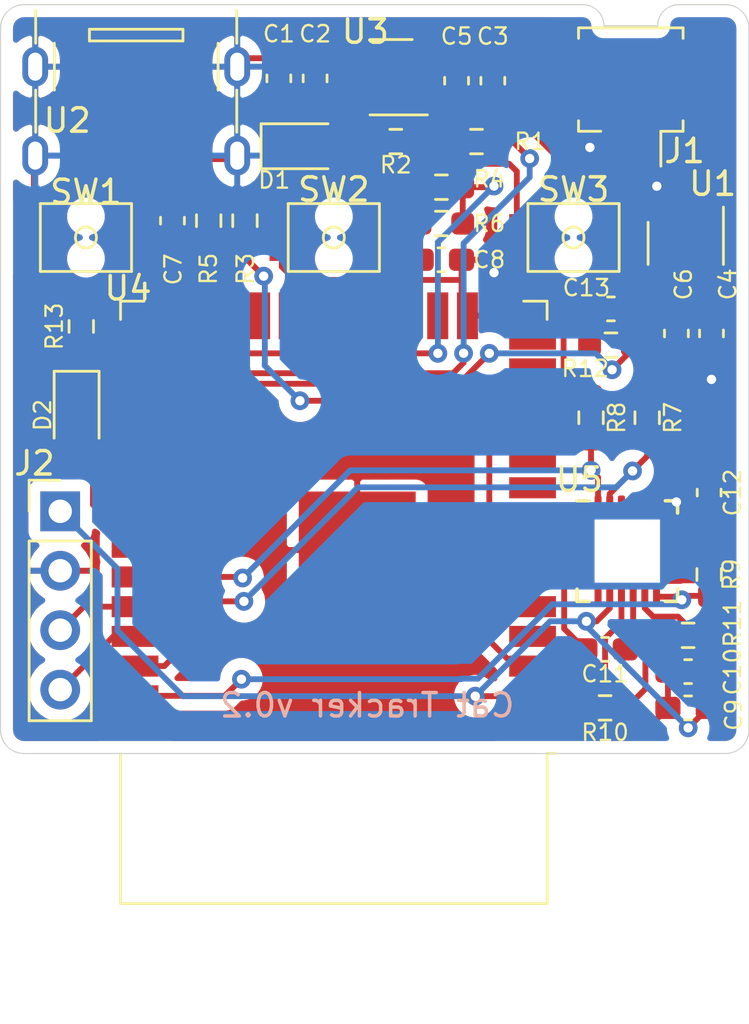
<source format=kicad_pcb>
(kicad_pcb (version 20171130) (host pcbnew "(5.1.10)-1")

  (general
    (thickness 1.6)
    (drawings 13)
    (tracks 294)
    (zones 0)
    (modules 38)
    (nets 53)
  )

  (page A4)
  (layers
    (0 F.Cu signal)
    (31 B.Cu signal)
    (32 B.Adhes user)
    (33 F.Adhes user)
    (34 B.Paste user)
    (35 F.Paste user)
    (36 B.SilkS user)
    (37 F.SilkS user)
    (38 B.Mask user)
    (39 F.Mask user)
    (40 Dwgs.User user)
    (41 Cmts.User user)
    (42 Eco1.User user)
    (43 Eco2.User user)
    (44 Edge.Cuts user)
    (45 Margin user)
    (46 B.CrtYd user)
    (47 F.CrtYd user)
    (48 B.Fab user)
    (49 F.Fab user hide)
  )

  (setup
    (last_trace_width 0.25)
    (trace_clearance 0.2)
    (zone_clearance 0.508)
    (zone_45_only no)
    (trace_min 0.2)
    (via_size 0.8)
    (via_drill 0.4)
    (via_min_size 0.4)
    (via_min_drill 0.3)
    (uvia_size 0.3)
    (uvia_drill 0.1)
    (uvias_allowed no)
    (uvia_min_size 0.2)
    (uvia_min_drill 0.1)
    (edge_width 0.05)
    (segment_width 0.2)
    (pcb_text_width 0.3)
    (pcb_text_size 1.5 1.5)
    (mod_edge_width 0.12)
    (mod_text_size 0.7 0.7)
    (mod_text_width 0.1)
    (pad_size 1.524 1.524)
    (pad_drill 0.762)
    (pad_to_mask_clearance 0)
    (aux_axis_origin 0 0)
    (visible_elements 7FFFFFFF)
    (pcbplotparams
      (layerselection 0x010fc_ffffffff)
      (usegerberextensions false)
      (usegerberattributes false)
      (usegerberadvancedattributes false)
      (creategerberjobfile false)
      (excludeedgelayer true)
      (linewidth 0.100000)
      (plotframeref false)
      (viasonmask false)
      (mode 1)
      (useauxorigin false)
      (hpglpennumber 1)
      (hpglpenspeed 20)
      (hpglpendiameter 15.000000)
      (psnegative false)
      (psa4output false)
      (plotreference true)
      (plotvalue false)
      (plotinvisibletext false)
      (padsonsilk false)
      (subtractmaskfromsilk false)
      (outputformat 1)
      (mirror false)
      (drillshape 0)
      (scaleselection 1)
      (outputdirectory "gerber/"))
  )

  (net 0 "")
  (net 1 VBUS)
  (net 2 Earth)
  (net 3 BATT)
  (net 4 +3V3)
  (net 5 "Net-(C6-Pad1)")
  (net 6 "Net-(C7-Pad1)")
  (net 7 "Net-(C8-Pad1)")
  (net 8 "Net-(C11-Pad2)")
  (net 9 "Net-(C12-Pad2)")
  (net 10 "Net-(C13-Pad1)")
  (net 11 "Net-(D1-Pad1)")
  (net 12 "Net-(D2-Pad1)")
  (net 13 LED)
  (net 14 RX)
  (net 15 TX)
  (net 16 CHRG)
  (net 17 "Net-(R2-Pad1)")
  (net 18 EN)
  (net 19 BOOT)
  (net 20 SCL)
  (net 21 SDA)
  (net 22 INT)
  (net 23 "Net-(R10-Pad2)")
  (net 24 BTN)
  (net 25 "Net-(U2-PadA5)")
  (net 26 "Net-(U2-PadB5)")
  (net 27 "Net-(U4-Pad4)")
  (net 28 "Net-(U4-Pad5)")
  (net 29 "Net-(U4-Pad6)")
  (net 30 "Net-(U4-Pad7)")
  (net 31 "Net-(U4-Pad8)")
  (net 32 "Net-(U4-Pad9)")
  (net 33 "Net-(U4-Pad10)")
  (net 34 "Net-(U4-Pad11)")
  (net 35 "Net-(U4-Pad12)")
  (net 36 "Net-(U4-Pad13)")
  (net 37 "Net-(U4-Pad14)")
  (net 38 "Net-(U4-Pad16)")
  (net 39 "Net-(U4-Pad17)")
  (net 40 "Net-(U4-Pad18)")
  (net 41 "Net-(U4-Pad19)")
  (net 42 "Net-(U4-Pad20)")
  (net 43 "Net-(U4-Pad21)")
  (net 44 "Net-(U4-Pad22)")
  (net 45 "Net-(U4-Pad23)")
  (net 46 "Net-(U4-Pad24)")
  (net 47 "Net-(U4-Pad26)")
  (net 48 "Net-(U4-Pad27)")
  (net 49 "Net-(U4-Pad29)")
  (net 50 "Net-(U4-Pad32)")
  (net 51 "Net-(U5-Pad6)")
  (net 52 "Net-(U5-Pad7)")

  (net_class Default "This is the default net class."
    (clearance 0.2)
    (trace_width 0.25)
    (via_dia 0.8)
    (via_drill 0.4)
    (uvia_dia 0.3)
    (uvia_drill 0.1)
    (add_net +3V3)
    (add_net BOOT)
    (add_net BTN)
    (add_net CHRG)
    (add_net EN)
    (add_net Earth)
    (add_net INT)
    (add_net LED)
    (add_net "Net-(C11-Pad2)")
    (add_net "Net-(C12-Pad2)")
    (add_net "Net-(C13-Pad1)")
    (add_net "Net-(C6-Pad1)")
    (add_net "Net-(C7-Pad1)")
    (add_net "Net-(C8-Pad1)")
    (add_net "Net-(D1-Pad1)")
    (add_net "Net-(D2-Pad1)")
    (add_net "Net-(R10-Pad2)")
    (add_net "Net-(R2-Pad1)")
    (add_net "Net-(U2-PadA5)")
    (add_net "Net-(U2-PadB5)")
    (add_net "Net-(U4-Pad10)")
    (add_net "Net-(U4-Pad11)")
    (add_net "Net-(U4-Pad12)")
    (add_net "Net-(U4-Pad13)")
    (add_net "Net-(U4-Pad14)")
    (add_net "Net-(U4-Pad16)")
    (add_net "Net-(U4-Pad17)")
    (add_net "Net-(U4-Pad18)")
    (add_net "Net-(U4-Pad19)")
    (add_net "Net-(U4-Pad20)")
    (add_net "Net-(U4-Pad21)")
    (add_net "Net-(U4-Pad22)")
    (add_net "Net-(U4-Pad23)")
    (add_net "Net-(U4-Pad24)")
    (add_net "Net-(U4-Pad26)")
    (add_net "Net-(U4-Pad27)")
    (add_net "Net-(U4-Pad29)")
    (add_net "Net-(U4-Pad32)")
    (add_net "Net-(U4-Pad4)")
    (add_net "Net-(U4-Pad5)")
    (add_net "Net-(U4-Pad6)")
    (add_net "Net-(U4-Pad7)")
    (add_net "Net-(U4-Pad8)")
    (add_net "Net-(U4-Pad9)")
    (add_net "Net-(U5-Pad6)")
    (add_net "Net-(U5-Pad7)")
    (add_net RX)
    (add_net SCL)
    (add_net SDA)
    (add_net TX)
  )

  (net_class pwr ""
    (clearance 0.35)
    (trace_width 0.4)
    (via_dia 0.8)
    (via_drill 0.4)
    (uvia_dia 0.3)
    (uvia_drill 0.1)
    (add_net BATT)
    (add_net VBUS)
  )

  (module Capacitor_SMD:C_0603_1608Metric_Pad1.08x0.95mm_HandSolder (layer F.Cu) (tedit 5F68FEEF) (tstamp 612CB2BD)
    (at 11.9 3.15 90)
    (descr "Capacitor SMD 0603 (1608 Metric), square (rectangular) end terminal, IPC_7351 nominal with elongated pad for handsoldering. (Body size source: IPC-SM-782 page 76, https://www.pcb-3d.com/wordpress/wp-content/uploads/ipc-sm-782a_amendment_1_and_2.pdf), generated with kicad-footprint-generator")
    (tags "capacitor handsolder")
    (path /6111090E)
    (attr smd)
    (fp_text reference C1 (at 1.9 0 180) (layer F.SilkS)
      (effects (font (size 0.7 0.7) (thickness 0.1)))
    )
    (fp_text value 10u (at 0 1.43 90) (layer F.Fab)
      (effects (font (size 1 1) (thickness 0.15)))
    )
    (fp_line (start -0.8 0.4) (end -0.8 -0.4) (layer F.Fab) (width 0.1))
    (fp_line (start -0.8 -0.4) (end 0.8 -0.4) (layer F.Fab) (width 0.1))
    (fp_line (start 0.8 -0.4) (end 0.8 0.4) (layer F.Fab) (width 0.1))
    (fp_line (start 0.8 0.4) (end -0.8 0.4) (layer F.Fab) (width 0.1))
    (fp_line (start -0.146267 -0.51) (end 0.146267 -0.51) (layer F.SilkS) (width 0.12))
    (fp_line (start -0.146267 0.51) (end 0.146267 0.51) (layer F.SilkS) (width 0.12))
    (fp_line (start -1.65 0.73) (end -1.65 -0.73) (layer F.CrtYd) (width 0.05))
    (fp_line (start -1.65 -0.73) (end 1.65 -0.73) (layer F.CrtYd) (width 0.05))
    (fp_line (start 1.65 -0.73) (end 1.65 0.73) (layer F.CrtYd) (width 0.05))
    (fp_line (start 1.65 0.73) (end -1.65 0.73) (layer F.CrtYd) (width 0.05))
    (fp_text user %R (at 0 0 90) (layer F.Fab)
      (effects (font (size 0.4 0.4) (thickness 0.06)))
    )
    (pad 1 smd roundrect (at -0.8625 0 90) (size 1.075 0.95) (layers F.Cu F.Paste F.Mask) (roundrect_rratio 0.25)
      (net 1 VBUS))
    (pad 2 smd roundrect (at 0.8625 0 90) (size 1.075 0.95) (layers F.Cu F.Paste F.Mask) (roundrect_rratio 0.25)
      (net 2 Earth))
    (model ${KISYS3DMOD}/Capacitor_SMD.3dshapes/C_0603_1608Metric.wrl
      (at (xyz 0 0 0))
      (scale (xyz 1 1 1))
      (rotate (xyz 0 0 0))
    )
  )

  (module Capacitor_SMD:C_0603_1608Metric_Pad1.08x0.95mm_HandSolder (layer F.Cu) (tedit 5F68FEEF) (tstamp 612CB2CE)
    (at 13.45 3.15 90)
    (descr "Capacitor SMD 0603 (1608 Metric), square (rectangular) end terminal, IPC_7351 nominal with elongated pad for handsoldering. (Body size source: IPC-SM-782 page 76, https://www.pcb-3d.com/wordpress/wp-content/uploads/ipc-sm-782a_amendment_1_and_2.pdf), generated with kicad-footprint-generator")
    (tags "capacitor handsolder")
    (path /61112178)
    (attr smd)
    (fp_text reference C2 (at 1.9 0 180) (layer F.SilkS)
      (effects (font (size 0.7 0.7) (thickness 0.1)))
    )
    (fp_text value 100n (at 0 1.43 90) (layer F.Fab)
      (effects (font (size 1 1) (thickness 0.15)))
    )
    (fp_line (start 1.65 0.73) (end -1.65 0.73) (layer F.CrtYd) (width 0.05))
    (fp_line (start 1.65 -0.73) (end 1.65 0.73) (layer F.CrtYd) (width 0.05))
    (fp_line (start -1.65 -0.73) (end 1.65 -0.73) (layer F.CrtYd) (width 0.05))
    (fp_line (start -1.65 0.73) (end -1.65 -0.73) (layer F.CrtYd) (width 0.05))
    (fp_line (start -0.146267 0.51) (end 0.146267 0.51) (layer F.SilkS) (width 0.12))
    (fp_line (start -0.146267 -0.51) (end 0.146267 -0.51) (layer F.SilkS) (width 0.12))
    (fp_line (start 0.8 0.4) (end -0.8 0.4) (layer F.Fab) (width 0.1))
    (fp_line (start 0.8 -0.4) (end 0.8 0.4) (layer F.Fab) (width 0.1))
    (fp_line (start -0.8 -0.4) (end 0.8 -0.4) (layer F.Fab) (width 0.1))
    (fp_line (start -0.8 0.4) (end -0.8 -0.4) (layer F.Fab) (width 0.1))
    (fp_text user %R (at 0 0 90) (layer F.Fab)
      (effects (font (size 0.4 0.4) (thickness 0.06)))
    )
    (pad 2 smd roundrect (at 0.8625 0 90) (size 1.075 0.95) (layers F.Cu F.Paste F.Mask) (roundrect_rratio 0.25)
      (net 2 Earth))
    (pad 1 smd roundrect (at -0.8625 0 90) (size 1.075 0.95) (layers F.Cu F.Paste F.Mask) (roundrect_rratio 0.25)
      (net 1 VBUS))
    (model ${KISYS3DMOD}/Capacitor_SMD.3dshapes/C_0603_1608Metric.wrl
      (at (xyz 0 0 0))
      (scale (xyz 1 1 1))
      (rotate (xyz 0 0 0))
    )
  )

  (module Capacitor_SMD:C_0603_1608Metric_Pad1.08x0.95mm_HandSolder (layer F.Cu) (tedit 5F68FEEF) (tstamp 612CB2DF)
    (at 21.05 3.25 270)
    (descr "Capacitor SMD 0603 (1608 Metric), square (rectangular) end terminal, IPC_7351 nominal with elongated pad for handsoldering. (Body size source: IPC-SM-782 page 76, https://www.pcb-3d.com/wordpress/wp-content/uploads/ipc-sm-782a_amendment_1_and_2.pdf), generated with kicad-footprint-generator")
    (tags "capacitor handsolder")
    (path /6111DBE3)
    (attr smd)
    (fp_text reference C3 (at -1.9 0 180) (layer F.SilkS)
      (effects (font (size 0.7 0.7) (thickness 0.1)))
    )
    (fp_text value 100n (at 0 1.43 90) (layer F.Fab)
      (effects (font (size 1 1) (thickness 0.15)))
    )
    (fp_line (start -0.8 0.4) (end -0.8 -0.4) (layer F.Fab) (width 0.1))
    (fp_line (start -0.8 -0.4) (end 0.8 -0.4) (layer F.Fab) (width 0.1))
    (fp_line (start 0.8 -0.4) (end 0.8 0.4) (layer F.Fab) (width 0.1))
    (fp_line (start 0.8 0.4) (end -0.8 0.4) (layer F.Fab) (width 0.1))
    (fp_line (start -0.146267 -0.51) (end 0.146267 -0.51) (layer F.SilkS) (width 0.12))
    (fp_line (start -0.146267 0.51) (end 0.146267 0.51) (layer F.SilkS) (width 0.12))
    (fp_line (start -1.65 0.73) (end -1.65 -0.73) (layer F.CrtYd) (width 0.05))
    (fp_line (start -1.65 -0.73) (end 1.65 -0.73) (layer F.CrtYd) (width 0.05))
    (fp_line (start 1.65 -0.73) (end 1.65 0.73) (layer F.CrtYd) (width 0.05))
    (fp_line (start 1.65 0.73) (end -1.65 0.73) (layer F.CrtYd) (width 0.05))
    (fp_text user %R (at 0 0 90) (layer F.Fab)
      (effects (font (size 0.4 0.4) (thickness 0.06)))
    )
    (pad 1 smd roundrect (at -0.8625 0 270) (size 1.075 0.95) (layers F.Cu F.Paste F.Mask) (roundrect_rratio 0.25)
      (net 3 BATT))
    (pad 2 smd roundrect (at 0.8625 0 270) (size 1.075 0.95) (layers F.Cu F.Paste F.Mask) (roundrect_rratio 0.25)
      (net 2 Earth))
    (model ${KISYS3DMOD}/Capacitor_SMD.3dshapes/C_0603_1608Metric.wrl
      (at (xyz 0 0 0))
      (scale (xyz 1 1 1))
      (rotate (xyz 0 0 0))
    )
  )

  (module Capacitor_SMD:C_0603_1608Metric_Pad1.08x0.95mm_HandSolder (layer F.Cu) (tedit 5F68FEEF) (tstamp 612CB2F0)
    (at 30.4 14.05 270)
    (descr "Capacitor SMD 0603 (1608 Metric), square (rectangular) end terminal, IPC_7351 nominal with elongated pad for handsoldering. (Body size source: IPC-SM-782 page 76, https://www.pcb-3d.com/wordpress/wp-content/uploads/ipc-sm-782a_amendment_1_and_2.pdf), generated with kicad-footprint-generator")
    (tags "capacitor handsolder")
    (path /61123213)
    (attr smd)
    (fp_text reference C4 (at -2.1 -0.7 90) (layer F.SilkS)
      (effects (font (size 0.7 0.7) (thickness 0.1)))
    )
    (fp_text value 0.1u (at 0 1.43 90) (layer F.Fab)
      (effects (font (size 1 1) (thickness 0.15)))
    )
    (fp_line (start -0.8 0.4) (end -0.8 -0.4) (layer F.Fab) (width 0.1))
    (fp_line (start -0.8 -0.4) (end 0.8 -0.4) (layer F.Fab) (width 0.1))
    (fp_line (start 0.8 -0.4) (end 0.8 0.4) (layer F.Fab) (width 0.1))
    (fp_line (start 0.8 0.4) (end -0.8 0.4) (layer F.Fab) (width 0.1))
    (fp_line (start -0.146267 -0.51) (end 0.146267 -0.51) (layer F.SilkS) (width 0.12))
    (fp_line (start -0.146267 0.51) (end 0.146267 0.51) (layer F.SilkS) (width 0.12))
    (fp_line (start -1.65 0.73) (end -1.65 -0.73) (layer F.CrtYd) (width 0.05))
    (fp_line (start -1.65 -0.73) (end 1.65 -0.73) (layer F.CrtYd) (width 0.05))
    (fp_line (start 1.65 -0.73) (end 1.65 0.73) (layer F.CrtYd) (width 0.05))
    (fp_line (start 1.65 0.73) (end -1.65 0.73) (layer F.CrtYd) (width 0.05))
    (fp_text user %R (at 0 0 90) (layer F.Fab)
      (effects (font (size 0.4 0.4) (thickness 0.06)))
    )
    (pad 1 smd roundrect (at -0.8625 0 270) (size 1.075 0.95) (layers F.Cu F.Paste F.Mask) (roundrect_rratio 0.25)
      (net 4 +3V3))
    (pad 2 smd roundrect (at 0.8625 0 270) (size 1.075 0.95) (layers F.Cu F.Paste F.Mask) (roundrect_rratio 0.25)
      (net 2 Earth))
    (model ${KISYS3DMOD}/Capacitor_SMD.3dshapes/C_0603_1608Metric.wrl
      (at (xyz 0 0 0))
      (scale (xyz 1 1 1))
      (rotate (xyz 0 0 0))
    )
  )

  (module Capacitor_SMD:C_0603_1608Metric_Pad1.08x0.95mm_HandSolder (layer F.Cu) (tedit 5F68FEEF) (tstamp 612CB301)
    (at 19.5 3.25 270)
    (descr "Capacitor SMD 0603 (1608 Metric), square (rectangular) end terminal, IPC_7351 nominal with elongated pad for handsoldering. (Body size source: IPC-SM-782 page 76, https://www.pcb-3d.com/wordpress/wp-content/uploads/ipc-sm-782a_amendment_1_and_2.pdf), generated with kicad-footprint-generator")
    (tags "capacitor handsolder")
    (path /61116BD2)
    (attr smd)
    (fp_text reference C5 (at -1.9 0 180) (layer F.SilkS)
      (effects (font (size 0.7 0.7) (thickness 0.1)))
    )
    (fp_text value 10u (at 0 1.43 90) (layer F.Fab)
      (effects (font (size 1 1) (thickness 0.15)))
    )
    (fp_line (start -0.8 0.4) (end -0.8 -0.4) (layer F.Fab) (width 0.1))
    (fp_line (start -0.8 -0.4) (end 0.8 -0.4) (layer F.Fab) (width 0.1))
    (fp_line (start 0.8 -0.4) (end 0.8 0.4) (layer F.Fab) (width 0.1))
    (fp_line (start 0.8 0.4) (end -0.8 0.4) (layer F.Fab) (width 0.1))
    (fp_line (start -0.146267 -0.51) (end 0.146267 -0.51) (layer F.SilkS) (width 0.12))
    (fp_line (start -0.146267 0.51) (end 0.146267 0.51) (layer F.SilkS) (width 0.12))
    (fp_line (start -1.65 0.73) (end -1.65 -0.73) (layer F.CrtYd) (width 0.05))
    (fp_line (start -1.65 -0.73) (end 1.65 -0.73) (layer F.CrtYd) (width 0.05))
    (fp_line (start 1.65 -0.73) (end 1.65 0.73) (layer F.CrtYd) (width 0.05))
    (fp_line (start 1.65 0.73) (end -1.65 0.73) (layer F.CrtYd) (width 0.05))
    (fp_text user %R (at 0 0 90) (layer F.Fab)
      (effects (font (size 0.4 0.4) (thickness 0.06)))
    )
    (pad 1 smd roundrect (at -0.8625 0 270) (size 1.075 0.95) (layers F.Cu F.Paste F.Mask) (roundrect_rratio 0.25)
      (net 3 BATT))
    (pad 2 smd roundrect (at 0.8625 0 270) (size 1.075 0.95) (layers F.Cu F.Paste F.Mask) (roundrect_rratio 0.25)
      (net 2 Earth))
    (model ${KISYS3DMOD}/Capacitor_SMD.3dshapes/C_0603_1608Metric.wrl
      (at (xyz 0 0 0))
      (scale (xyz 1 1 1))
      (rotate (xyz 0 0 0))
    )
  )

  (module Capacitor_SMD:C_0603_1608Metric_Pad1.08x0.95mm_HandSolder (layer F.Cu) (tedit 5F68FEEF) (tstamp 612CB312)
    (at 28.9 14.05 270)
    (descr "Capacitor SMD 0603 (1608 Metric), square (rectangular) end terminal, IPC_7351 nominal with elongated pad for handsoldering. (Body size source: IPC-SM-782 page 76, https://www.pcb-3d.com/wordpress/wp-content/uploads/ipc-sm-782a_amendment_1_and_2.pdf), generated with kicad-footprint-generator")
    (tags "capacitor handsolder")
    (path /612E362F)
    (attr smd)
    (fp_text reference C6 (at -2.1 -0.3 90) (layer F.SilkS)
      (effects (font (size 0.7 0.7) (thickness 0.1)))
    )
    (fp_text value 0.01u (at 0 1.43 90) (layer F.Fab)
      (effects (font (size 1 1) (thickness 0.15)))
    )
    (fp_line (start -0.8 0.4) (end -0.8 -0.4) (layer F.Fab) (width 0.1))
    (fp_line (start -0.8 -0.4) (end 0.8 -0.4) (layer F.Fab) (width 0.1))
    (fp_line (start 0.8 -0.4) (end 0.8 0.4) (layer F.Fab) (width 0.1))
    (fp_line (start 0.8 0.4) (end -0.8 0.4) (layer F.Fab) (width 0.1))
    (fp_line (start -0.146267 -0.51) (end 0.146267 -0.51) (layer F.SilkS) (width 0.12))
    (fp_line (start -0.146267 0.51) (end 0.146267 0.51) (layer F.SilkS) (width 0.12))
    (fp_line (start -1.65 0.73) (end -1.65 -0.73) (layer F.CrtYd) (width 0.05))
    (fp_line (start -1.65 -0.73) (end 1.65 -0.73) (layer F.CrtYd) (width 0.05))
    (fp_line (start 1.65 -0.73) (end 1.65 0.73) (layer F.CrtYd) (width 0.05))
    (fp_line (start 1.65 0.73) (end -1.65 0.73) (layer F.CrtYd) (width 0.05))
    (fp_text user %R (at 0 0 90) (layer F.Fab)
      (effects (font (size 0.4 0.4) (thickness 0.06)))
    )
    (pad 1 smd roundrect (at -0.8625 0 270) (size 1.075 0.95) (layers F.Cu F.Paste F.Mask) (roundrect_rratio 0.25)
      (net 5 "Net-(C6-Pad1)"))
    (pad 2 smd roundrect (at 0.8625 0 270) (size 1.075 0.95) (layers F.Cu F.Paste F.Mask) (roundrect_rratio 0.25)
      (net 2 Earth))
    (model ${KISYS3DMOD}/Capacitor_SMD.3dshapes/C_0603_1608Metric.wrl
      (at (xyz 0 0 0))
      (scale (xyz 1 1 1))
      (rotate (xyz 0 0 0))
    )
  )

  (module Capacitor_SMD:C_0603_1608Metric_Pad1.08x0.95mm_HandSolder (layer F.Cu) (tedit 5F68FEEF) (tstamp 612CB323)
    (at 7.35 9.23 270)
    (descr "Capacitor SMD 0603 (1608 Metric), square (rectangular) end terminal, IPC_7351 nominal with elongated pad for handsoldering. (Body size source: IPC-SM-782 page 76, https://www.pcb-3d.com/wordpress/wp-content/uploads/ipc-sm-782a_amendment_1_and_2.pdf), generated with kicad-footprint-generator")
    (tags "capacitor handsolder")
    (path /6116473C)
    (attr smd)
    (fp_text reference C7 (at 2.08 -0.03 90) (layer F.SilkS)
      (effects (font (size 0.7 0.7) (thickness 0.1)))
    )
    (fp_text value 100n (at 0 1.43 90) (layer F.Fab)
      (effects (font (size 1 1) (thickness 0.15)))
    )
    (fp_line (start 1.65 0.73) (end -1.65 0.73) (layer F.CrtYd) (width 0.05))
    (fp_line (start 1.65 -0.73) (end 1.65 0.73) (layer F.CrtYd) (width 0.05))
    (fp_line (start -1.65 -0.73) (end 1.65 -0.73) (layer F.CrtYd) (width 0.05))
    (fp_line (start -1.65 0.73) (end -1.65 -0.73) (layer F.CrtYd) (width 0.05))
    (fp_line (start -0.146267 0.51) (end 0.146267 0.51) (layer F.SilkS) (width 0.12))
    (fp_line (start -0.146267 -0.51) (end 0.146267 -0.51) (layer F.SilkS) (width 0.12))
    (fp_line (start 0.8 0.4) (end -0.8 0.4) (layer F.Fab) (width 0.1))
    (fp_line (start 0.8 -0.4) (end 0.8 0.4) (layer F.Fab) (width 0.1))
    (fp_line (start -0.8 -0.4) (end 0.8 -0.4) (layer F.Fab) (width 0.1))
    (fp_line (start -0.8 0.4) (end -0.8 -0.4) (layer F.Fab) (width 0.1))
    (fp_text user %R (at 0 0 90) (layer F.Fab)
      (effects (font (size 0.4 0.4) (thickness 0.06)))
    )
    (pad 2 smd roundrect (at 0.8625 0 270) (size 1.075 0.95) (layers F.Cu F.Paste F.Mask) (roundrect_rratio 0.25)
      (net 2 Earth))
    (pad 1 smd roundrect (at -0.8625 0 270) (size 1.075 0.95) (layers F.Cu F.Paste F.Mask) (roundrect_rratio 0.25)
      (net 6 "Net-(C7-Pad1)"))
    (model ${KISYS3DMOD}/Capacitor_SMD.3dshapes/C_0603_1608Metric.wrl
      (at (xyz 0 0 0))
      (scale (xyz 1 1 1))
      (rotate (xyz 0 0 0))
    )
  )

  (module Capacitor_SMD:C_0603_1608Metric_Pad1.08x0.95mm_HandSolder (layer F.Cu) (tedit 5F68FEEF) (tstamp 612CB334)
    (at 18.85 10.9)
    (descr "Capacitor SMD 0603 (1608 Metric), square (rectangular) end terminal, IPC_7351 nominal with elongated pad for handsoldering. (Body size source: IPC-SM-782 page 76, https://www.pcb-3d.com/wordpress/wp-content/uploads/ipc-sm-782a_amendment_1_and_2.pdf), generated with kicad-footprint-generator")
    (tags "capacitor handsolder")
    (path /6116807A)
    (attr smd)
    (fp_text reference C8 (at 2.05 0) (layer F.SilkS)
      (effects (font (size 0.7 0.7) (thickness 0.1)))
    )
    (fp_text value 100n (at 0 1.43) (layer F.Fab)
      (effects (font (size 1 1) (thickness 0.15)))
    )
    (fp_line (start 1.65 0.73) (end -1.65 0.73) (layer F.CrtYd) (width 0.05))
    (fp_line (start 1.65 -0.73) (end 1.65 0.73) (layer F.CrtYd) (width 0.05))
    (fp_line (start -1.65 -0.73) (end 1.65 -0.73) (layer F.CrtYd) (width 0.05))
    (fp_line (start -1.65 0.73) (end -1.65 -0.73) (layer F.CrtYd) (width 0.05))
    (fp_line (start -0.146267 0.51) (end 0.146267 0.51) (layer F.SilkS) (width 0.12))
    (fp_line (start -0.146267 -0.51) (end 0.146267 -0.51) (layer F.SilkS) (width 0.12))
    (fp_line (start 0.8 0.4) (end -0.8 0.4) (layer F.Fab) (width 0.1))
    (fp_line (start 0.8 -0.4) (end 0.8 0.4) (layer F.Fab) (width 0.1))
    (fp_line (start -0.8 -0.4) (end 0.8 -0.4) (layer F.Fab) (width 0.1))
    (fp_line (start -0.8 0.4) (end -0.8 -0.4) (layer F.Fab) (width 0.1))
    (fp_text user %R (at 0 0) (layer F.Fab)
      (effects (font (size 0.4 0.4) (thickness 0.06)))
    )
    (pad 2 smd roundrect (at 0.8625 0) (size 1.075 0.95) (layers F.Cu F.Paste F.Mask) (roundrect_rratio 0.25)
      (net 2 Earth))
    (pad 1 smd roundrect (at -0.8625 0) (size 1.075 0.95) (layers F.Cu F.Paste F.Mask) (roundrect_rratio 0.25)
      (net 7 "Net-(C8-Pad1)"))
    (model ${KISYS3DMOD}/Capacitor_SMD.3dshapes/C_0603_1608Metric.wrl
      (at (xyz 0 0 0))
      (scale (xyz 1 1 1))
      (rotate (xyz 0 0 0))
    )
  )

  (module Capacitor_SMD:C_0603_1608Metric_Pad1.08x0.95mm_HandSolder (layer F.Cu) (tedit 5F68FEEF) (tstamp 612D37AF)
    (at 29.4 30.05 180)
    (descr "Capacitor SMD 0603 (1608 Metric), square (rectangular) end terminal, IPC_7351 nominal with elongated pad for handsoldering. (Body size source: IPC-SM-782 page 76, https://www.pcb-3d.com/wordpress/wp-content/uploads/ipc-sm-782a_amendment_1_and_2.pdf), generated with kicad-footprint-generator")
    (tags "capacitor handsolder")
    (path /61134489)
    (attr smd)
    (fp_text reference C9 (at -1.95 -0.3 90) (layer F.SilkS)
      (effects (font (size 0.7 0.7) (thickness 0.1)))
    )
    (fp_text value 10n (at 0 1.43) (layer F.Fab)
      (effects (font (size 1 1) (thickness 0.15)))
    )
    (fp_line (start -0.8 0.4) (end -0.8 -0.4) (layer F.Fab) (width 0.1))
    (fp_line (start -0.8 -0.4) (end 0.8 -0.4) (layer F.Fab) (width 0.1))
    (fp_line (start 0.8 -0.4) (end 0.8 0.4) (layer F.Fab) (width 0.1))
    (fp_line (start 0.8 0.4) (end -0.8 0.4) (layer F.Fab) (width 0.1))
    (fp_line (start -0.146267 -0.51) (end 0.146267 -0.51) (layer F.SilkS) (width 0.12))
    (fp_line (start -0.146267 0.51) (end 0.146267 0.51) (layer F.SilkS) (width 0.12))
    (fp_line (start -1.65 0.73) (end -1.65 -0.73) (layer F.CrtYd) (width 0.05))
    (fp_line (start -1.65 -0.73) (end 1.65 -0.73) (layer F.CrtYd) (width 0.05))
    (fp_line (start 1.65 -0.73) (end 1.65 0.73) (layer F.CrtYd) (width 0.05))
    (fp_line (start 1.65 0.73) (end -1.65 0.73) (layer F.CrtYd) (width 0.05))
    (fp_text user %R (at 0 0) (layer F.Fab)
      (effects (font (size 0.4 0.4) (thickness 0.06)))
    )
    (pad 1 smd roundrect (at -0.8625 0 180) (size 1.075 0.95) (layers F.Cu F.Paste F.Mask) (roundrect_rratio 0.25)
      (net 4 +3V3))
    (pad 2 smd roundrect (at 0.8625 0 180) (size 1.075 0.95) (layers F.Cu F.Paste F.Mask) (roundrect_rratio 0.25)
      (net 2 Earth))
    (model ${KISYS3DMOD}/Capacitor_SMD.3dshapes/C_0603_1608Metric.wrl
      (at (xyz 0 0 0))
      (scale (xyz 1 1 1))
      (rotate (xyz 0 0 0))
    )
  )

  (module Capacitor_SMD:C_0603_1608Metric_Pad1.08x0.95mm_HandSolder (layer F.Cu) (tedit 5F68FEEF) (tstamp 612D380F)
    (at 29.4 28.5 180)
    (descr "Capacitor SMD 0603 (1608 Metric), square (rectangular) end terminal, IPC_7351 nominal with elongated pad for handsoldering. (Body size source: IPC-SM-782 page 76, https://www.pcb-3d.com/wordpress/wp-content/uploads/ipc-sm-782a_amendment_1_and_2.pdf), generated with kicad-footprint-generator")
    (tags "capacitor handsolder")
    (path /611320D5)
    (attr smd)
    (fp_text reference C10 (at -1.9 0 90) (layer F.SilkS)
      (effects (font (size 0.7 0.7) (thickness 0.1)))
    )
    (fp_text value 100n (at 0 1.43) (layer F.Fab)
      (effects (font (size 1 1) (thickness 0.15)))
    )
    (fp_line (start 1.65 0.73) (end -1.65 0.73) (layer F.CrtYd) (width 0.05))
    (fp_line (start 1.65 -0.73) (end 1.65 0.73) (layer F.CrtYd) (width 0.05))
    (fp_line (start -1.65 -0.73) (end 1.65 -0.73) (layer F.CrtYd) (width 0.05))
    (fp_line (start -1.65 0.73) (end -1.65 -0.73) (layer F.CrtYd) (width 0.05))
    (fp_line (start -0.146267 0.51) (end 0.146267 0.51) (layer F.SilkS) (width 0.12))
    (fp_line (start -0.146267 -0.51) (end 0.146267 -0.51) (layer F.SilkS) (width 0.12))
    (fp_line (start 0.8 0.4) (end -0.8 0.4) (layer F.Fab) (width 0.1))
    (fp_line (start 0.8 -0.4) (end 0.8 0.4) (layer F.Fab) (width 0.1))
    (fp_line (start -0.8 -0.4) (end 0.8 -0.4) (layer F.Fab) (width 0.1))
    (fp_line (start -0.8 0.4) (end -0.8 -0.4) (layer F.Fab) (width 0.1))
    (fp_text user %R (at 0 0) (layer F.Fab)
      (effects (font (size 0.4 0.4) (thickness 0.06)))
    )
    (pad 2 smd roundrect (at 0.8625 0 180) (size 1.075 0.95) (layers F.Cu F.Paste F.Mask) (roundrect_rratio 0.25)
      (net 2 Earth))
    (pad 1 smd roundrect (at -0.8625 0 180) (size 1.075 0.95) (layers F.Cu F.Paste F.Mask) (roundrect_rratio 0.25)
      (net 4 +3V3))
    (model ${KISYS3DMOD}/Capacitor_SMD.3dshapes/C_0603_1608Metric.wrl
      (at (xyz 0 0 0))
      (scale (xyz 1 1 1))
      (rotate (xyz 0 0 0))
    )
  )

  (module Capacitor_SMD:C_0603_1608Metric_Pad1.08x0.95mm_HandSolder (layer F.Cu) (tedit 5F68FEEF) (tstamp 612CF20C)
    (at 25.85 27.55)
    (descr "Capacitor SMD 0603 (1608 Metric), square (rectangular) end terminal, IPC_7351 nominal with elongated pad for handsoldering. (Body size source: IPC-SM-782 page 76, https://www.pcb-3d.com/wordpress/wp-content/uploads/ipc-sm-782a_amendment_1_and_2.pdf), generated with kicad-footprint-generator")
    (tags "capacitor handsolder")
    (path /6112A116)
    (attr smd)
    (fp_text reference C11 (at 0 1.05) (layer F.SilkS)
      (effects (font (size 0.7 0.7) (thickness 0.1)))
    )
    (fp_text value 100n (at 0 1.43) (layer F.Fab)
      (effects (font (size 1 1) (thickness 0.15)))
    )
    (fp_line (start 1.65 0.73) (end -1.65 0.73) (layer F.CrtYd) (width 0.05))
    (fp_line (start 1.65 -0.73) (end 1.65 0.73) (layer F.CrtYd) (width 0.05))
    (fp_line (start -1.65 -0.73) (end 1.65 -0.73) (layer F.CrtYd) (width 0.05))
    (fp_line (start -1.65 0.73) (end -1.65 -0.73) (layer F.CrtYd) (width 0.05))
    (fp_line (start -0.146267 0.51) (end 0.146267 0.51) (layer F.SilkS) (width 0.12))
    (fp_line (start -0.146267 -0.51) (end 0.146267 -0.51) (layer F.SilkS) (width 0.12))
    (fp_line (start 0.8 0.4) (end -0.8 0.4) (layer F.Fab) (width 0.1))
    (fp_line (start 0.8 -0.4) (end 0.8 0.4) (layer F.Fab) (width 0.1))
    (fp_line (start -0.8 -0.4) (end 0.8 -0.4) (layer F.Fab) (width 0.1))
    (fp_line (start -0.8 0.4) (end -0.8 -0.4) (layer F.Fab) (width 0.1))
    (fp_text user %R (at 0 0) (layer F.Fab)
      (effects (font (size 0.4 0.4) (thickness 0.06)))
    )
    (pad 2 smd roundrect (at 0.8625 0) (size 1.075 0.95) (layers F.Cu F.Paste F.Mask) (roundrect_rratio 0.25)
      (net 8 "Net-(C11-Pad2)"))
    (pad 1 smd roundrect (at -0.8625 0) (size 1.075 0.95) (layers F.Cu F.Paste F.Mask) (roundrect_rratio 0.25)
      (net 2 Earth))
    (model ${KISYS3DMOD}/Capacitor_SMD.3dshapes/C_0603_1608Metric.wrl
      (at (xyz 0 0 0))
      (scale (xyz 1 1 1))
      (rotate (xyz 0 0 0))
    )
  )

  (module Capacitor_SMD:C_0603_1608Metric_Pad1.08x0.95mm_HandSolder (layer F.Cu) (tedit 5F68FEEF) (tstamp 612D386F)
    (at 30.3 20.85 90)
    (descr "Capacitor SMD 0603 (1608 Metric), square (rectangular) end terminal, IPC_7351 nominal with elongated pad for handsoldering. (Body size source: IPC-SM-782 page 76, https://www.pcb-3d.com/wordpress/wp-content/uploads/ipc-sm-782a_amendment_1_and_2.pdf), generated with kicad-footprint-generator")
    (tags "capacitor handsolder")
    (path /6112EAEE)
    (attr smd)
    (fp_text reference C12 (at 0 1 90) (layer F.SilkS)
      (effects (font (size 0.7 0.7) (thickness 0.1)))
    )
    (fp_text value 2.2n (at 0 1.43 90) (layer F.Fab)
      (effects (font (size 1 1) (thickness 0.15)))
    )
    (fp_line (start -0.8 0.4) (end -0.8 -0.4) (layer F.Fab) (width 0.1))
    (fp_line (start -0.8 -0.4) (end 0.8 -0.4) (layer F.Fab) (width 0.1))
    (fp_line (start 0.8 -0.4) (end 0.8 0.4) (layer F.Fab) (width 0.1))
    (fp_line (start 0.8 0.4) (end -0.8 0.4) (layer F.Fab) (width 0.1))
    (fp_line (start -0.146267 -0.51) (end 0.146267 -0.51) (layer F.SilkS) (width 0.12))
    (fp_line (start -0.146267 0.51) (end 0.146267 0.51) (layer F.SilkS) (width 0.12))
    (fp_line (start -1.65 0.73) (end -1.65 -0.73) (layer F.CrtYd) (width 0.05))
    (fp_line (start -1.65 -0.73) (end 1.65 -0.73) (layer F.CrtYd) (width 0.05))
    (fp_line (start 1.65 -0.73) (end 1.65 0.73) (layer F.CrtYd) (width 0.05))
    (fp_line (start 1.65 0.73) (end -1.65 0.73) (layer F.CrtYd) (width 0.05))
    (fp_text user %R (at 0 0 90) (layer F.Fab)
      (effects (font (size 0.4 0.4) (thickness 0.06)))
    )
    (pad 1 smd roundrect (at -0.8625 0 90) (size 1.075 0.95) (layers F.Cu F.Paste F.Mask) (roundrect_rratio 0.25)
      (net 2 Earth))
    (pad 2 smd roundrect (at 0.8625 0 90) (size 1.075 0.95) (layers F.Cu F.Paste F.Mask) (roundrect_rratio 0.25)
      (net 9 "Net-(C12-Pad2)"))
    (model ${KISYS3DMOD}/Capacitor_SMD.3dshapes/C_0603_1608Metric.wrl
      (at (xyz 0 0 0))
      (scale (xyz 1 1 1))
      (rotate (xyz 0 0 0))
    )
  )

  (module Capacitor_SMD:C_0603_1608Metric_Pad1.08x0.95mm_HandSolder (layer F.Cu) (tedit 5F68FEEF) (tstamp 612CB389)
    (at 26.1 13)
    (descr "Capacitor SMD 0603 (1608 Metric), square (rectangular) end terminal, IPC_7351 nominal with elongated pad for handsoldering. (Body size source: IPC-SM-782 page 76, https://www.pcb-3d.com/wordpress/wp-content/uploads/ipc-sm-782a_amendment_1_and_2.pdf), generated with kicad-footprint-generator")
    (tags "capacitor handsolder")
    (path /612EAA0C)
    (attr smd)
    (fp_text reference C13 (at -1.05 -0.9) (layer F.SilkS)
      (effects (font (size 0.7 0.7) (thickness 0.1)))
    )
    (fp_text value 100n (at 0 1.43) (layer F.Fab)
      (effects (font (size 1 1) (thickness 0.15)))
    )
    (fp_line (start 1.65 0.73) (end -1.65 0.73) (layer F.CrtYd) (width 0.05))
    (fp_line (start 1.65 -0.73) (end 1.65 0.73) (layer F.CrtYd) (width 0.05))
    (fp_line (start -1.65 -0.73) (end 1.65 -0.73) (layer F.CrtYd) (width 0.05))
    (fp_line (start -1.65 0.73) (end -1.65 -0.73) (layer F.CrtYd) (width 0.05))
    (fp_line (start -0.146267 0.51) (end 0.146267 0.51) (layer F.SilkS) (width 0.12))
    (fp_line (start -0.146267 -0.51) (end 0.146267 -0.51) (layer F.SilkS) (width 0.12))
    (fp_line (start 0.8 0.4) (end -0.8 0.4) (layer F.Fab) (width 0.1))
    (fp_line (start 0.8 -0.4) (end 0.8 0.4) (layer F.Fab) (width 0.1))
    (fp_line (start -0.8 -0.4) (end 0.8 -0.4) (layer F.Fab) (width 0.1))
    (fp_line (start -0.8 0.4) (end -0.8 -0.4) (layer F.Fab) (width 0.1))
    (fp_text user %R (at 0 0) (layer F.Fab)
      (effects (font (size 0.4 0.4) (thickness 0.06)))
    )
    (pad 2 smd roundrect (at 0.8625 0) (size 1.075 0.95) (layers F.Cu F.Paste F.Mask) (roundrect_rratio 0.25)
      (net 2 Earth))
    (pad 1 smd roundrect (at -0.8625 0) (size 1.075 0.95) (layers F.Cu F.Paste F.Mask) (roundrect_rratio 0.25)
      (net 10 "Net-(C13-Pad1)"))
    (model ${KISYS3DMOD}/Capacitor_SMD.3dshapes/C_0603_1608Metric.wrl
      (at (xyz 0 0 0))
      (scale (xyz 1 1 1))
      (rotate (xyz 0 0 0))
    )
  )

  (module LED_SMD:LED_0805_2012Metric_Pad1.15x1.40mm_HandSolder (layer F.Cu) (tedit 5F68FEF1) (tstamp 612CB39C)
    (at 13 6.05)
    (descr "LED SMD 0805 (2012 Metric), square (rectangular) end terminal, IPC_7351 nominal, (Body size source: https://docs.google.com/spreadsheets/d/1BsfQQcO9C6DZCsRaXUlFlo91Tg2WpOkGARC1WS5S8t0/edit?usp=sharing), generated with kicad-footprint-generator")
    (tags "LED handsolder")
    (path /61114FC1)
    (attr smd)
    (fp_text reference D1 (at -1.3 1.45) (layer F.SilkS)
      (effects (font (size 0.7 0.7) (thickness 0.1)))
    )
    (fp_text value LED/2012 (at 0 1.65) (layer F.Fab)
      (effects (font (size 1 1) (thickness 0.15)))
    )
    (fp_line (start 1.85 0.95) (end -1.85 0.95) (layer F.CrtYd) (width 0.05))
    (fp_line (start 1.85 -0.95) (end 1.85 0.95) (layer F.CrtYd) (width 0.05))
    (fp_line (start -1.85 -0.95) (end 1.85 -0.95) (layer F.CrtYd) (width 0.05))
    (fp_line (start -1.85 0.95) (end -1.85 -0.95) (layer F.CrtYd) (width 0.05))
    (fp_line (start -1.86 0.96) (end 1 0.96) (layer F.SilkS) (width 0.12))
    (fp_line (start -1.86 -0.96) (end -1.86 0.96) (layer F.SilkS) (width 0.12))
    (fp_line (start 1 -0.96) (end -1.86 -0.96) (layer F.SilkS) (width 0.12))
    (fp_line (start 1 0.6) (end 1 -0.6) (layer F.Fab) (width 0.1))
    (fp_line (start -1 0.6) (end 1 0.6) (layer F.Fab) (width 0.1))
    (fp_line (start -1 -0.3) (end -1 0.6) (layer F.Fab) (width 0.1))
    (fp_line (start -0.7 -0.6) (end -1 -0.3) (layer F.Fab) (width 0.1))
    (fp_line (start 1 -0.6) (end -0.7 -0.6) (layer F.Fab) (width 0.1))
    (fp_text user %R (at 0 0) (layer F.Fab)
      (effects (font (size 0.5 0.5) (thickness 0.08)))
    )
    (pad 2 smd roundrect (at 1.025 0) (size 1.15 1.4) (layers F.Cu F.Paste F.Mask) (roundrect_rratio 0.2173904347826087)
      (net 1 VBUS))
    (pad 1 smd roundrect (at -1.025 0) (size 1.15 1.4) (layers F.Cu F.Paste F.Mask) (roundrect_rratio 0.2173904347826087)
      (net 11 "Net-(D1-Pad1)"))
    (model ${KISYS3DMOD}/LED_SMD.3dshapes/LED_0805_2012Metric.wrl
      (at (xyz 0 0 0))
      (scale (xyz 1 1 1))
      (rotate (xyz 0 0 0))
    )
  )

  (module LED_SMD:LED_0805_2012Metric_Pad1.15x1.40mm_HandSolder (layer F.Cu) (tedit 5F68FEF1) (tstamp 612CB3AF)
    (at 3.25 17.525 270)
    (descr "LED SMD 0805 (2012 Metric), square (rectangular) end terminal, IPC_7351 nominal, (Body size source: https://docs.google.com/spreadsheets/d/1BsfQQcO9C6DZCsRaXUlFlo91Tg2WpOkGARC1WS5S8t0/edit?usp=sharing), generated with kicad-footprint-generator")
    (tags "LED handsolder")
    (path /612ED7C6)
    (attr smd)
    (fp_text reference D2 (at 0.015 1.45 90) (layer F.SilkS)
      (effects (font (size 0.7 0.7) (thickness 0.1)))
    )
    (fp_text value LED/2012 (at 0 1.65 90) (layer F.Fab)
      (effects (font (size 1 1) (thickness 0.15)))
    )
    (fp_line (start 1 -0.6) (end -0.7 -0.6) (layer F.Fab) (width 0.1))
    (fp_line (start -0.7 -0.6) (end -1 -0.3) (layer F.Fab) (width 0.1))
    (fp_line (start -1 -0.3) (end -1 0.6) (layer F.Fab) (width 0.1))
    (fp_line (start -1 0.6) (end 1 0.6) (layer F.Fab) (width 0.1))
    (fp_line (start 1 0.6) (end 1 -0.6) (layer F.Fab) (width 0.1))
    (fp_line (start 1 -0.96) (end -1.86 -0.96) (layer F.SilkS) (width 0.12))
    (fp_line (start -1.86 -0.96) (end -1.86 0.96) (layer F.SilkS) (width 0.12))
    (fp_line (start -1.86 0.96) (end 1 0.96) (layer F.SilkS) (width 0.12))
    (fp_line (start -1.85 0.95) (end -1.85 -0.95) (layer F.CrtYd) (width 0.05))
    (fp_line (start -1.85 -0.95) (end 1.85 -0.95) (layer F.CrtYd) (width 0.05))
    (fp_line (start 1.85 -0.95) (end 1.85 0.95) (layer F.CrtYd) (width 0.05))
    (fp_line (start 1.85 0.95) (end -1.85 0.95) (layer F.CrtYd) (width 0.05))
    (fp_text user %R (at 0 0 90) (layer F.Fab)
      (effects (font (size 0.5 0.5) (thickness 0.08)))
    )
    (pad 1 smd roundrect (at -1.025 0 270) (size 1.15 1.4) (layers F.Cu F.Paste F.Mask) (roundrect_rratio 0.2173904347826087)
      (net 12 "Net-(D2-Pad1)"))
    (pad 2 smd roundrect (at 1.025 0 270) (size 1.15 1.4) (layers F.Cu F.Paste F.Mask) (roundrect_rratio 0.2173904347826087)
      (net 13 LED))
    (model ${KISYS3DMOD}/LED_SMD.3dshapes/LED_0805_2012Metric.wrl
      (at (xyz 0 0 0))
      (scale (xyz 1 1 1))
      (rotate (xyz 0 0 0))
    )
  )

  (module Connector_Molex:Molex_PicoBlade_53261-0271_1x02-1MP_P1.25mm_Horizontal (layer F.Cu) (tedit 5B78AD89) (tstamp 612CB3D6)
    (at 26.95 3.7 180)
    (descr "Molex PicoBlade series connector, 53261-0271 (http://www.molex.com/pdm_docs/sd/532610271_sd.pdf), generated with kicad-footprint-generator")
    (tags "connector Molex PicoBlade top entry")
    (path /6111965B)
    (attr smd)
    (fp_text reference J1 (at -2.3 -2.55) (layer F.SilkS)
      (effects (font (size 1 1) (thickness 0.15)))
    )
    (fp_text value Conn_01x02 (at 0 3.8) (layer F.Fab)
      (effects (font (size 1 1) (thickness 0.15)))
    )
    (fp_line (start -2.125 -1.6) (end 2.125 -1.6) (layer F.Fab) (width 0.1))
    (fp_line (start -2.235 -1.26) (end -2.235 -1.71) (layer F.SilkS) (width 0.12))
    (fp_line (start -2.235 -1.71) (end -1.285 -1.71) (layer F.SilkS) (width 0.12))
    (fp_line (start -1.285 -1.71) (end -1.285 -3.2) (layer F.SilkS) (width 0.12))
    (fp_line (start 2.235 -1.26) (end 2.235 -1.71) (layer F.SilkS) (width 0.12))
    (fp_line (start 2.235 -1.71) (end 1.285 -1.71) (layer F.SilkS) (width 0.12))
    (fp_line (start -2.235 2.26) (end -2.235 2.71) (layer F.SilkS) (width 0.12))
    (fp_line (start -2.235 2.71) (end 2.235 2.71) (layer F.SilkS) (width 0.12))
    (fp_line (start 2.235 2.71) (end 2.235 2.26) (layer F.SilkS) (width 0.12))
    (fp_line (start -2.125 2.6) (end 2.125 2.6) (layer F.Fab) (width 0.1))
    (fp_line (start -2.125 -1.6) (end -2.125 2.6) (layer F.Fab) (width 0.1))
    (fp_line (start 2.125 -1.6) (end 2.125 2.6) (layer F.Fab) (width 0.1))
    (fp_line (start -2.125 -0.6) (end -3.625 -0.6) (layer F.Fab) (width 0.1))
    (fp_line (start -3.625 -0.6) (end -3.825 -0.4) (layer F.Fab) (width 0.1))
    (fp_line (start -3.825 -0.4) (end -3.825 1.4) (layer F.Fab) (width 0.1))
    (fp_line (start -3.825 1.4) (end -3.625 1.6) (layer F.Fab) (width 0.1))
    (fp_line (start -3.625 1.6) (end -3.625 2.2) (layer F.Fab) (width 0.1))
    (fp_line (start -3.625 2.2) (end -2.125 2.2) (layer F.Fab) (width 0.1))
    (fp_line (start 2.125 -0.6) (end 3.625 -0.6) (layer F.Fab) (width 0.1))
    (fp_line (start 3.625 -0.6) (end 3.825 -0.4) (layer F.Fab) (width 0.1))
    (fp_line (start 3.825 -0.4) (end 3.825 1.4) (layer F.Fab) (width 0.1))
    (fp_line (start 3.825 1.4) (end 3.625 1.6) (layer F.Fab) (width 0.1))
    (fp_line (start 3.625 1.6) (end 3.625 2.2) (layer F.Fab) (width 0.1))
    (fp_line (start 3.625 2.2) (end 2.125 2.2) (layer F.Fab) (width 0.1))
    (fp_line (start -4.72 -3.7) (end -4.72 3.1) (layer F.CrtYd) (width 0.05))
    (fp_line (start -4.72 3.1) (end 4.72 3.1) (layer F.CrtYd) (width 0.05))
    (fp_line (start 4.72 3.1) (end 4.72 -3.7) (layer F.CrtYd) (width 0.05))
    (fp_line (start 4.72 -3.7) (end -4.72 -3.7) (layer F.CrtYd) (width 0.05))
    (fp_line (start -1.125 -1.6) (end -0.625 -0.892893) (layer F.Fab) (width 0.1))
    (fp_line (start -0.625 -0.892893) (end -0.125 -1.6) (layer F.Fab) (width 0.1))
    (fp_text user %R (at 0 1.9) (layer F.Fab)
      (effects (font (size 1 1) (thickness 0.15)))
    )
    (pad 1 smd roundrect (at -0.625 -2.4 180) (size 0.8 1.6) (layers F.Cu F.Paste F.Mask) (roundrect_rratio 0.25)
      (net 3 BATT))
    (pad 2 smd roundrect (at 0.625 -2.4 180) (size 0.8 1.6) (layers F.Cu F.Paste F.Mask) (roundrect_rratio 0.25)
      (net 2 Earth))
    (pad MP smd roundrect (at -3.175 0.5 180) (size 2.1 3) (layers F.Cu F.Paste F.Mask) (roundrect_rratio 0.1190471428571429))
    (pad MP smd roundrect (at 3.175 0.5 180) (size 2.1 3) (layers F.Cu F.Paste F.Mask) (roundrect_rratio 0.1190471428571429))
    (model ${KISYS3DMOD}/Connector_Molex.3dshapes/Molex_PicoBlade_53261-0271_1x02-1MP_P1.25mm_Horizontal.wrl
      (at (xyz 0 0 0))
      (scale (xyz 1 1 1))
      (rotate (xyz 0 0 0))
    )
  )

  (module Connector_PinHeader_2.54mm:PinHeader_1x04_P2.54mm_Vertical (layer F.Cu) (tedit 59FED5CC) (tstamp 612CB3EE)
    (at 2.55 21.65)
    (descr "Through hole straight pin header, 1x04, 2.54mm pitch, single row")
    (tags "Through hole pin header THT 1x04 2.54mm single row")
    (path /611619C1)
    (fp_text reference J2 (at -1.1 -2.05) (layer F.SilkS)
      (effects (font (size 1 1) (thickness 0.15)))
    )
    (fp_text value ISP (at 0 9.95) (layer F.Fab)
      (effects (font (size 1 1) (thickness 0.15)))
    )
    (fp_line (start -0.635 -1.27) (end 1.27 -1.27) (layer F.Fab) (width 0.1))
    (fp_line (start 1.27 -1.27) (end 1.27 8.89) (layer F.Fab) (width 0.1))
    (fp_line (start 1.27 8.89) (end -1.27 8.89) (layer F.Fab) (width 0.1))
    (fp_line (start -1.27 8.89) (end -1.27 -0.635) (layer F.Fab) (width 0.1))
    (fp_line (start -1.27 -0.635) (end -0.635 -1.27) (layer F.Fab) (width 0.1))
    (fp_line (start -1.33 8.95) (end 1.33 8.95) (layer F.SilkS) (width 0.12))
    (fp_line (start -1.33 1.27) (end -1.33 8.95) (layer F.SilkS) (width 0.12))
    (fp_line (start 1.33 1.27) (end 1.33 8.95) (layer F.SilkS) (width 0.12))
    (fp_line (start -1.33 1.27) (end 1.33 1.27) (layer F.SilkS) (width 0.12))
    (fp_line (start -1.33 0) (end -1.33 -1.33) (layer F.SilkS) (width 0.12))
    (fp_line (start -1.33 -1.33) (end 0 -1.33) (layer F.SilkS) (width 0.12))
    (fp_line (start -1.8 -1.8) (end -1.8 9.4) (layer F.CrtYd) (width 0.05))
    (fp_line (start -1.8 9.4) (end 1.8 9.4) (layer F.CrtYd) (width 0.05))
    (fp_line (start 1.8 9.4) (end 1.8 -1.8) (layer F.CrtYd) (width 0.05))
    (fp_line (start 1.8 -1.8) (end -1.8 -1.8) (layer F.CrtYd) (width 0.05))
    (fp_text user %R (at 0 3.81 90) (layer F.Fab)
      (effects (font (size 1 1) (thickness 0.15)))
    )
    (pad 1 thru_hole rect (at 0 0) (size 1.7 1.7) (drill 1) (layers *.Cu *.Mask)
      (net 4 +3V3))
    (pad 2 thru_hole oval (at 0 2.54) (size 1.7 1.7) (drill 1) (layers *.Cu *.Mask)
      (net 2 Earth))
    (pad 3 thru_hole oval (at 0 5.08) (size 1.7 1.7) (drill 1) (layers *.Cu *.Mask)
      (net 14 RX))
    (pad 4 thru_hole oval (at 0 7.62) (size 1.7 1.7) (drill 1) (layers *.Cu *.Mask)
      (net 15 TX))
    (model ${KISYS3DMOD}/Connector_PinHeader_2.54mm.3dshapes/PinHeader_1x04_P2.54mm_Vertical.wrl
      (at (xyz 0 0 0))
      (scale (xyz 1 1 1))
      (rotate (xyz 0 0 0))
    )
  )

  (module Resistor_SMD:R_0603_1608Metric_Pad0.98x0.95mm_HandSolder (layer F.Cu) (tedit 5F68FEEE) (tstamp 612CB3FF)
    (at 20.35 5.85)
    (descr "Resistor SMD 0603 (1608 Metric), square (rectangular) end terminal, IPC_7351 nominal with elongated pad for handsoldering. (Body size source: IPC-SM-782 page 72, https://www.pcb-3d.com/wordpress/wp-content/uploads/ipc-sm-782a_amendment_1_and_2.pdf), generated with kicad-footprint-generator")
    (tags "resistor handsolder")
    (path /61115A90)
    (attr smd)
    (fp_text reference R1 (at 2.3 0) (layer F.SilkS)
      (effects (font (size 0.7 0.7) (thickness 0.1)))
    )
    (fp_text value 510 (at 0 1.43) (layer F.Fab)
      (effects (font (size 1 1) (thickness 0.15)))
    )
    (fp_line (start -0.8 0.4125) (end -0.8 -0.4125) (layer F.Fab) (width 0.1))
    (fp_line (start -0.8 -0.4125) (end 0.8 -0.4125) (layer F.Fab) (width 0.1))
    (fp_line (start 0.8 -0.4125) (end 0.8 0.4125) (layer F.Fab) (width 0.1))
    (fp_line (start 0.8 0.4125) (end -0.8 0.4125) (layer F.Fab) (width 0.1))
    (fp_line (start -0.254724 -0.5225) (end 0.254724 -0.5225) (layer F.SilkS) (width 0.12))
    (fp_line (start -0.254724 0.5225) (end 0.254724 0.5225) (layer F.SilkS) (width 0.12))
    (fp_line (start -1.65 0.73) (end -1.65 -0.73) (layer F.CrtYd) (width 0.05))
    (fp_line (start -1.65 -0.73) (end 1.65 -0.73) (layer F.CrtYd) (width 0.05))
    (fp_line (start 1.65 -0.73) (end 1.65 0.73) (layer F.CrtYd) (width 0.05))
    (fp_line (start 1.65 0.73) (end -1.65 0.73) (layer F.CrtYd) (width 0.05))
    (fp_text user %R (at 0 0) (layer F.Fab)
      (effects (font (size 0.4 0.4) (thickness 0.06)))
    )
    (pad 1 smd roundrect (at -0.9125 0) (size 0.975 0.95) (layers F.Cu F.Paste F.Mask) (roundrect_rratio 0.25)
      (net 11 "Net-(D1-Pad1)"))
    (pad 2 smd roundrect (at 0.9125 0) (size 0.975 0.95) (layers F.Cu F.Paste F.Mask) (roundrect_rratio 0.25)
      (net 16 CHRG))
    (model ${KISYS3DMOD}/Resistor_SMD.3dshapes/R_0603_1608Metric.wrl
      (at (xyz 0 0 0))
      (scale (xyz 1 1 1))
      (rotate (xyz 0 0 0))
    )
  )

  (module Resistor_SMD:R_0603_1608Metric_Pad0.98x0.95mm_HandSolder (layer F.Cu) (tedit 5F68FEEE) (tstamp 612CB410)
    (at 16.9 5.85 180)
    (descr "Resistor SMD 0603 (1608 Metric), square (rectangular) end terminal, IPC_7351 nominal with elongated pad for handsoldering. (Body size source: IPC-SM-782 page 72, https://www.pcb-3d.com/wordpress/wp-content/uploads/ipc-sm-782a_amendment_1_and_2.pdf), generated with kicad-footprint-generator")
    (tags "resistor handsolder")
    (path /6111654E)
    (attr smd)
    (fp_text reference R2 (at 0 -1 180) (layer F.SilkS)
      (effects (font (size 0.7 0.7) (thickness 0.1)))
    )
    (fp_text value 2k (at 0 1.43) (layer F.Fab)
      (effects (font (size 1 1) (thickness 0.15)))
    )
    (fp_line (start -0.8 0.4125) (end -0.8 -0.4125) (layer F.Fab) (width 0.1))
    (fp_line (start -0.8 -0.4125) (end 0.8 -0.4125) (layer F.Fab) (width 0.1))
    (fp_line (start 0.8 -0.4125) (end 0.8 0.4125) (layer F.Fab) (width 0.1))
    (fp_line (start 0.8 0.4125) (end -0.8 0.4125) (layer F.Fab) (width 0.1))
    (fp_line (start -0.254724 -0.5225) (end 0.254724 -0.5225) (layer F.SilkS) (width 0.12))
    (fp_line (start -0.254724 0.5225) (end 0.254724 0.5225) (layer F.SilkS) (width 0.12))
    (fp_line (start -1.65 0.73) (end -1.65 -0.73) (layer F.CrtYd) (width 0.05))
    (fp_line (start -1.65 -0.73) (end 1.65 -0.73) (layer F.CrtYd) (width 0.05))
    (fp_line (start 1.65 -0.73) (end 1.65 0.73) (layer F.CrtYd) (width 0.05))
    (fp_line (start 1.65 0.73) (end -1.65 0.73) (layer F.CrtYd) (width 0.05))
    (fp_text user %R (at 0 0) (layer F.Fab)
      (effects (font (size 0.4 0.4) (thickness 0.06)))
    )
    (pad 1 smd roundrect (at -0.9125 0 180) (size 0.975 0.95) (layers F.Cu F.Paste F.Mask) (roundrect_rratio 0.25)
      (net 17 "Net-(R2-Pad1)"))
    (pad 2 smd roundrect (at 0.9125 0 180) (size 0.975 0.95) (layers F.Cu F.Paste F.Mask) (roundrect_rratio 0.25)
      (net 2 Earth))
    (model ${KISYS3DMOD}/Resistor_SMD.3dshapes/R_0603_1608Metric.wrl
      (at (xyz 0 0 0))
      (scale (xyz 1 1 1))
      (rotate (xyz 0 0 0))
    )
  )

  (module Resistor_SMD:R_0603_1608Metric_Pad0.98x0.95mm_HandSolder (layer F.Cu) (tedit 5F68FEEE) (tstamp 612CB421)
    (at 10.45 9.23 90)
    (descr "Resistor SMD 0603 (1608 Metric), square (rectangular) end terminal, IPC_7351 nominal with elongated pad for handsoldering. (Body size source: IPC-SM-782 page 72, https://www.pcb-3d.com/wordpress/wp-content/uploads/ipc-sm-782a_amendment_1_and_2.pdf), generated with kicad-footprint-generator")
    (tags "resistor handsolder")
    (path /612CA921)
    (attr smd)
    (fp_text reference R3 (at -2.06 0.02 90) (layer F.SilkS)
      (effects (font (size 0.7 0.7) (thickness 0.1)))
    )
    (fp_text value 100k (at 0 1.43 90) (layer F.Fab)
      (effects (font (size 1 1) (thickness 0.15)))
    )
    (fp_line (start -0.8 0.4125) (end -0.8 -0.4125) (layer F.Fab) (width 0.1))
    (fp_line (start -0.8 -0.4125) (end 0.8 -0.4125) (layer F.Fab) (width 0.1))
    (fp_line (start 0.8 -0.4125) (end 0.8 0.4125) (layer F.Fab) (width 0.1))
    (fp_line (start 0.8 0.4125) (end -0.8 0.4125) (layer F.Fab) (width 0.1))
    (fp_line (start -0.254724 -0.5225) (end 0.254724 -0.5225) (layer F.SilkS) (width 0.12))
    (fp_line (start -0.254724 0.5225) (end 0.254724 0.5225) (layer F.SilkS) (width 0.12))
    (fp_line (start -1.65 0.73) (end -1.65 -0.73) (layer F.CrtYd) (width 0.05))
    (fp_line (start -1.65 -0.73) (end 1.65 -0.73) (layer F.CrtYd) (width 0.05))
    (fp_line (start 1.65 -0.73) (end 1.65 0.73) (layer F.CrtYd) (width 0.05))
    (fp_line (start 1.65 0.73) (end -1.65 0.73) (layer F.CrtYd) (width 0.05))
    (fp_text user %R (at 0 0 90) (layer F.Fab)
      (effects (font (size 0.4 0.4) (thickness 0.06)))
    )
    (pad 1 smd roundrect (at -0.9125 0 90) (size 0.975 0.95) (layers F.Cu F.Paste F.Mask) (roundrect_rratio 0.25)
      (net 18 EN))
    (pad 2 smd roundrect (at 0.9125 0 90) (size 0.975 0.95) (layers F.Cu F.Paste F.Mask) (roundrect_rratio 0.25)
      (net 4 +3V3))
    (model ${KISYS3DMOD}/Resistor_SMD.3dshapes/R_0603_1608Metric.wrl
      (at (xyz 0 0 0))
      (scale (xyz 1 1 1))
      (rotate (xyz 0 0 0))
    )
  )

  (module Resistor_SMD:R_0603_1608Metric_Pad0.98x0.95mm_HandSolder (layer F.Cu) (tedit 5F68FEEE) (tstamp 612CB432)
    (at 18.85 7.8 180)
    (descr "Resistor SMD 0603 (1608 Metric), square (rectangular) end terminal, IPC_7351 nominal with elongated pad for handsoldering. (Body size source: IPC-SM-782 page 72, https://www.pcb-3d.com/wordpress/wp-content/uploads/ipc-sm-782a_amendment_1_and_2.pdf), generated with kicad-footprint-generator")
    (tags "resistor handsolder")
    (path /612CD059)
    (attr smd)
    (fp_text reference R4 (at -2.05 0.35) (layer F.SilkS)
      (effects (font (size 0.7 0.7) (thickness 0.1)))
    )
    (fp_text value 100k (at 0 1.43) (layer F.Fab)
      (effects (font (size 1 1) (thickness 0.15)))
    )
    (fp_line (start 1.65 0.73) (end -1.65 0.73) (layer F.CrtYd) (width 0.05))
    (fp_line (start 1.65 -0.73) (end 1.65 0.73) (layer F.CrtYd) (width 0.05))
    (fp_line (start -1.65 -0.73) (end 1.65 -0.73) (layer F.CrtYd) (width 0.05))
    (fp_line (start -1.65 0.73) (end -1.65 -0.73) (layer F.CrtYd) (width 0.05))
    (fp_line (start -0.254724 0.5225) (end 0.254724 0.5225) (layer F.SilkS) (width 0.12))
    (fp_line (start -0.254724 -0.5225) (end 0.254724 -0.5225) (layer F.SilkS) (width 0.12))
    (fp_line (start 0.8 0.4125) (end -0.8 0.4125) (layer F.Fab) (width 0.1))
    (fp_line (start 0.8 -0.4125) (end 0.8 0.4125) (layer F.Fab) (width 0.1))
    (fp_line (start -0.8 -0.4125) (end 0.8 -0.4125) (layer F.Fab) (width 0.1))
    (fp_line (start -0.8 0.4125) (end -0.8 -0.4125) (layer F.Fab) (width 0.1))
    (fp_text user %R (at 0 0) (layer F.Fab)
      (effects (font (size 0.4 0.4) (thickness 0.06)))
    )
    (pad 2 smd roundrect (at 0.9125 0 180) (size 0.975 0.95) (layers F.Cu F.Paste F.Mask) (roundrect_rratio 0.25)
      (net 4 +3V3))
    (pad 1 smd roundrect (at -0.9125 0 180) (size 0.975 0.95) (layers F.Cu F.Paste F.Mask) (roundrect_rratio 0.25)
      (net 19 BOOT))
    (model ${KISYS3DMOD}/Resistor_SMD.3dshapes/R_0603_1608Metric.wrl
      (at (xyz 0 0 0))
      (scale (xyz 1 1 1))
      (rotate (xyz 0 0 0))
    )
  )

  (module Resistor_SMD:R_0603_1608Metric_Pad0.98x0.95mm_HandSolder (layer F.Cu) (tedit 5F68FEEE) (tstamp 612CB443)
    (at 8.9 9.23 90)
    (descr "Resistor SMD 0603 (1608 Metric), square (rectangular) end terminal, IPC_7351 nominal with elongated pad for handsoldering. (Body size source: IPC-SM-782 page 72, https://www.pcb-3d.com/wordpress/wp-content/uploads/ipc-sm-782a_amendment_1_and_2.pdf), generated with kicad-footprint-generator")
    (tags "resistor handsolder")
    (path /61164D5E)
    (attr smd)
    (fp_text reference R5 (at -2.06 -0.01 90) (layer F.SilkS)
      (effects (font (size 0.7 0.7) (thickness 0.1)))
    )
    (fp_text value 100 (at 0 1.43 90) (layer F.Fab)
      (effects (font (size 1 1) (thickness 0.15)))
    )
    (fp_line (start -0.8 0.4125) (end -0.8 -0.4125) (layer F.Fab) (width 0.1))
    (fp_line (start -0.8 -0.4125) (end 0.8 -0.4125) (layer F.Fab) (width 0.1))
    (fp_line (start 0.8 -0.4125) (end 0.8 0.4125) (layer F.Fab) (width 0.1))
    (fp_line (start 0.8 0.4125) (end -0.8 0.4125) (layer F.Fab) (width 0.1))
    (fp_line (start -0.254724 -0.5225) (end 0.254724 -0.5225) (layer F.SilkS) (width 0.12))
    (fp_line (start -0.254724 0.5225) (end 0.254724 0.5225) (layer F.SilkS) (width 0.12))
    (fp_line (start -1.65 0.73) (end -1.65 -0.73) (layer F.CrtYd) (width 0.05))
    (fp_line (start -1.65 -0.73) (end 1.65 -0.73) (layer F.CrtYd) (width 0.05))
    (fp_line (start 1.65 -0.73) (end 1.65 0.73) (layer F.CrtYd) (width 0.05))
    (fp_line (start 1.65 0.73) (end -1.65 0.73) (layer F.CrtYd) (width 0.05))
    (fp_text user %R (at 0 0 90) (layer F.Fab)
      (effects (font (size 0.4 0.4) (thickness 0.06)))
    )
    (pad 1 smd roundrect (at -0.9125 0 90) (size 0.975 0.95) (layers F.Cu F.Paste F.Mask) (roundrect_rratio 0.25)
      (net 18 EN))
    (pad 2 smd roundrect (at 0.9125 0 90) (size 0.975 0.95) (layers F.Cu F.Paste F.Mask) (roundrect_rratio 0.25)
      (net 6 "Net-(C7-Pad1)"))
    (model ${KISYS3DMOD}/Resistor_SMD.3dshapes/R_0603_1608Metric.wrl
      (at (xyz 0 0 0))
      (scale (xyz 1 1 1))
      (rotate (xyz 0 0 0))
    )
  )

  (module Resistor_SMD:R_0603_1608Metric_Pad0.98x0.95mm_HandSolder (layer F.Cu) (tedit 5F68FEEE) (tstamp 612CB454)
    (at 18.85 9.35 180)
    (descr "Resistor SMD 0603 (1608 Metric), square (rectangular) end terminal, IPC_7351 nominal with elongated pad for handsoldering. (Body size source: IPC-SM-782 page 72, https://www.pcb-3d.com/wordpress/wp-content/uploads/ipc-sm-782a_amendment_1_and_2.pdf), generated with kicad-footprint-generator")
    (tags "resistor handsolder")
    (path /61168080)
    (attr smd)
    (fp_text reference R6 (at -2.05 0) (layer F.SilkS)
      (effects (font (size 0.7 0.7) (thickness 0.1)))
    )
    (fp_text value 1k (at 0 1.43) (layer F.Fab)
      (effects (font (size 1 1) (thickness 0.15)))
    )
    (fp_line (start 1.65 0.73) (end -1.65 0.73) (layer F.CrtYd) (width 0.05))
    (fp_line (start 1.65 -0.73) (end 1.65 0.73) (layer F.CrtYd) (width 0.05))
    (fp_line (start -1.65 -0.73) (end 1.65 -0.73) (layer F.CrtYd) (width 0.05))
    (fp_line (start -1.65 0.73) (end -1.65 -0.73) (layer F.CrtYd) (width 0.05))
    (fp_line (start -0.254724 0.5225) (end 0.254724 0.5225) (layer F.SilkS) (width 0.12))
    (fp_line (start -0.254724 -0.5225) (end 0.254724 -0.5225) (layer F.SilkS) (width 0.12))
    (fp_line (start 0.8 0.4125) (end -0.8 0.4125) (layer F.Fab) (width 0.1))
    (fp_line (start 0.8 -0.4125) (end 0.8 0.4125) (layer F.Fab) (width 0.1))
    (fp_line (start -0.8 -0.4125) (end 0.8 -0.4125) (layer F.Fab) (width 0.1))
    (fp_line (start -0.8 0.4125) (end -0.8 -0.4125) (layer F.Fab) (width 0.1))
    (fp_text user %R (at 0 0) (layer F.Fab)
      (effects (font (size 0.4 0.4) (thickness 0.06)))
    )
    (pad 2 smd roundrect (at 0.9125 0 180) (size 0.975 0.95) (layers F.Cu F.Paste F.Mask) (roundrect_rratio 0.25)
      (net 7 "Net-(C8-Pad1)"))
    (pad 1 smd roundrect (at -0.9125 0 180) (size 0.975 0.95) (layers F.Cu F.Paste F.Mask) (roundrect_rratio 0.25)
      (net 19 BOOT))
    (model ${KISYS3DMOD}/Resistor_SMD.3dshapes/R_0603_1608Metric.wrl
      (at (xyz 0 0 0))
      (scale (xyz 1 1 1))
      (rotate (xyz 0 0 0))
    )
  )

  (module Resistor_SMD:R_0603_1608Metric_Pad0.98x0.95mm_HandSolder (layer F.Cu) (tedit 5F68FEEE) (tstamp 612D38CF)
    (at 27.65 17.65 90)
    (descr "Resistor SMD 0603 (1608 Metric), square (rectangular) end terminal, IPC_7351 nominal with elongated pad for handsoldering. (Body size source: IPC-SM-782 page 72, https://www.pcb-3d.com/wordpress/wp-content/uploads/ipc-sm-782a_amendment_1_and_2.pdf), generated with kicad-footprint-generator")
    (tags "resistor handsolder")
    (path /6113BEA6)
    (attr smd)
    (fp_text reference R7 (at 0 1.1 90) (layer F.SilkS)
      (effects (font (size 0.7 0.7) (thickness 0.1)))
    )
    (fp_text value 10k (at 0 1.43 90) (layer F.Fab)
      (effects (font (size 1 1) (thickness 0.15)))
    )
    (fp_line (start -0.8 0.4125) (end -0.8 -0.4125) (layer F.Fab) (width 0.1))
    (fp_line (start -0.8 -0.4125) (end 0.8 -0.4125) (layer F.Fab) (width 0.1))
    (fp_line (start 0.8 -0.4125) (end 0.8 0.4125) (layer F.Fab) (width 0.1))
    (fp_line (start 0.8 0.4125) (end -0.8 0.4125) (layer F.Fab) (width 0.1))
    (fp_line (start -0.254724 -0.5225) (end 0.254724 -0.5225) (layer F.SilkS) (width 0.12))
    (fp_line (start -0.254724 0.5225) (end 0.254724 0.5225) (layer F.SilkS) (width 0.12))
    (fp_line (start -1.65 0.73) (end -1.65 -0.73) (layer F.CrtYd) (width 0.05))
    (fp_line (start -1.65 -0.73) (end 1.65 -0.73) (layer F.CrtYd) (width 0.05))
    (fp_line (start 1.65 -0.73) (end 1.65 0.73) (layer F.CrtYd) (width 0.05))
    (fp_line (start 1.65 0.73) (end -1.65 0.73) (layer F.CrtYd) (width 0.05))
    (fp_text user %R (at 0 0 90) (layer F.Fab)
      (effects (font (size 0.4 0.4) (thickness 0.06)))
    )
    (pad 1 smd roundrect (at -0.9125 0 90) (size 0.975 0.95) (layers F.Cu F.Paste F.Mask) (roundrect_rratio 0.25)
      (net 20 SCL))
    (pad 2 smd roundrect (at 0.9125 0 90) (size 0.975 0.95) (layers F.Cu F.Paste F.Mask) (roundrect_rratio 0.25)
      (net 4 +3V3))
    (model ${KISYS3DMOD}/Resistor_SMD.3dshapes/R_0603_1608Metric.wrl
      (at (xyz 0 0 0))
      (scale (xyz 1 1 1))
      (rotate (xyz 0 0 0))
    )
  )

  (module Resistor_SMD:R_0603_1608Metric_Pad0.98x0.95mm_HandSolder (layer F.Cu) (tedit 5F68FEEE) (tstamp 612D37DF)
    (at 25.25 17.65 90)
    (descr "Resistor SMD 0603 (1608 Metric), square (rectangular) end terminal, IPC_7351 nominal with elongated pad for handsoldering. (Body size source: IPC-SM-782 page 72, https://www.pcb-3d.com/wordpress/wp-content/uploads/ipc-sm-782a_amendment_1_and_2.pdf), generated with kicad-footprint-generator")
    (tags "resistor handsolder")
    (path /61138B2F)
    (attr smd)
    (fp_text reference R8 (at 0 1.1 90) (layer F.SilkS)
      (effects (font (size 0.7 0.7) (thickness 0.1)))
    )
    (fp_text value 10k (at 0 1.43 90) (layer F.Fab)
      (effects (font (size 1 1) (thickness 0.15)))
    )
    (fp_line (start 1.65 0.73) (end -1.65 0.73) (layer F.CrtYd) (width 0.05))
    (fp_line (start 1.65 -0.73) (end 1.65 0.73) (layer F.CrtYd) (width 0.05))
    (fp_line (start -1.65 -0.73) (end 1.65 -0.73) (layer F.CrtYd) (width 0.05))
    (fp_line (start -1.65 0.73) (end -1.65 -0.73) (layer F.CrtYd) (width 0.05))
    (fp_line (start -0.254724 0.5225) (end 0.254724 0.5225) (layer F.SilkS) (width 0.12))
    (fp_line (start -0.254724 -0.5225) (end 0.254724 -0.5225) (layer F.SilkS) (width 0.12))
    (fp_line (start 0.8 0.4125) (end -0.8 0.4125) (layer F.Fab) (width 0.1))
    (fp_line (start 0.8 -0.4125) (end 0.8 0.4125) (layer F.Fab) (width 0.1))
    (fp_line (start -0.8 -0.4125) (end 0.8 -0.4125) (layer F.Fab) (width 0.1))
    (fp_line (start -0.8 0.4125) (end -0.8 -0.4125) (layer F.Fab) (width 0.1))
    (fp_text user %R (at 0 0 90) (layer F.Fab)
      (effects (font (size 0.4 0.4) (thickness 0.06)))
    )
    (pad 2 smd roundrect (at 0.9125 0 90) (size 0.975 0.95) (layers F.Cu F.Paste F.Mask) (roundrect_rratio 0.25)
      (net 4 +3V3))
    (pad 1 smd roundrect (at -0.9125 0 90) (size 0.975 0.95) (layers F.Cu F.Paste F.Mask) (roundrect_rratio 0.25)
      (net 21 SDA))
    (model ${KISYS3DMOD}/Resistor_SMD.3dshapes/R_0603_1608Metric.wrl
      (at (xyz 0 0 0))
      (scale (xyz 1 1 1))
      (rotate (xyz 0 0 0))
    )
  )

  (module Resistor_SMD:R_0603_1608Metric_Pad0.98x0.95mm_HandSolder (layer F.Cu) (tedit 5F68FEEE) (tstamp 612D383F)
    (at 30.3 24.35 90)
    (descr "Resistor SMD 0603 (1608 Metric), square (rectangular) end terminal, IPC_7351 nominal with elongated pad for handsoldering. (Body size source: IPC-SM-782 page 72, https://www.pcb-3d.com/wordpress/wp-content/uploads/ipc-sm-782a_amendment_1_and_2.pdf), generated with kicad-footprint-generator")
    (tags "resistor handsolder")
    (path /61147981)
    (attr smd)
    (fp_text reference R9 (at 0 0.95 90) (layer F.SilkS)
      (effects (font (size 0.7 0.7) (thickness 0.1)))
    )
    (fp_text value 10k (at 0 1.43 90) (layer F.Fab)
      (effects (font (size 1 1) (thickness 0.15)))
    )
    (fp_line (start 1.65 0.73) (end -1.65 0.73) (layer F.CrtYd) (width 0.05))
    (fp_line (start 1.65 -0.73) (end 1.65 0.73) (layer F.CrtYd) (width 0.05))
    (fp_line (start -1.65 -0.73) (end 1.65 -0.73) (layer F.CrtYd) (width 0.05))
    (fp_line (start -1.65 0.73) (end -1.65 -0.73) (layer F.CrtYd) (width 0.05))
    (fp_line (start -0.254724 0.5225) (end 0.254724 0.5225) (layer F.SilkS) (width 0.12))
    (fp_line (start -0.254724 -0.5225) (end 0.254724 -0.5225) (layer F.SilkS) (width 0.12))
    (fp_line (start 0.8 0.4125) (end -0.8 0.4125) (layer F.Fab) (width 0.1))
    (fp_line (start 0.8 -0.4125) (end 0.8 0.4125) (layer F.Fab) (width 0.1))
    (fp_line (start -0.8 -0.4125) (end 0.8 -0.4125) (layer F.Fab) (width 0.1))
    (fp_line (start -0.8 0.4125) (end -0.8 -0.4125) (layer F.Fab) (width 0.1))
    (fp_text user %R (at 0 0 90) (layer F.Fab)
      (effects (font (size 0.4 0.4) (thickness 0.06)))
    )
    (pad 2 smd roundrect (at 0.9125 0 90) (size 0.975 0.95) (layers F.Cu F.Paste F.Mask) (roundrect_rratio 0.25)
      (net 4 +3V3))
    (pad 1 smd roundrect (at -0.9125 0 90) (size 0.975 0.95) (layers F.Cu F.Paste F.Mask) (roundrect_rratio 0.25)
      (net 22 INT))
    (model ${KISYS3DMOD}/Resistor_SMD.3dshapes/R_0603_1608Metric.wrl
      (at (xyz 0 0 0))
      (scale (xyz 1 1 1))
      (rotate (xyz 0 0 0))
    )
  )

  (module Resistor_SMD:R_0603_1608Metric_Pad0.98x0.95mm_HandSolder (layer F.Cu) (tedit 5F68FEEE) (tstamp 612D389F)
    (at 25.85 30.05)
    (descr "Resistor SMD 0603 (1608 Metric), square (rectangular) end terminal, IPC_7351 nominal with elongated pad for handsoldering. (Body size source: IPC-SM-782 page 72, https://www.pcb-3d.com/wordpress/wp-content/uploads/ipc-sm-782a_amendment_1_and_2.pdf), generated with kicad-footprint-generator")
    (tags "resistor handsolder")
    (path /6113DF4F)
    (attr smd)
    (fp_text reference R10 (at 0 1.05) (layer F.SilkS)
      (effects (font (size 0.7 0.7) (thickness 0.1)))
    )
    (fp_text value 0 (at 0 1.43) (layer F.Fab)
      (effects (font (size 1 1) (thickness 0.15)))
    )
    (fp_line (start 1.65 0.73) (end -1.65 0.73) (layer F.CrtYd) (width 0.05))
    (fp_line (start 1.65 -0.73) (end 1.65 0.73) (layer F.CrtYd) (width 0.05))
    (fp_line (start -1.65 -0.73) (end 1.65 -0.73) (layer F.CrtYd) (width 0.05))
    (fp_line (start -1.65 0.73) (end -1.65 -0.73) (layer F.CrtYd) (width 0.05))
    (fp_line (start -0.254724 0.5225) (end 0.254724 0.5225) (layer F.SilkS) (width 0.12))
    (fp_line (start -0.254724 -0.5225) (end 0.254724 -0.5225) (layer F.SilkS) (width 0.12))
    (fp_line (start 0.8 0.4125) (end -0.8 0.4125) (layer F.Fab) (width 0.1))
    (fp_line (start 0.8 -0.4125) (end 0.8 0.4125) (layer F.Fab) (width 0.1))
    (fp_line (start -0.8 -0.4125) (end 0.8 -0.4125) (layer F.Fab) (width 0.1))
    (fp_line (start -0.8 0.4125) (end -0.8 -0.4125) (layer F.Fab) (width 0.1))
    (fp_text user %R (at 0 0) (layer F.Fab)
      (effects (font (size 0.4 0.4) (thickness 0.06)))
    )
    (pad 2 smd roundrect (at 0.9125 0) (size 0.975 0.95) (layers F.Cu F.Paste F.Mask) (roundrect_rratio 0.25)
      (net 23 "Net-(R10-Pad2)"))
    (pad 1 smd roundrect (at -0.9125 0) (size 0.975 0.95) (layers F.Cu F.Paste F.Mask) (roundrect_rratio 0.25)
      (net 2 Earth))
    (model ${KISYS3DMOD}/Resistor_SMD.3dshapes/R_0603_1608Metric.wrl
      (at (xyz 0 0 0))
      (scale (xyz 1 1 1))
      (rotate (xyz 0 0 0))
    )
  )

  (module Resistor_SMD:R_0603_1608Metric_Pad0.98x0.95mm_HandSolder (layer F.Cu) (tedit 5F68FEEE) (tstamp 612D377F)
    (at 29.4 26.95 180)
    (descr "Resistor SMD 0603 (1608 Metric), square (rectangular) end terminal, IPC_7351 nominal with elongated pad for handsoldering. (Body size source: IPC-SM-782 page 72, https://www.pcb-3d.com/wordpress/wp-content/uploads/ipc-sm-782a_amendment_1_and_2.pdf), generated with kicad-footprint-generator")
    (tags "resistor handsolder")
    (path /6113EEE6)
    (attr smd)
    (fp_text reference R11 (at -1.9 0.5 90) (layer F.SilkS)
      (effects (font (size 0.7 0.7) (thickness 0.1)))
    )
    (fp_text value NC (at 0 1.43) (layer F.Fab)
      (effects (font (size 1 1) (thickness 0.15)))
    )
    (fp_line (start -0.8 0.4125) (end -0.8 -0.4125) (layer F.Fab) (width 0.1))
    (fp_line (start -0.8 -0.4125) (end 0.8 -0.4125) (layer F.Fab) (width 0.1))
    (fp_line (start 0.8 -0.4125) (end 0.8 0.4125) (layer F.Fab) (width 0.1))
    (fp_line (start 0.8 0.4125) (end -0.8 0.4125) (layer F.Fab) (width 0.1))
    (fp_line (start -0.254724 -0.5225) (end 0.254724 -0.5225) (layer F.SilkS) (width 0.12))
    (fp_line (start -0.254724 0.5225) (end 0.254724 0.5225) (layer F.SilkS) (width 0.12))
    (fp_line (start -1.65 0.73) (end -1.65 -0.73) (layer F.CrtYd) (width 0.05))
    (fp_line (start -1.65 -0.73) (end 1.65 -0.73) (layer F.CrtYd) (width 0.05))
    (fp_line (start 1.65 -0.73) (end 1.65 0.73) (layer F.CrtYd) (width 0.05))
    (fp_line (start 1.65 0.73) (end -1.65 0.73) (layer F.CrtYd) (width 0.05))
    (fp_text user %R (at 0 0) (layer F.Fab)
      (effects (font (size 0.4 0.4) (thickness 0.06)))
    )
    (pad 1 smd roundrect (at -0.9125 0 180) (size 0.975 0.95) (layers F.Cu F.Paste F.Mask) (roundrect_rratio 0.25)
      (net 4 +3V3))
    (pad 2 smd roundrect (at 0.9125 0 180) (size 0.975 0.95) (layers F.Cu F.Paste F.Mask) (roundrect_rratio 0.25)
      (net 23 "Net-(R10-Pad2)"))
    (model ${KISYS3DMOD}/Resistor_SMD.3dshapes/R_0603_1608Metric.wrl
      (at (xyz 0 0 0))
      (scale (xyz 1 1 1))
      (rotate (xyz 0 0 0))
    )
  )

  (module Resistor_SMD:R_0603_1608Metric_Pad0.98x0.95mm_HandSolder (layer F.Cu) (tedit 5F68FEEE) (tstamp 612CB4BA)
    (at 26.1 14.55 180)
    (descr "Resistor SMD 0603 (1608 Metric), square (rectangular) end terminal, IPC_7351 nominal with elongated pad for handsoldering. (Body size source: IPC-SM-782 page 72, https://www.pcb-3d.com/wordpress/wp-content/uploads/ipc-sm-782a_amendment_1_and_2.pdf), generated with kicad-footprint-generator")
    (tags "resistor handsolder")
    (path /612EBF4E)
    (attr smd)
    (fp_text reference R12 (at 1.1 -1) (layer F.SilkS)
      (effects (font (size 0.7 0.7) (thickness 0.1)))
    )
    (fp_text value 1k (at 0 1.43) (layer F.Fab)
      (effects (font (size 1 1) (thickness 0.15)))
    )
    (fp_line (start 1.65 0.73) (end -1.65 0.73) (layer F.CrtYd) (width 0.05))
    (fp_line (start 1.65 -0.73) (end 1.65 0.73) (layer F.CrtYd) (width 0.05))
    (fp_line (start -1.65 -0.73) (end 1.65 -0.73) (layer F.CrtYd) (width 0.05))
    (fp_line (start -1.65 0.73) (end -1.65 -0.73) (layer F.CrtYd) (width 0.05))
    (fp_line (start -0.254724 0.5225) (end 0.254724 0.5225) (layer F.SilkS) (width 0.12))
    (fp_line (start -0.254724 -0.5225) (end 0.254724 -0.5225) (layer F.SilkS) (width 0.12))
    (fp_line (start 0.8 0.4125) (end -0.8 0.4125) (layer F.Fab) (width 0.1))
    (fp_line (start 0.8 -0.4125) (end 0.8 0.4125) (layer F.Fab) (width 0.1))
    (fp_line (start -0.8 -0.4125) (end 0.8 -0.4125) (layer F.Fab) (width 0.1))
    (fp_line (start -0.8 0.4125) (end -0.8 -0.4125) (layer F.Fab) (width 0.1))
    (fp_text user %R (at 0 0) (layer F.Fab)
      (effects (font (size 0.4 0.4) (thickness 0.06)))
    )
    (pad 2 smd roundrect (at 0.9125 0 180) (size 0.975 0.95) (layers F.Cu F.Paste F.Mask) (roundrect_rratio 0.25)
      (net 10 "Net-(C13-Pad1)"))
    (pad 1 smd roundrect (at -0.9125 0 180) (size 0.975 0.95) (layers F.Cu F.Paste F.Mask) (roundrect_rratio 0.25)
      (net 24 BTN))
    (model ${KISYS3DMOD}/Resistor_SMD.3dshapes/R_0603_1608Metric.wrl
      (at (xyz 0 0 0))
      (scale (xyz 1 1 1))
      (rotate (xyz 0 0 0))
    )
  )

  (module Resistor_SMD:R_0603_1608Metric_Pad0.98x0.95mm_HandSolder (layer F.Cu) (tedit 5F68FEEE) (tstamp 612CB4CB)
    (at 3.45 13.75 270)
    (descr "Resistor SMD 0603 (1608 Metric), square (rectangular) end terminal, IPC_7351 nominal with elongated pad for handsoldering. (Body size source: IPC-SM-782 page 72, https://www.pcb-3d.com/wordpress/wp-content/uploads/ipc-sm-782a_amendment_1_and_2.pdf), generated with kicad-footprint-generator")
    (tags "resistor handsolder")
    (path /612EFCE3)
    (attr smd)
    (fp_text reference R13 (at 0 1.15 90) (layer F.SilkS)
      (effects (font (size 0.7 0.7) (thickness 0.1)))
    )
    (fp_text value 510 (at 0 1.43 90) (layer F.Fab)
      (effects (font (size 1 1) (thickness 0.15)))
    )
    (fp_line (start -0.8 0.4125) (end -0.8 -0.4125) (layer F.Fab) (width 0.1))
    (fp_line (start -0.8 -0.4125) (end 0.8 -0.4125) (layer F.Fab) (width 0.1))
    (fp_line (start 0.8 -0.4125) (end 0.8 0.4125) (layer F.Fab) (width 0.1))
    (fp_line (start 0.8 0.4125) (end -0.8 0.4125) (layer F.Fab) (width 0.1))
    (fp_line (start -0.254724 -0.5225) (end 0.254724 -0.5225) (layer F.SilkS) (width 0.12))
    (fp_line (start -0.254724 0.5225) (end 0.254724 0.5225) (layer F.SilkS) (width 0.12))
    (fp_line (start -1.65 0.73) (end -1.65 -0.73) (layer F.CrtYd) (width 0.05))
    (fp_line (start -1.65 -0.73) (end 1.65 -0.73) (layer F.CrtYd) (width 0.05))
    (fp_line (start 1.65 -0.73) (end 1.65 0.73) (layer F.CrtYd) (width 0.05))
    (fp_line (start 1.65 0.73) (end -1.65 0.73) (layer F.CrtYd) (width 0.05))
    (fp_text user %R (at 0 0 90) (layer F.Fab)
      (effects (font (size 0.4 0.4) (thickness 0.06)))
    )
    (pad 1 smd roundrect (at -0.9125 0 270) (size 0.975 0.95) (layers F.Cu F.Paste F.Mask) (roundrect_rratio 0.25)
      (net 2 Earth))
    (pad 2 smd roundrect (at 0.9125 0 270) (size 0.975 0.95) (layers F.Cu F.Paste F.Mask) (roundrect_rratio 0.25)
      (net 12 "Net-(D2-Pad1)"))
    (model ${KISYS3DMOD}/Resistor_SMD.3dshapes/R_0603_1608Metric.wrl
      (at (xyz 0 0 0))
      (scale (xyz 1 1 1))
      (rotate (xyz 0 0 0))
    )
  )

  (module ali_Switch:NW3-A03-05 (layer F.Cu) (tedit 610CCC37) (tstamp 612CB4D8)
    (at 3.65 9.95 180)
    (path /6115F88F)
    (fp_text reference SW1 (at 0 1.95) (layer F.SilkS)
      (effects (font (size 1 1) (thickness 0.15)))
    )
    (fp_text value "EN Btn" (at 0 2.4) (layer F.Fab)
      (effects (font (size 1 1) (thickness 0.15)))
    )
    (fp_line (start -1.95 1.45) (end 1.95 1.45) (layer F.SilkS) (width 0.12))
    (fp_line (start 1.95 1.45) (end 1.95 -1.45) (layer F.SilkS) (width 0.12))
    (fp_line (start 1.95 -1.45) (end -1.95 -1.45) (layer F.SilkS) (width 0.12))
    (fp_line (start -1.95 -1.45) (end -1.95 1.45) (layer F.SilkS) (width 0.12))
    (fp_circle (center 0 0) (end 0.45 0) (layer F.SilkS) (width 0.12))
    (pad 1 smd rect (at 2.225 0 180) (size 1.05 2) (layers F.Cu F.Paste F.Mask)
      (net 2 Earth))
    (pad 2 smd rect (at -2.225 0 180) (size 1.05 2) (layers F.Cu F.Paste F.Mask)
      (net 6 "Net-(C7-Pad1)"))
    (pad "" np_thru_hole circle (at 0 0.9 180) (size 0.6 0.6) (drill 0.6) (layers *.Cu *.Mask))
    (pad "" np_thru_hole circle (at 0 -0.9 180) (size 0.6 0.6) (drill 0.6) (layers *.Cu *.Mask))
  )

  (module ali_Switch:NW3-A03-05 (layer F.Cu) (tedit 610CCC37) (tstamp 612CB4E5)
    (at 14.25 9.95 180)
    (path /6116806C)
    (fp_text reference SW2 (at 0 2.05) (layer F.SilkS)
      (effects (font (size 1 1) (thickness 0.15)))
    )
    (fp_text value "EN Btn" (at 0 2.4) (layer F.Fab)
      (effects (font (size 1 1) (thickness 0.15)))
    )
    (fp_circle (center 0 0) (end 0.45 0) (layer F.SilkS) (width 0.12))
    (fp_line (start -1.95 -1.45) (end -1.95 1.45) (layer F.SilkS) (width 0.12))
    (fp_line (start 1.95 -1.45) (end -1.95 -1.45) (layer F.SilkS) (width 0.12))
    (fp_line (start 1.95 1.45) (end 1.95 -1.45) (layer F.SilkS) (width 0.12))
    (fp_line (start -1.95 1.45) (end 1.95 1.45) (layer F.SilkS) (width 0.12))
    (pad "" np_thru_hole circle (at 0 -0.9 180) (size 0.6 0.6) (drill 0.6) (layers *.Cu *.Mask))
    (pad "" np_thru_hole circle (at 0 0.9 180) (size 0.6 0.6) (drill 0.6) (layers *.Cu *.Mask))
    (pad 2 smd rect (at -2.225 0 180) (size 1.05 2) (layers F.Cu F.Paste F.Mask)
      (net 7 "Net-(C8-Pad1)"))
    (pad 1 smd rect (at 2.225 0 180) (size 1.05 2) (layers F.Cu F.Paste F.Mask)
      (net 2 Earth))
  )

  (module ali_Switch:NW3-A03-05 (layer F.Cu) (tedit 610CCC37) (tstamp 612CB4F2)
    (at 24.5 9.95 180)
    (path /612E8D33)
    (fp_text reference SW3 (at 0 2.05) (layer F.SilkS)
      (effects (font (size 1 1) (thickness 0.15)))
    )
    (fp_text value "EN Btn" (at 0 2.4) (layer F.Fab)
      (effects (font (size 1 1) (thickness 0.15)))
    )
    (fp_line (start -1.95 1.45) (end 1.95 1.45) (layer F.SilkS) (width 0.12))
    (fp_line (start 1.95 1.45) (end 1.95 -1.45) (layer F.SilkS) (width 0.12))
    (fp_line (start 1.95 -1.45) (end -1.95 -1.45) (layer F.SilkS) (width 0.12))
    (fp_line (start -1.95 -1.45) (end -1.95 1.45) (layer F.SilkS) (width 0.12))
    (fp_circle (center 0 0) (end 0.45 0) (layer F.SilkS) (width 0.12))
    (pad 1 smd rect (at 2.225 0 180) (size 1.05 2) (layers F.Cu F.Paste F.Mask)
      (net 4 +3V3))
    (pad 2 smd rect (at -2.225 0 180) (size 1.05 2) (layers F.Cu F.Paste F.Mask)
      (net 10 "Net-(C13-Pad1)"))
    (pad "" np_thru_hole circle (at 0 0.9 180) (size 0.6 0.6) (drill 0.6) (layers *.Cu *.Mask))
    (pad "" np_thru_hole circle (at 0 -0.9 180) (size 0.6 0.6) (drill 0.6) (layers *.Cu *.Mask))
  )

  (module Package_TO_SOT_SMD:SOT-23-5 (layer F.Cu) (tedit 5A02FF57) (tstamp 612CB507)
    (at 29.3 10.2 270)
    (descr "5-pin SOT23 package")
    (tags SOT-23-5)
    (path /612D69A6)
    (attr smd)
    (fp_text reference U1 (at -2.55 -1.15 180) (layer F.SilkS)
      (effects (font (size 1 1) (thickness 0.15)))
    )
    (fp_text value MIC5318-3.3YD5-TR (at 0 2.9 90) (layer F.Fab)
      (effects (font (size 1 1) (thickness 0.15)))
    )
    (fp_line (start 0.9 -1.55) (end 0.9 1.55) (layer F.Fab) (width 0.1))
    (fp_line (start 0.9 1.55) (end -0.9 1.55) (layer F.Fab) (width 0.1))
    (fp_line (start -0.9 -0.9) (end -0.9 1.55) (layer F.Fab) (width 0.1))
    (fp_line (start 0.9 -1.55) (end -0.25 -1.55) (layer F.Fab) (width 0.1))
    (fp_line (start -0.9 -0.9) (end -0.25 -1.55) (layer F.Fab) (width 0.1))
    (fp_line (start -1.9 1.8) (end -1.9 -1.8) (layer F.CrtYd) (width 0.05))
    (fp_line (start 1.9 1.8) (end -1.9 1.8) (layer F.CrtYd) (width 0.05))
    (fp_line (start 1.9 -1.8) (end 1.9 1.8) (layer F.CrtYd) (width 0.05))
    (fp_line (start -1.9 -1.8) (end 1.9 -1.8) (layer F.CrtYd) (width 0.05))
    (fp_line (start 0.9 -1.61) (end -1.55 -1.61) (layer F.SilkS) (width 0.12))
    (fp_line (start -0.9 1.61) (end 0.9 1.61) (layer F.SilkS) (width 0.12))
    (fp_text user %R (at 0 0) (layer F.Fab)
      (effects (font (size 0.5 0.5) (thickness 0.075)))
    )
    (pad 5 smd rect (at 1.1 -0.95 270) (size 1.06 0.65) (layers F.Cu F.Paste F.Mask)
      (net 4 +3V3))
    (pad 4 smd rect (at 1.1 0.95 270) (size 1.06 0.65) (layers F.Cu F.Paste F.Mask)
      (net 5 "Net-(C6-Pad1)"))
    (pad 3 smd rect (at -1.1 0.95 270) (size 1.06 0.65) (layers F.Cu F.Paste F.Mask)
      (net 3 BATT))
    (pad 2 smd rect (at -1.1 0 270) (size 1.06 0.65) (layers F.Cu F.Paste F.Mask)
      (net 2 Earth))
    (pad 1 smd rect (at -1.1 -0.95 270) (size 1.06 0.65) (layers F.Cu F.Paste F.Mask)
      (net 3 BATT))
    (model ${KISYS3DMOD}/Package_TO_SOT_SMD.3dshapes/SOT-23-5.wrl
      (at (xyz 0 0 0))
      (scale (xyz 1 1 1))
      (rotate (xyz 0 0 0))
    )
  )

  (module ali_Connector:USB_CType_6Pin (layer F.Cu) (tedit 610C9C01) (tstamp 612CB526)
    (at 5.8 0.05 180)
    (path /6110D5DC)
    (fp_text reference U2 (at 2.95 -4.9) (layer F.SilkS)
      (effects (font (size 1 1) (thickness 0.15)))
    )
    (fp_text value USB_CType_6Pin (at 0 -8.6) (layer F.Fab)
      (effects (font (size 1 1) (thickness 0.15)))
    )
    (fp_line (start 3.5 -3.6) (end 3.5 -1.6) (layer F.SilkS) (width 0.12))
    (fp_line (start -3.5 -1.7) (end -3.5 -1.6) (layer F.SilkS) (width 0.12))
    (fp_line (start -3.5 -3.6) (end -3.5 -1.7) (layer F.SilkS) (width 0.12))
    (fp_line (start -2 -1.5) (end -2 -1) (layer F.SilkS) (width 0.12))
    (fp_line (start 2 -1.5) (end -2 -1.5) (layer F.SilkS) (width 0.12))
    (fp_line (start 2 -1) (end 2 -1.5) (layer F.SilkS) (width 0.12))
    (fp_line (start -2 -1) (end 2 -1) (layer F.SilkS) (width 0.12))
    (fp_line (start 4.3 -1.6) (end 4.3 -0.2) (layer F.SilkS) (width 0.12))
    (fp_line (start -4.3 -1.6) (end -4.3 -0.2) (layer F.SilkS) (width 0.12))
    (fp_line (start 4.3 -5.4) (end 4.3 -3.6) (layer F.SilkS) (width 0.12))
    (fp_line (start -4.3 -5.4) (end -4.3 -3.6) (layer F.SilkS) (width 0.12))
    (fp_line (start 5 0) (end -5 0) (layer F.Fab) (width 0.12))
    (fp_line (start 5 0) (end 5 -7.5) (layer F.CrtYd) (width 0.12))
    (fp_line (start 5 -7.5) (end -5 -7.5) (layer F.CrtYd) (width 0.12))
    (fp_line (start -5 -7.5) (end -5 0) (layer F.CrtYd) (width 0.12))
    (fp_line (start -5 0) (end 5 0) (layer F.CrtYd) (width 0.12))
    (fp_text user "PCB Edge" (at 0 -1) (layer F.Fab)
      (effects (font (size 1 1) (thickness 0.15)))
    )
    (pad A5 smd rect (at -0.5 -6.55 180) (size 0.7 1.2) (layers F.Cu F.Paste F.Mask)
      (net 25 "Net-(U2-PadA5)"))
    (pad B5 smd rect (at 0.5 -6.55 180) (size 0.7 1.2) (layers F.Cu F.Paste F.Mask)
      (net 26 "Net-(U2-PadB5)"))
    (pad B9 smd rect (at -1.52 -6.55 180) (size 0.76 1.2) (layers F.Cu F.Paste F.Mask)
      (net 1 VBUS))
    (pad A9 smd rect (at 1.52 -6.55 180) (size 0.76 1.2) (layers F.Cu F.Paste F.Mask)
      (net 1 VBUS))
    (pad B12 smd rect (at -2.75 -6.55 180) (size 0.8 1.2) (layers F.Cu F.Paste F.Mask)
      (net 2 Earth))
    (pad A12 smd rect (at 2.75 -6.55 180) (size 0.8 1.2) (layers F.Cu F.Paste F.Mask)
      (net 2 Earth))
    (pad A12 thru_hole oval (at 4.32 -6.4 180) (size 1.1 1.7) (drill oval 0.6 1.2) (layers *.Cu *.Mask)
      (net 2 Earth))
    (pad B12 thru_hole oval (at -4.32 -6.4 180) (size 1.1 1.7) (drill oval 0.6 1.2) (layers *.Cu *.Mask)
      (net 2 Earth))
    (pad A12 thru_hole oval (at 4.32 -2.6 180) (size 1.1 1.7) (drill oval 0.6 1.2) (layers *.Cu *.Mask)
      (net 2 Earth))
    (pad B12 thru_hole oval (at -4.32 -2.6 180) (size 1.1 1.7) (drill oval 0.6 1.2) (layers *.Cu *.Mask)
      (net 2 Earth))
  )

  (module Package_TO_SOT_SMD:SOT-23-5 (layer F.Cu) (tedit 5A02FF57) (tstamp 612CFF2F)
    (at 16.7 3.1 180)
    (descr "5-pin SOT23 package")
    (tags SOT-23-5)
    (path /6110E339)
    (attr smd)
    (fp_text reference U3 (at 1.1 1.95) (layer F.SilkS)
      (effects (font (size 1 1) (thickness 0.15)))
    )
    (fp_text value MCP73831 (at 0 2.9) (layer F.Fab)
      (effects (font (size 1 1) (thickness 0.15)))
    )
    (fp_line (start -0.9 1.61) (end 0.9 1.61) (layer F.SilkS) (width 0.12))
    (fp_line (start 0.9 -1.61) (end -1.55 -1.61) (layer F.SilkS) (width 0.12))
    (fp_line (start -1.9 -1.8) (end 1.9 -1.8) (layer F.CrtYd) (width 0.05))
    (fp_line (start 1.9 -1.8) (end 1.9 1.8) (layer F.CrtYd) (width 0.05))
    (fp_line (start 1.9 1.8) (end -1.9 1.8) (layer F.CrtYd) (width 0.05))
    (fp_line (start -1.9 1.8) (end -1.9 -1.8) (layer F.CrtYd) (width 0.05))
    (fp_line (start -0.9 -0.9) (end -0.25 -1.55) (layer F.Fab) (width 0.1))
    (fp_line (start 0.9 -1.55) (end -0.25 -1.55) (layer F.Fab) (width 0.1))
    (fp_line (start -0.9 -0.9) (end -0.9 1.55) (layer F.Fab) (width 0.1))
    (fp_line (start 0.9 1.55) (end -0.9 1.55) (layer F.Fab) (width 0.1))
    (fp_line (start 0.9 -1.55) (end 0.9 1.55) (layer F.Fab) (width 0.1))
    (fp_text user %R (at 0 0 90) (layer F.Fab)
      (effects (font (size 0.5 0.5) (thickness 0.075)))
    )
    (pad 1 smd rect (at -1.1 -0.95 180) (size 1.06 0.65) (layers F.Cu F.Paste F.Mask)
      (net 16 CHRG))
    (pad 2 smd rect (at -1.1 0 180) (size 1.06 0.65) (layers F.Cu F.Paste F.Mask)
      (net 2 Earth))
    (pad 3 smd rect (at -1.1 0.95 180) (size 1.06 0.65) (layers F.Cu F.Paste F.Mask)
      (net 3 BATT))
    (pad 4 smd rect (at 1.1 0.95 180) (size 1.06 0.65) (layers F.Cu F.Paste F.Mask)
      (net 1 VBUS))
    (pad 5 smd rect (at 1.1 -0.95 180) (size 1.06 0.65) (layers F.Cu F.Paste F.Mask)
      (net 17 "Net-(R2-Pad1)"))
    (model ${KISYS3DMOD}/Package_TO_SOT_SMD.3dshapes/SOT-23-5.wrl
      (at (xyz 0 0 0))
      (scale (xyz 1 1 1))
      (rotate (xyz 0 0 0))
    )
  )

  (module RF_Module:ESP32-WROOM-32 (layer F.Cu) (tedit 5B5B4654) (tstamp 612CB5AA)
    (at 14.25 22.55 180)
    (descr "Single 2.4 GHz Wi-Fi and Bluetooth combo chip https://www.espressif.com/sites/default/files/documentation/esp32-wroom-32_datasheet_en.pdf")
    (tags "Single 2.4 GHz Wi-Fi and Bluetooth combo  chip")
    (path /61108DF0)
    (attr smd)
    (fp_text reference U4 (at 8.8 10.43 180) (layer F.SilkS)
      (effects (font (size 1 1) (thickness 0.15)))
    )
    (fp_text value ESP32-WROOM-32E (at 0 11.5) (layer F.Fab)
      (effects (font (size 1 1) (thickness 0.15)))
    )
    (fp_line (start -14 -9.97) (end -14 -20.75) (layer Dwgs.User) (width 0.1))
    (fp_line (start 9 9.76) (end 9 -15.745) (layer F.Fab) (width 0.1))
    (fp_line (start -9 9.76) (end 9 9.76) (layer F.Fab) (width 0.1))
    (fp_line (start -9 -15.745) (end -9 -10.02) (layer F.Fab) (width 0.1))
    (fp_line (start -9 -15.745) (end 9 -15.745) (layer F.Fab) (width 0.1))
    (fp_line (start -9.75 10.5) (end -9.75 -9.72) (layer F.CrtYd) (width 0.05))
    (fp_line (start -9.75 10.5) (end 9.75 10.5) (layer F.CrtYd) (width 0.05))
    (fp_line (start 9.75 -9.72) (end 9.75 10.5) (layer F.CrtYd) (width 0.05))
    (fp_line (start -14.25 -21) (end 14.25 -21) (layer F.CrtYd) (width 0.05))
    (fp_line (start -9 -9.02) (end -9 9.76) (layer F.Fab) (width 0.1))
    (fp_line (start -8.5 -9.52) (end -9 -10.02) (layer F.Fab) (width 0.1))
    (fp_line (start -9 -9.02) (end -8.5 -9.52) (layer F.Fab) (width 0.1))
    (fp_line (start 14 -9.97) (end -14 -9.97) (layer Dwgs.User) (width 0.1))
    (fp_line (start 14 -9.97) (end 14 -20.75) (layer Dwgs.User) (width 0.1))
    (fp_line (start 14 -20.75) (end -14 -20.75) (layer Dwgs.User) (width 0.1))
    (fp_line (start -14.25 -21) (end -14.25 -9.72) (layer F.CrtYd) (width 0.05))
    (fp_line (start 14.25 -21) (end 14.25 -9.72) (layer F.CrtYd) (width 0.05))
    (fp_line (start -14.25 -9.72) (end -9.75 -9.72) (layer F.CrtYd) (width 0.05))
    (fp_line (start 9.75 -9.72) (end 14.25 -9.72) (layer F.CrtYd) (width 0.05))
    (fp_line (start -12.525 -20.75) (end -14 -19.66) (layer Dwgs.User) (width 0.1))
    (fp_line (start -10.525 -20.75) (end -14 -18.045) (layer Dwgs.User) (width 0.1))
    (fp_line (start -8.525 -20.75) (end -14 -16.43) (layer Dwgs.User) (width 0.1))
    (fp_line (start -6.525 -20.75) (end -14 -14.815) (layer Dwgs.User) (width 0.1))
    (fp_line (start -4.525 -20.75) (end -14 -13.2) (layer Dwgs.User) (width 0.1))
    (fp_line (start -2.525 -20.75) (end -14 -11.585) (layer Dwgs.User) (width 0.1))
    (fp_line (start -0.525 -20.75) (end -14 -9.97) (layer Dwgs.User) (width 0.1))
    (fp_line (start 1.475 -20.75) (end -12 -9.97) (layer Dwgs.User) (width 0.1))
    (fp_line (start 3.475 -20.75) (end -10 -9.97) (layer Dwgs.User) (width 0.1))
    (fp_line (start -8 -9.97) (end 5.475 -20.75) (layer Dwgs.User) (width 0.1))
    (fp_line (start 7.475 -20.75) (end -6 -9.97) (layer Dwgs.User) (width 0.1))
    (fp_line (start 9.475 -20.75) (end -4 -9.97) (layer Dwgs.User) (width 0.1))
    (fp_line (start 11.475 -20.75) (end -2 -9.97) (layer Dwgs.User) (width 0.1))
    (fp_line (start 13.475 -20.75) (end 0 -9.97) (layer Dwgs.User) (width 0.1))
    (fp_line (start 14 -19.66) (end 2 -9.97) (layer Dwgs.User) (width 0.1))
    (fp_line (start 14 -18.045) (end 4 -9.97) (layer Dwgs.User) (width 0.1))
    (fp_line (start 14 -16.43) (end 6 -9.97) (layer Dwgs.User) (width 0.1))
    (fp_line (start 14 -14.815) (end 8 -9.97) (layer Dwgs.User) (width 0.1))
    (fp_line (start 14 -13.2) (end 10 -9.97) (layer Dwgs.User) (width 0.1))
    (fp_line (start 14 -11.585) (end 12 -9.97) (layer Dwgs.User) (width 0.1))
    (fp_line (start 9.2 -13.875) (end 13.8 -13.875) (layer Cmts.User) (width 0.1))
    (fp_line (start 13.8 -13.875) (end 13.6 -14.075) (layer Cmts.User) (width 0.1))
    (fp_line (start 13.8 -13.875) (end 13.6 -13.675) (layer Cmts.User) (width 0.1))
    (fp_line (start 9.2 -13.875) (end 9.4 -14.075) (layer Cmts.User) (width 0.1))
    (fp_line (start 9.2 -13.875) (end 9.4 -13.675) (layer Cmts.User) (width 0.1))
    (fp_line (start -13.8 -13.875) (end -13.6 -14.075) (layer Cmts.User) (width 0.1))
    (fp_line (start -13.8 -13.875) (end -13.6 -13.675) (layer Cmts.User) (width 0.1))
    (fp_line (start -9.2 -13.875) (end -9.4 -13.675) (layer Cmts.User) (width 0.1))
    (fp_line (start -13.8 -13.875) (end -9.2 -13.875) (layer Cmts.User) (width 0.1))
    (fp_line (start -9.2 -13.875) (end -9.4 -14.075) (layer Cmts.User) (width 0.1))
    (fp_line (start 8.4 -16) (end 8.2 -16.2) (layer Cmts.User) (width 0.1))
    (fp_line (start 8.4 -16) (end 8.6 -16.2) (layer Cmts.User) (width 0.1))
    (fp_line (start 8.4 -20.6) (end 8.6 -20.4) (layer Cmts.User) (width 0.1))
    (fp_line (start 8.4 -16) (end 8.4 -20.6) (layer Cmts.User) (width 0.1))
    (fp_line (start 8.4 -20.6) (end 8.2 -20.4) (layer Cmts.User) (width 0.1))
    (fp_line (start -9.12 9.1) (end -9.12 9.88) (layer F.SilkS) (width 0.12))
    (fp_line (start -9.12 9.88) (end -8.12 9.88) (layer F.SilkS) (width 0.12))
    (fp_line (start 9.12 9.1) (end 9.12 9.88) (layer F.SilkS) (width 0.12))
    (fp_line (start 9.12 9.88) (end 8.12 9.88) (layer F.SilkS) (width 0.12))
    (fp_line (start -9.12 -15.865) (end 9.12 -15.865) (layer F.SilkS) (width 0.12))
    (fp_line (start 9.12 -15.865) (end 9.12 -9.445) (layer F.SilkS) (width 0.12))
    (fp_line (start -9.12 -15.865) (end -9.12 -9.445) (layer F.SilkS) (width 0.12))
    (fp_line (start -9.12 -9.445) (end -9.5 -9.445) (layer F.SilkS) (width 0.12))
    (fp_text user %R (at 0 0) (layer F.Fab)
      (effects (font (size 1 1) (thickness 0.15)))
    )
    (fp_text user "KEEP-OUT ZONE" (at 0 -19) (layer Cmts.User)
      (effects (font (size 1 1) (thickness 0.15)))
    )
    (fp_text user Antenna (at 0 -13) (layer Cmts.User)
      (effects (font (size 1 1) (thickness 0.15)))
    )
    (fp_text user "5 mm" (at 11.8 -14.375) (layer Cmts.User)
      (effects (font (size 0.5 0.5) (thickness 0.1)))
    )
    (fp_text user "5 mm" (at -11.2 -14.375) (layer Cmts.User)
      (effects (font (size 0.5 0.5) (thickness 0.1)))
    )
    (fp_text user "5 mm" (at 7.8 -19.075 90) (layer Cmts.User)
      (effects (font (size 0.5 0.5) (thickness 0.1)))
    )
    (pad 39 smd rect (at -1 -0.755 180) (size 5 5) (layers F.Cu F.Paste F.Mask)
      (net 2 Earth))
    (pad 1 smd rect (at -8.5 -8.255 180) (size 2 0.9) (layers F.Cu F.Paste F.Mask)
      (net 2 Earth))
    (pad 2 smd rect (at -8.5 -6.985 180) (size 2 0.9) (layers F.Cu F.Paste F.Mask)
      (net 4 +3V3))
    (pad 3 smd rect (at -8.5 -5.715 180) (size 2 0.9) (layers F.Cu F.Paste F.Mask)
      (net 18 EN))
    (pad 4 smd rect (at -8.5 -4.445 180) (size 2 0.9) (layers F.Cu F.Paste F.Mask)
      (net 27 "Net-(U4-Pad4)"))
    (pad 5 smd rect (at -8.5 -3.175 180) (size 2 0.9) (layers F.Cu F.Paste F.Mask)
      (net 28 "Net-(U4-Pad5)"))
    (pad 6 smd rect (at -8.5 -1.905 180) (size 2 0.9) (layers F.Cu F.Paste F.Mask)
      (net 29 "Net-(U4-Pad6)"))
    (pad 7 smd rect (at -8.5 -0.635 180) (size 2 0.9) (layers F.Cu F.Paste F.Mask)
      (net 30 "Net-(U4-Pad7)"))
    (pad 8 smd rect (at -8.5 0.635 180) (size 2 0.9) (layers F.Cu F.Paste F.Mask)
      (net 31 "Net-(U4-Pad8)"))
    (pad 9 smd rect (at -8.5 1.905 180) (size 2 0.9) (layers F.Cu F.Paste F.Mask)
      (net 32 "Net-(U4-Pad9)"))
    (pad 10 smd rect (at -8.5 3.175 180) (size 2 0.9) (layers F.Cu F.Paste F.Mask)
      (net 33 "Net-(U4-Pad10)"))
    (pad 11 smd rect (at -8.5 4.445 180) (size 2 0.9) (layers F.Cu F.Paste F.Mask)
      (net 34 "Net-(U4-Pad11)"))
    (pad 12 smd rect (at -8.5 5.715 180) (size 2 0.9) (layers F.Cu F.Paste F.Mask)
      (net 35 "Net-(U4-Pad12)"))
    (pad 13 smd rect (at -8.5 6.985 180) (size 2 0.9) (layers F.Cu F.Paste F.Mask)
      (net 36 "Net-(U4-Pad13)"))
    (pad 14 smd rect (at -8.5 8.255 180) (size 2 0.9) (layers F.Cu F.Paste F.Mask)
      (net 37 "Net-(U4-Pad14)"))
    (pad 15 smd rect (at -5.715 9.255 270) (size 2 0.9) (layers F.Cu F.Paste F.Mask)
      (net 2 Earth))
    (pad 16 smd rect (at -4.445 9.255 270) (size 2 0.9) (layers F.Cu F.Paste F.Mask)
      (net 38 "Net-(U4-Pad16)"))
    (pad 17 smd rect (at -3.175 9.255 270) (size 2 0.9) (layers F.Cu F.Paste F.Mask)
      (net 39 "Net-(U4-Pad17)"))
    (pad 18 smd rect (at -1.905 9.255 270) (size 2 0.9) (layers F.Cu F.Paste F.Mask)
      (net 40 "Net-(U4-Pad18)"))
    (pad 19 smd rect (at -0.635 9.255 270) (size 2 0.9) (layers F.Cu F.Paste F.Mask)
      (net 41 "Net-(U4-Pad19)"))
    (pad 20 smd rect (at 0.635 9.255 270) (size 2 0.9) (layers F.Cu F.Paste F.Mask)
      (net 42 "Net-(U4-Pad20)"))
    (pad 21 smd rect (at 1.905 9.255 270) (size 2 0.9) (layers F.Cu F.Paste F.Mask)
      (net 43 "Net-(U4-Pad21)"))
    (pad 22 smd rect (at 3.175 9.255 270) (size 2 0.9) (layers F.Cu F.Paste F.Mask)
      (net 44 "Net-(U4-Pad22)"))
    (pad 23 smd rect (at 4.445 9.255 270) (size 2 0.9) (layers F.Cu F.Paste F.Mask)
      (net 45 "Net-(U4-Pad23)"))
    (pad 24 smd rect (at 5.715 9.255 270) (size 2 0.9) (layers F.Cu F.Paste F.Mask)
      (net 46 "Net-(U4-Pad24)"))
    (pad 25 smd rect (at 8.5 8.255 180) (size 2 0.9) (layers F.Cu F.Paste F.Mask)
      (net 19 BOOT))
    (pad 26 smd rect (at 8.5 6.985 180) (size 2 0.9) (layers F.Cu F.Paste F.Mask)
      (net 47 "Net-(U4-Pad26)"))
    (pad 27 smd rect (at 8.5 5.715 180) (size 2 0.9) (layers F.Cu F.Paste F.Mask)
      (net 48 "Net-(U4-Pad27)"))
    (pad 28 smd rect (at 8.5 4.445 180) (size 2 0.9) (layers F.Cu F.Paste F.Mask)
      (net 16 CHRG))
    (pad 29 smd rect (at 8.5 3.175 180) (size 2 0.9) (layers F.Cu F.Paste F.Mask)
      (net 49 "Net-(U4-Pad29)"))
    (pad 30 smd rect (at 8.5 1.905 180) (size 2 0.9) (layers F.Cu F.Paste F.Mask)
      (net 24 BTN))
    (pad 31 smd rect (at 8.5 0.635 180) (size 2 0.9) (layers F.Cu F.Paste F.Mask)
      (net 13 LED))
    (pad 32 smd rect (at 8.5 -0.635 180) (size 2 0.9) (layers F.Cu F.Paste F.Mask)
      (net 50 "Net-(U4-Pad32)"))
    (pad 33 smd rect (at 8.5 -1.905 180) (size 2 0.9) (layers F.Cu F.Paste F.Mask)
      (net 21 SDA))
    (pad 34 smd rect (at 8.5 -3.175 180) (size 2 0.9) (layers F.Cu F.Paste F.Mask)
      (net 14 RX))
    (pad 35 smd rect (at 8.5 -4.445 180) (size 2 0.9) (layers F.Cu F.Paste F.Mask)
      (net 15 TX))
    (pad 36 smd rect (at 8.5 -5.715 180) (size 2 0.9) (layers F.Cu F.Paste F.Mask)
      (net 20 SCL))
    (pad 37 smd rect (at 8.5 -6.985 180) (size 2 0.9) (layers F.Cu F.Paste F.Mask)
      (net 22 INT))
    (pad 38 smd rect (at 8.5 -8.255 180) (size 2 0.9) (layers F.Cu F.Paste F.Mask)
      (net 2 Earth))
    (model ${KISYS3DMOD}/RF_Module.3dshapes/ESP32-WROOM-32.wrl
      (at (xyz 0 0 0))
      (scale (xyz 1 1 1))
      (rotate (xyz 0 0 0))
    )
  )

  (module Sensor_Motion:InvenSense_QFN-24_4x4mm_P0.5mm (layer F.Cu) (tedit 5B5A6D8E) (tstamp 612D36F3)
    (at 26.8 23.35)
    (descr "24-Lead Plastic QFN (4mm x 4mm); Pitch 0.5mm; EP 2.7x2.6mm; for InvenSense motion sensors; keepout area marked (Package see: https://store.invensense.com/datasheets/invensense/MPU-6050_DataSheet_V3%204.pdf; See also https://www.invensense.com/wp-content/uploads/2015/02/InvenSense-MEMS-Handling.pdf)")
    (tags "QFN 0.5")
    (path /61129188)
    (attr smd)
    (fp_text reference U5 (at -2.05 -3.05) (layer F.SilkS)
      (effects (font (size 1 1) (thickness 0.15)))
    )
    (fp_text value MPU-6050 (at 0 3.375) (layer F.Fab)
      (effects (font (size 1 1) (thickness 0.15)))
    )
    (fp_line (start -1 -2) (end 2 -2) (layer F.Fab) (width 0.15))
    (fp_line (start 2 -2) (end 2 2) (layer F.Fab) (width 0.15))
    (fp_line (start 2 2) (end -2 2) (layer F.Fab) (width 0.15))
    (fp_line (start -2 2) (end -2 -1) (layer F.Fab) (width 0.15))
    (fp_line (start -2 -1) (end -1 -2) (layer F.Fab) (width 0.15))
    (fp_line (start -2.65 -2.65) (end -2.65 2.65) (layer F.CrtYd) (width 0.05))
    (fp_line (start 2.65 -2.65) (end 2.65 2.65) (layer F.CrtYd) (width 0.05))
    (fp_line (start -2.65 -2.65) (end 2.65 -2.65) (layer F.CrtYd) (width 0.05))
    (fp_line (start -2.65 2.65) (end 2.65 2.65) (layer F.CrtYd) (width 0.05))
    (fp_line (start 2.15 -2.15) (end 2.15 -1.625) (layer F.SilkS) (width 0.15))
    (fp_line (start -2.15 2.15) (end -2.15 1.625) (layer F.SilkS) (width 0.15))
    (fp_line (start 2.15 2.15) (end 2.15 1.625) (layer F.SilkS) (width 0.15))
    (fp_line (start -2.15 -2.15) (end -1.625 -2.15) (layer F.SilkS) (width 0.15))
    (fp_line (start -2.15 2.15) (end -1.625 2.15) (layer F.SilkS) (width 0.15))
    (fp_line (start 2.15 2.15) (end 1.625 2.15) (layer F.SilkS) (width 0.15))
    (fp_line (start 2.15 -2.15) (end 1.625 -2.15) (layer F.SilkS) (width 0.15))
    (fp_line (start 1.375 1.325) (end 1.375 -1.325) (layer Dwgs.User) (width 0.05))
    (fp_line (start -1.375 1.325) (end -1.375 -1.325) (layer Dwgs.User) (width 0.05))
    (fp_line (start 1.375 -1.325) (end -1.375 -1.325) (layer Dwgs.User) (width 0.05))
    (fp_line (start 1.375 1.325) (end -1.375 1.325) (layer Dwgs.User) (width 0.05))
    (fp_line (start 1.375 0.825) (end 0.875 1.325) (layer Dwgs.User) (width 0.05))
    (fp_line (start 1.375 0.325) (end 0.375 1.325) (layer Dwgs.User) (width 0.05))
    (fp_line (start 1.375 -0.175) (end -0.125 1.325) (layer Dwgs.User) (width 0.05))
    (fp_line (start 1.375 -0.675) (end -0.625 1.325) (layer Dwgs.User) (width 0.05))
    (fp_line (start 1.375 -1.175) (end -1.125 1.325) (layer Dwgs.User) (width 0.05))
    (fp_line (start 1.025 -1.325) (end -1.375 1.075) (layer Dwgs.User) (width 0.05))
    (fp_line (start 0.525 -1.325) (end -1.375 0.575) (layer Dwgs.User) (width 0.05))
    (fp_line (start 0.025 -1.325) (end -1.375 0.075) (layer Dwgs.User) (width 0.05))
    (fp_line (start -0.475 -1.325) (end -1.375 -0.425) (layer Dwgs.User) (width 0.05))
    (fp_line (start -0.975 -1.325) (end -1.375 -0.925) (layer Dwgs.User) (width 0.05))
    (fp_text user %R (at 0 0) (layer F.Fab)
      (effects (font (size 1 1) (thickness 0.15)))
    )
    (fp_text user KEEPOUT (at 0 -0.5) (layer Cmts.User)
      (effects (font (size 0.2 0.2) (thickness 0.04)))
    )
    (fp_text user "No Copper" (at 0 -0.1) (layer Cmts.User)
      (effects (font (size 0.2 0.2) (thickness 0.04)))
    )
    (fp_text user "Directly Below" (at 0 0.25) (layer Cmts.User)
      (effects (font (size 0.2 0.2) (thickness 0.04)))
    )
    (fp_text user Component (at 0 0.55) (layer Cmts.User)
      (effects (font (size 0.2 0.2) (thickness 0.04)))
    )
    (pad 1 smd roundrect (at -1.95 -1.25) (size 0.85 0.3) (layers F.Cu F.Paste F.Mask) (roundrect_rratio 0.25)
      (net 2 Earth))
    (pad 2 smd roundrect (at -1.95 -0.75) (size 0.85 0.3) (layers F.Cu F.Paste F.Mask) (roundrect_rratio 0.25))
    (pad 3 smd roundrect (at -1.95 -0.25) (size 0.85 0.3) (layers F.Cu F.Paste F.Mask) (roundrect_rratio 0.25))
    (pad 4 smd roundrect (at -1.95 0.25) (size 0.85 0.3) (layers F.Cu F.Paste F.Mask) (roundrect_rratio 0.25))
    (pad 5 smd roundrect (at -1.95 0.75) (size 0.85 0.3) (layers F.Cu F.Paste F.Mask) (roundrect_rratio 0.25))
    (pad 6 smd roundrect (at -1.95 1.25) (size 0.85 0.3) (layers F.Cu F.Paste F.Mask) (roundrect_rratio 0.25)
      (net 51 "Net-(U5-Pad6)"))
    (pad 7 smd roundrect (at -1.25 1.95 90) (size 0.85 0.3) (layers F.Cu F.Paste F.Mask) (roundrect_rratio 0.25)
      (net 52 "Net-(U5-Pad7)"))
    (pad 8 smd roundrect (at -0.75 1.95 90) (size 0.85 0.3) (layers F.Cu F.Paste F.Mask) (roundrect_rratio 0.25)
      (net 4 +3V3))
    (pad 9 smd roundrect (at -0.25 1.95 90) (size 0.85 0.3) (layers F.Cu F.Paste F.Mask) (roundrect_rratio 0.25)
      (net 23 "Net-(R10-Pad2)"))
    (pad 10 smd roundrect (at 0.25 1.95 90) (size 0.85 0.3) (layers F.Cu F.Paste F.Mask) (roundrect_rratio 0.25)
      (net 8 "Net-(C11-Pad2)"))
    (pad 11 smd roundrect (at 0.75 1.95 90) (size 0.85 0.3) (layers F.Cu F.Paste F.Mask) (roundrect_rratio 0.25)
      (net 2 Earth))
    (pad 12 smd roundrect (at 1.25 1.95 90) (size 0.85 0.3) (layers F.Cu F.Paste F.Mask) (roundrect_rratio 0.25)
      (net 22 INT))
    (pad 13 smd roundrect (at 1.95 1.25) (size 0.85 0.3) (layers F.Cu F.Paste F.Mask) (roundrect_rratio 0.25)
      (net 4 +3V3))
    (pad 14 smd roundrect (at 1.95 0.75) (size 0.85 0.3) (layers F.Cu F.Paste F.Mask) (roundrect_rratio 0.25))
    (pad 15 smd roundrect (at 1.95 0.25) (size 0.85 0.3) (layers F.Cu F.Paste F.Mask) (roundrect_rratio 0.25))
    (pad 16 smd roundrect (at 1.95 -0.25) (size 0.85 0.3) (layers F.Cu F.Paste F.Mask) (roundrect_rratio 0.25))
    (pad 17 smd roundrect (at 1.95 -0.75) (size 0.85 0.3) (layers F.Cu F.Paste F.Mask) (roundrect_rratio 0.25))
    (pad 18 smd roundrect (at 1.95 -1.25) (size 0.85 0.3) (layers F.Cu F.Paste F.Mask) (roundrect_rratio 0.25)
      (net 2 Earth))
    (pad 19 smd roundrect (at 1.25 -1.95 90) (size 0.85 0.3) (layers F.Cu F.Paste F.Mask) (roundrect_rratio 0.25))
    (pad 20 smd roundrect (at 0.75 -1.95 90) (size 0.85 0.3) (layers F.Cu F.Paste F.Mask) (roundrect_rratio 0.25)
      (net 9 "Net-(C12-Pad2)"))
    (pad 21 smd roundrect (at 0.25 -1.95 90) (size 0.85 0.3) (layers F.Cu F.Paste F.Mask) (roundrect_rratio 0.25))
    (pad 22 smd roundrect (at -0.25 -1.95 90) (size 0.85 0.3) (layers F.Cu F.Paste F.Mask) (roundrect_rratio 0.25))
    (pad 23 smd roundrect (at -0.75 -1.95 90) (size 0.85 0.3) (layers F.Cu F.Paste F.Mask) (roundrect_rratio 0.25)
      (net 20 SCL))
    (pad 24 smd roundrect (at -1.25 -1.95 90) (size 0.85 0.3) (layers F.Cu F.Paste F.Mask) (roundrect_rratio 0.25)
      (net 21 SDA))
    (model ${KISYS3DMOD}/Package_DFN_QFN.3dshapes/QFN-24-1EP_4x4mm_P0.5mm_EP2.7x2.6mm.wrl
      (at (xyz 0 0 0))
      (scale (xyz 1 1 1))
      (rotate (xyz 0 0 0))
    )
  )

  (gr_text "Cat Tracker v0.2" (at 15.68 29.94) (layer B.SilkS)
    (effects (font (size 1 1) (thickness 0.15)) (justify mirror))
  )
  (gr_line (start 28.1 0.9) (end 25.8 0.9) (layer Edge.Cuts) (width 0.05) (tstamp 612D05ED))
  (gr_arc (start 24.9 0.9) (end 25.8 0.9) (angle -90) (layer Edge.Cuts) (width 0.05))
  (gr_arc (start 29 0.9) (end 29 0) (angle -90) (layer Edge.Cuts) (width 0.05))
  (gr_line (start 24.9 0) (end 1 0) (layer Edge.Cuts) (width 0.05) (tstamp 612D0258))
  (gr_line (start 29 0) (end 31 0) (layer Edge.Cuts) (width 0.05) (tstamp 612D0257))
  (gr_line (start 0 31) (end 0 1) (layer Edge.Cuts) (width 0.05) (tstamp 612D8982))
  (gr_line (start 31 32) (end 1 32) (layer Edge.Cuts) (width 0.05) (tstamp 612D8981))
  (gr_line (start 32 1) (end 32 31) (layer Edge.Cuts) (width 0.05) (tstamp 612D8980))
  (gr_arc (start 1 1) (end 1 0) (angle -90) (layer Edge.Cuts) (width 0.05))
  (gr_arc (start 31 1) (end 32 1) (angle -90) (layer Edge.Cuts) (width 0.05))
  (gr_arc (start 31 31) (end 31 32) (angle -90) (layer Edge.Cuts) (width 0.05) (tstamp 612D36B3))
  (gr_arc (start 1 31) (end 0 31) (angle -90) (layer Edge.Cuts) (width 0.05))

  (segment (start 4.28 6.6) (end 4.28 5.6) (width 0.4) (layer F.Cu) (net 1))
  (segment (start 13.45 5.475) (end 14.025 6.05) (width 0.4) (layer F.Cu) (net 1))
  (segment (start 13.45 4.0125) (end 13.45 5.475) (width 0.4) (layer F.Cu) (net 1))
  (segment (start 13.7375 4.0125) (end 15.6 2.15) (width 0.4) (layer F.Cu) (net 1))
  (segment (start 13.45 4.0125) (end 13.7375 4.0125) (width 0.4) (layer F.Cu) (net 1))
  (segment (start 4.28 5.6) (end 4.28 5.22) (width 0.4) (layer F.Cu) (net 1))
  (segment (start 4.28 5.22) (end 5 4.5) (width 0.4) (layer F.Cu) (net 1))
  (segment (start 7.32 4.68) (end 7.5 4.5) (width 0.4) (layer F.Cu) (net 1))
  (segment (start 7.32 6.6) (end 7.32 4.68) (width 0.4) (layer F.Cu) (net 1))
  (segment (start 5 4.5) (end 7.5 4.5) (width 0.4) (layer F.Cu) (net 1))
  (segment (start 11.9 4.0125) (end 11.4875 4.0125) (width 0.4) (layer F.Cu) (net 1))
  (segment (start 11 4.5) (end 7.5 4.5) (width 0.4) (layer F.Cu) (net 1))
  (segment (start 11.4875 4.0125) (end 11 4.5) (width 0.4) (layer F.Cu) (net 1))
  (segment (start 13.45 4.0125) (end 11.9 4.0125) (width 0.4) (layer F.Cu) (net 1))
  (segment (start 30.4 14.9125) (end 28.9 14.9125) (width 0.25) (layer F.Cu) (net 2))
  (segment (start 24.09999 26.66249) (end 24.9875 27.55) (width 0.25) (layer F.Cu) (net 2))
  (segment (start 24.09999 22.359308) (end 24.09999 26.66249) (width 0.25) (layer F.Cu) (net 2))
  (segment (start 24.359298 22.1) (end 24.09999 22.359308) (width 0.25) (layer F.Cu) (net 2))
  (segment (start 24.85 22.1) (end 24.359298 22.1) (width 0.25) (layer F.Cu) (net 2))
  (segment (start 11.9 2.2875) (end 13.45 2.2875) (width 0.25) (layer F.Cu) (net 2))
  (segment (start 10.4825 2.2875) (end 10.12 2.65) (width 0.25) (layer F.Cu) (net 2))
  (segment (start 11.9 2.2875) (end 10.4825 2.2875) (width 0.25) (layer F.Cu) (net 2))
  (segment (start 21.05 4.1125) (end 19.5 4.1125) (width 0.25) (layer F.Cu) (net 2))
  (segment (start 18.4875 3.1) (end 17.8 3.1) (width 0.25) (layer F.Cu) (net 2))
  (segment (start 19.5 4.1125) (end 18.4875 3.1) (width 0.25) (layer F.Cu) (net 2))
  (segment (start 17.02 3.1) (end 17.8 3.1) (width 0.25) (layer F.Cu) (net 2))
  (segment (start 16.455001 3.664999) (end 17.02 3.1) (width 0.25) (layer F.Cu) (net 2))
  (segment (start 16.455001 5.382499) (end 16.455001 3.664999) (width 0.25) (layer F.Cu) (net 2))
  (segment (start 15.9875 5.85) (end 16.455001 5.382499) (width 0.25) (layer F.Cu) (net 2))
  (segment (start 19.7125 13.0425) (end 19.965 13.295) (width 0.25) (layer F.Cu) (net 2))
  (segment (start 1.425 6.505) (end 1.48 6.45) (width 0.25) (layer F.Cu) (net 2))
  (segment (start 1.425 9.95) (end 1.425 6.505) (width 0.25) (layer F.Cu) (net 2))
  (segment (start 15.345 23.4) (end 15.25 23.305) (width 0.25) (layer F.Cu) (net 2))
  (segment (start 15.345 30.805) (end 15.345 23.4) (width 0.25) (layer F.Cu) (net 2))
  (segment (start 5.75 30.805) (end 15.345 30.805) (width 0.25) (layer F.Cu) (net 2))
  (segment (start 15.345 30.805) (end 22.75 30.805) (width 0.25) (layer F.Cu) (net 2))
  (segment (start 28.5375 28.5) (end 28.5375 30.05) (width 0.25) (layer F.Cu) (net 2))
  (segment (start 29.30001 27.73749) (end 28.5375 28.5) (width 0.25) (layer F.Cu) (net 2))
  (segment (start 29.30001 26.4795) (end 29.30001 27.73749) (width 0.25) (layer F.Cu) (net 2))
  (segment (start 28.9705 26.14999) (end 29.30001 26.4795) (width 0.25) (layer F.Cu) (net 2))
  (segment (start 27.909288 26.14999) (end 28.9705 26.14999) (width 0.25) (layer F.Cu) (net 2))
  (segment (start 27.55 25.790702) (end 27.909288 26.14999) (width 0.25) (layer F.Cu) (net 2))
  (segment (start 27.55 25.3) (end 27.55 25.790702) (width 0.25) (layer F.Cu) (net 2))
  (segment (start 24.9875 30) (end 24.9375 30.05) (width 0.25) (layer F.Cu) (net 2))
  (segment (start 24.9875 27.55) (end 24.9875 30) (width 0.25) (layer F.Cu) (net 2))
  (segment (start 27.73749 30.85001) (end 28.5375 30.05) (width 0.25) (layer F.Cu) (net 2))
  (segment (start 25.73751 30.85001) (end 27.73749 30.85001) (width 0.25) (layer F.Cu) (net 2))
  (segment (start 24.9375 30.05) (end 25.73751 30.85001) (width 0.25) (layer F.Cu) (net 2))
  (segment (start 24.1825 30.805) (end 22.75 30.805) (width 0.25) (layer F.Cu) (net 2))
  (segment (start 24.9375 30.05) (end 24.1825 30.805) (width 0.25) (layer F.Cu) (net 2))
  (via (at 25.2 6.1) (size 0.8) (drill 0.4) (layers F.Cu B.Cu) (net 2))
  (segment (start 26.325 6.1) (end 25.2 6.1) (width 0.25) (layer F.Cu) (net 2))
  (segment (start 28.73595 7.75595) (end 28.062553 7.75595) (width 0.25) (layer F.Cu) (net 2))
  (segment (start 29.3 8.32) (end 28.73595 7.75595) (width 0.25) (layer F.Cu) (net 2))
  (via (at 28.062553 7.75595) (size 0.8) (drill 0.4) (layers F.Cu B.Cu) (net 2))
  (segment (start 29.3 9.1) (end 29.3 8.32) (width 0.25) (layer F.Cu) (net 2))
  (segment (start 26.85595 7.75595) (end 25.2 6.1) (width 0.25) (layer B.Cu) (net 2))
  (segment (start 28.062553 7.75595) (end 26.85595 7.75595) (width 0.25) (layer B.Cu) (net 2))
  (via (at 30.4 16.0125) (size 0.8) (drill 0.4) (layers F.Cu B.Cu) (net 2))
  (segment (start 30.4 14.9125) (end 30.4 16.0125) (width 0.25) (layer F.Cu) (net 2))
  (segment (start 1.48 2.65) (end 1.48 6.45) (width 0.25) (layer B.Cu) (net 2))
  (segment (start 10.12 2.65) (end 10.12 6.45) (width 0.25) (layer B.Cu) (net 2))
  (segment (start 9.97 6.6) (end 10.12 6.45) (width 0.25) (layer F.Cu) (net 2))
  (segment (start 8.55 6.6) (end 9.97 6.6) (width 0.25) (layer F.Cu) (net 2))
  (segment (start 2.9 6.45) (end 3.05 6.6) (width 0.25) (layer F.Cu) (net 2))
  (segment (start 1.48 6.45) (end 2.9 6.45) (width 0.25) (layer F.Cu) (net 2))
  (segment (start 12.025 9.95) (end 12.025 11.2) (width 0.25) (layer F.Cu) (net 2))
  (segment (start 19.7125 11.7625) (end 19.7125 13.0425) (width 0.25) (layer F.Cu) (net 2))
  (segment (start 12.5875 11.7625) (end 19.7125 11.7625) (width 0.25) (layer F.Cu) (net 2))
  (segment (start 12.025 11.2) (end 12.5875 11.7625) (width 0.25) (layer F.Cu) (net 2))
  (segment (start 19.7125 10.9) (end 19.7125 11.7625) (width 0.25) (layer F.Cu) (net 2))
  (via (at 21.1 11.45) (size 0.8) (drill 0.4) (layers F.Cu B.Cu) (net 2))
  (segment (start 20.55 10.9) (end 21.1 11.45) (width 0.25) (layer F.Cu) (net 2))
  (segment (start 19.7125 10.9) (end 20.55 10.9) (width 0.25) (layer F.Cu) (net 2))
  (via (at 28.9 21.25) (size 0.8) (drill 0.4) (layers F.Cu B.Cu) (net 2))
  (segment (start 28.75 21.4) (end 28.9 21.25) (width 0.25) (layer F.Cu) (net 2))
  (segment (start 28.75 22.1) (end 28.75 21.4) (width 0.25) (layer F.Cu) (net 2))
  (segment (start 29.9125 22.1) (end 30.3 21.7125) (width 0.25) (layer F.Cu) (net 2))
  (segment (start 28.75 22.1) (end 29.9125 22.1) (width 0.25) (layer F.Cu) (net 2))
  (segment (start 26.9875 13) (end 28.9 14.9125) (width 0.25) (layer F.Cu) (net 2))
  (segment (start 26.9625 13) (end 26.9875 13) (width 0.25) (layer F.Cu) (net 2))
  (segment (start 16.605001 1.444999) (end 16.360002 1.2) (width 0.25) (layer F.Cu) (net 2))
  (segment (start 16.605001 2.665003) (end 16.605001 1.444999) (width 0.25) (layer F.Cu) (net 2))
  (segment (start 17.039998 3.1) (end 16.605001 2.665003) (width 0.25) (layer F.Cu) (net 2))
  (segment (start 17.8 3.1) (end 17.039998 3.1) (width 0.25) (layer F.Cu) (net 2))
  (segment (start 30.25 9.995002) (end 30.25 9.1) (width 0.4) (layer F.Cu) (net 3))
  (segment (start 30.065001 10.180001) (end 30.25 9.995002) (width 0.4) (layer F.Cu) (net 3))
  (segment (start 28.500001 10.180001) (end 30.065001 10.180001) (width 0.4) (layer F.Cu) (net 3))
  (segment (start 28.35 10.03) (end 28.500001 10.180001) (width 0.4) (layer F.Cu) (net 3))
  (segment (start 28.35 9.1) (end 28.35 10.03) (width 0.4) (layer F.Cu) (net 3))
  (segment (start 20.9125 2.15) (end 21.15 2.3875) (width 0.4) (layer F.Cu) (net 3))
  (segment (start 19.2625 2.15) (end 19.5 2.3875) (width 0.4) (layer F.Cu) (net 3))
  (segment (start 17.8 2.15) (end 19.2625 2.15) (width 0.4) (layer F.Cu) (net 3))
  (segment (start 19.5 2.3875) (end 21.05 2.3875) (width 0.4) (layer F.Cu) (net 3))
  (segment (start 27.575 6.9) (end 27.575 6.1) (width 0.4) (layer F.Cu) (net 3))
  (segment (start 24.843622 7.45001) (end 27.02499 7.45001) (width 0.4) (layer F.Cu) (net 3))
  (segment (start 22.17499 4.781378) (end 24.843622 7.45001) (width 0.4) (layer F.Cu) (net 3))
  (segment (start 27.02499 7.45001) (end 27.575 6.9) (width 0.4) (layer F.Cu) (net 3))
  (segment (start 22.17499 2.92499) (end 22.17499 4.781378) (width 0.4) (layer F.Cu) (net 3))
  (segment (start 21.6375 2.3875) (end 22.17499 2.92499) (width 0.4) (layer F.Cu) (net 3))
  (segment (start 21.05 2.3875) (end 21.6375 2.3875) (width 0.4) (layer F.Cu) (net 3))
  (segment (start 30.25 8.204998) (end 30.25 9.1) (width 0.4) (layer F.Cu) (net 3))
  (segment (start 28.145002 6.1) (end 30.25 8.204998) (width 0.4) (layer F.Cu) (net 3))
  (segment (start 27.575 6.1) (end 28.145002 6.1) (width 0.4) (layer F.Cu) (net 3))
  (segment (start 30.3 23.925) (end 30.3 23.4375) (width 0.25) (layer F.Cu) (net 4))
  (segment (start 29.625 24.6) (end 30.3 23.925) (width 0.25) (layer F.Cu) (net 4))
  (segment (start 28.75 24.6) (end 29.625 24.6) (width 0.25) (layer F.Cu) (net 4))
  (segment (start 30.4 13.1875) (end 30.4 11.3) (width 0.25) (layer F.Cu) (net 4))
  (segment (start 24.075001 15.562501) (end 25.25 16.7375) (width 0.25) (layer F.Cu) (net 4))
  (segment (start 24.075001 11.950001) (end 24.075001 15.562501) (width 0.25) (layer F.Cu) (net 4))
  (segment (start 22.075 9.95) (end 24.075001 11.950001) (width 0.25) (layer F.Cu) (net 4))
  (segment (start 31.20001 22.53749) (end 30.3 23.4375) (width 0.25) (layer F.Cu) (net 4))
  (segment (start 30.4 13.1875) (end 31.20001 13.98751) (width 0.25) (layer F.Cu) (net 4))
  (segment (start 31.20001 13.98751) (end 31.20001 16.69999) (width 0.25) (layer F.Cu) (net 4))
  (segment (start 30.2625 27) (end 30.3125 26.95) (width 0.25) (layer F.Cu) (net 4))
  (segment (start 30.2625 30.05) (end 30.2625 27) (width 0.25) (layer F.Cu) (net 4))
  (segment (start 11.2875 7.8) (end 17.9375 7.8) (width 0.25) (layer F.Cu) (net 4))
  (segment (start 10.45 8.6375) (end 11.2875 7.8) (width 0.25) (layer F.Cu) (net 4))
  (segment (start 19.17947 7.10002) (end 19.47949 6.8) (width 0.25) (layer F.Cu) (net 4))
  (segment (start 18.16248 7.10002) (end 19.17947 7.10002) (width 0.25) (layer F.Cu) (net 4))
  (segment (start 17.9375 7.325) (end 18.16248 7.10002) (width 0.25) (layer F.Cu) (net 4))
  (segment (start 17.9375 7.8) (end 17.9375 7.325) (width 0.25) (layer F.Cu) (net 4))
  (segment (start 19.47949 6.8) (end 21.75 6.8) (width 0.25) (layer F.Cu) (net 4))
  (segment (start 22.075 7.125) (end 22.075 9.95) (width 0.25) (layer F.Cu) (net 4))
  (segment (start 21.75 6.8) (end 22.075 7.125) (width 0.25) (layer F.Cu) (net 4))
  (segment (start 25.490702 26.35) (end 25.05 26.35) (width 0.25) (layer F.Cu) (net 4))
  (segment (start 26.05 25.790702) (end 25.490702 26.35) (width 0.25) (layer F.Cu) (net 4))
  (via (at 25.05 26.35) (size 0.8) (drill 0.4) (layers F.Cu B.Cu) (net 4))
  (segment (start 26.05 25.3) (end 26.05 25.790702) (width 0.25) (layer F.Cu) (net 4))
  (via (at 20.3 29.55) (size 0.8) (drill 0.4) (layers F.Cu B.Cu) (net 4))
  (segment (start 23.5 26.35) (end 20.3 29.55) (width 0.25) (layer B.Cu) (net 4))
  (segment (start 25.05 26.35) (end 23.5 26.35) (width 0.25) (layer B.Cu) (net 4))
  (segment (start 22.735 29.55) (end 22.75 29.535) (width 0.25) (layer F.Cu) (net 4))
  (segment (start 20.3 29.55) (end 22.735 29.55) (width 0.25) (layer F.Cu) (net 4))
  (segment (start 20.3 29.55) (end 7.8 29.55) (width 0.25) (layer B.Cu) (net 4))
  (segment (start 7.8 29.55) (end 5 26.75) (width 0.25) (layer B.Cu) (net 4))
  (segment (start 5 24.1) (end 2.55 21.65) (width 0.25) (layer B.Cu) (net 4))
  (segment (start 5 26.75) (end 5 24.1) (width 0.25) (layer B.Cu) (net 4))
  (segment (start 31.10001 26.16249) (end 30.3125 26.95) (width 0.25) (layer F.Cu) (net 4))
  (segment (start 31.10001 23.76251) (end 31.10001 26.16249) (width 0.25) (layer F.Cu) (net 4))
  (segment (start 30.775 23.4375) (end 31.10001 23.76251) (width 0.25) (layer F.Cu) (net 4))
  (segment (start 30.3 23.4375) (end 30.775 23.4375) (width 0.25) (layer F.Cu) (net 4))
  (via (at 29.403662 30.90428) (size 0.8) (drill 0.4) (layers F.Cu B.Cu) (net 4))
  (segment (start 30.257942 30.05) (end 29.403662 30.90428) (width 0.25) (layer F.Cu) (net 4))
  (segment (start 30.2625 30.05) (end 30.257942 30.05) (width 0.25) (layer F.Cu) (net 4))
  (segment (start 25.05 26.550618) (end 25.05 26.35) (width 0.25) (layer B.Cu) (net 4))
  (segment (start 29.403662 30.90428) (end 25.05 26.550618) (width 0.25) (layer B.Cu) (net 4))
  (segment (start 31.20001 16.69999) (end 31.20001 17.44999) (width 0.25) (layer F.Cu) (net 4))
  (segment (start 25.25 16.7375) (end 27.65 16.7375) (width 0.25) (layer F.Cu) (net 4))
  (segment (start 28.66251 17.75001) (end 27.65 16.7375) (width 0.25) (layer F.Cu) (net 4))
  (segment (start 31.20001 17.75001) (end 28.66251 17.75001) (width 0.25) (layer F.Cu) (net 4))
  (segment (start 31.20001 17.44999) (end 31.20001 17.75001) (width 0.25) (layer F.Cu) (net 4))
  (segment (start 31.20001 17.75001) (end 31.20001 22.53749) (width 0.25) (layer F.Cu) (net 4))
  (segment (start 28.9 11.85) (end 28.9 13.1875) (width 0.25) (layer F.Cu) (net 5))
  (segment (start 28.35 11.3) (end 28.9 11.85) (width 0.25) (layer F.Cu) (net 5))
  (segment (start 8.85 8.3675) (end 8.9 8.3175) (width 0.25) (layer F.Cu) (net 6))
  (segment (start 7.35 8.3675) (end 8.85 8.3675) (width 0.25) (layer F.Cu) (net 6))
  (segment (start 5.875 9.8425) (end 7.35 8.3675) (width 0.25) (layer F.Cu) (net 6))
  (segment (start 5.875 9.95) (end 5.875 9.8425) (width 0.25) (layer F.Cu) (net 6))
  (segment (start 17.3375 9.95) (end 17.9375 9.35) (width 0.25) (layer F.Cu) (net 7))
  (segment (start 16.475 9.95) (end 17.3375 9.95) (width 0.25) (layer F.Cu) (net 7))
  (segment (start 17.9375 10.85) (end 17.9875 10.9) (width 0.25) (layer F.Cu) (net 7))
  (segment (start 17.9375 9.35) (end 17.9375 10.85) (width 0.25) (layer F.Cu) (net 7))
  (segment (start 27.05 27.2125) (end 27.05 25.3) (width 0.25) (layer F.Cu) (net 8))
  (segment (start 26.7125 27.55) (end 27.05 27.2125) (width 0.25) (layer F.Cu) (net 8))
  (segment (start 28.471798 19.9875) (end 30.3 19.9875) (width 0.25) (layer F.Cu) (net 9))
  (segment (start 27.55 20.909298) (end 28.471798 19.9875) (width 0.25) (layer F.Cu) (net 9))
  (segment (start 27.55 21.4) (end 27.55 20.909298) (width 0.25) (layer F.Cu) (net 9))
  (segment (start 25.1875 13.05) (end 25.2375 13) (width 0.25) (layer F.Cu) (net 10))
  (segment (start 25.1875 14.55) (end 25.1875 13.05) (width 0.25) (layer F.Cu) (net 10))
  (segment (start 25.2375 11.4375) (end 26.725 9.95) (width 0.25) (layer F.Cu) (net 10))
  (segment (start 25.2375 13) (end 25.2375 11.4375) (width 0.25) (layer F.Cu) (net 10))
  (segment (start 18.63749 6.65001) (end 19.4375 5.85) (width 0.25) (layer F.Cu) (net 11))
  (segment (start 17.80448 6.65001) (end 18.63749 6.65001) (width 0.25) (layer F.Cu) (net 11))
  (segment (start 17.22948 7.22501) (end 17.80448 6.65001) (width 0.25) (layer F.Cu) (net 11))
  (segment (start 13.15001 7.22501) (end 17.22948 7.22501) (width 0.25) (layer F.Cu) (net 11))
  (segment (start 11.975 6.05) (end 13.15001 7.22501) (width 0.25) (layer F.Cu) (net 11))
  (segment (start 3.45 16.3) (end 3.25 16.5) (width 0.25) (layer F.Cu) (net 12))
  (segment (start 3.45 14.6625) (end 3.45 16.3) (width 0.25) (layer F.Cu) (net 12))
  (segment (start 3.25 18.55) (end 3.25 18.65) (width 0.25) (layer F.Cu) (net 13))
  (segment (start 3.25 18.65) (end 3.95 19.35) (width 0.25) (layer F.Cu) (net 13))
  (segment (start 4.5 21.915) (end 5.75 21.915) (width 0.25) (layer F.Cu) (net 13))
  (segment (start 3.95 21.365) (end 4.5 21.915) (width 0.25) (layer F.Cu) (net 13))
  (segment (start 3.95 19.35) (end 3.95 21.365) (width 0.25) (layer F.Cu) (net 13))
  (segment (start 3.555 25.725) (end 5.75 25.725) (width 0.25) (layer F.Cu) (net 14))
  (segment (start 2.55 26.73) (end 3.555 25.725) (width 0.25) (layer F.Cu) (net 14))
  (segment (start 4.825 26.995) (end 5.75 26.995) (width 0.25) (layer F.Cu) (net 15))
  (segment (start 2.55 29.27) (end 4.825 26.995) (width 0.25) (layer F.Cu) (net 15))
  (segment (start 20.46249 5.04999) (end 21.2625 5.85) (width 0.25) (layer F.Cu) (net 16))
  (segment (start 18.14999 5.04999) (end 20.46249 5.04999) (width 0.25) (layer F.Cu) (net 16))
  (segment (start 17.8 4.7) (end 18.14999 5.04999) (width 0.25) (layer F.Cu) (net 16))
  (segment (start 17.8 4.05) (end 17.8 4.7) (width 0.25) (layer F.Cu) (net 16))
  (via (at 22.625054 6.574946) (size 0.8) (drill 0.4) (layers F.Cu B.Cu) (net 16))
  (segment (start 21.900108 5.85) (end 22.625054 6.574946) (width 0.25) (layer F.Cu) (net 16))
  (segment (start 21.2625 5.85) (end 21.900108 5.85) (width 0.25) (layer F.Cu) (net 16))
  (segment (start 7 18.105) (end 9.355 15.75) (width 0.25) (layer F.Cu) (net 16))
  (segment (start 5.75 18.105) (end 7 18.105) (width 0.25) (layer F.Cu) (net 16))
  (segment (start 9.355 15.75) (end 19.35 15.75) (width 0.25) (layer F.Cu) (net 16))
  (segment (start 19.8 15.3) (end 19.8 14.895002) (width 0.25) (layer F.Cu) (net 16))
  (via (at 19.8 14.895002) (size 0.8) (drill 0.4) (layers F.Cu B.Cu) (net 16))
  (segment (start 19.35 15.75) (end 19.8 15.3) (width 0.25) (layer F.Cu) (net 16))
  (segment (start 19.8 14.895002) (end 19.8 10.2) (width 0.25) (layer B.Cu) (net 16))
  (segment (start 22.625054 7.374946) (end 22.625054 6.574946) (width 0.25) (layer B.Cu) (net 16))
  (segment (start 19.8 10.2) (end 22.625054 7.374946) (width 0.25) (layer B.Cu) (net 16))
  (segment (start 17.01249 6.65001) (end 17.8125 5.85) (width 0.25) (layer F.Cu) (net 17))
  (segment (start 15.30001 6.65001) (end 17.01249 6.65001) (width 0.25) (layer F.Cu) (net 17))
  (segment (start 15.17499 6.52499) (end 15.30001 6.65001) (width 0.25) (layer F.Cu) (net 17))
  (segment (start 15.17499 5.37501) (end 15.17499 6.52499) (width 0.25) (layer F.Cu) (net 17))
  (segment (start 15.6 4.95) (end 15.17499 5.37501) (width 0.25) (layer F.Cu) (net 17))
  (segment (start 15.6 4.05) (end 15.6 4.95) (width 0.25) (layer F.Cu) (net 17))
  (via (at 11.25 11.6) (size 0.8) (drill 0.4) (layers F.Cu B.Cu) (net 18))
  (segment (start 21.984998 28.265) (end 20.9 27.180002) (width 0.25) (layer F.Cu) (net 18))
  (segment (start 22.75 28.265) (end 21.984998 28.265) (width 0.25) (layer F.Cu) (net 18))
  (segment (start 20.9 27.180002) (end 20.9 18.4) (width 0.25) (layer F.Cu) (net 18))
  (segment (start 20.9 18.4) (end 20.9 18.1) (width 0.25) (layer F.Cu) (net 18))
  (via (at 12.8 16.92501) (size 0.8) (drill 0.4) (layers F.Cu B.Cu) (net 18))
  (segment (start 19.72501 16.92501) (end 12.8 16.92501) (width 0.25) (layer F.Cu) (net 18))
  (segment (start 20.9 18.1) (end 19.72501 16.92501) (width 0.25) (layer F.Cu) (net 18))
  (segment (start 12.8 16.92501) (end 11.3 15.42501) (width 0.25) (layer B.Cu) (net 18))
  (segment (start 11.3 11.65) (end 11.25 11.6) (width 0.25) (layer B.Cu) (net 18))
  (segment (start 11.3 15.42501) (end 11.3 11.65) (width 0.25) (layer B.Cu) (net 18))
  (segment (start 10.45 10.8) (end 11.25 11.6) (width 0.25) (layer F.Cu) (net 18))
  (segment (start 10.45 10.1425) (end 10.45 10.8) (width 0.25) (layer F.Cu) (net 18))
  (segment (start 8.9 10.1425) (end 10.45 10.1425) (width 0.25) (layer F.Cu) (net 18))
  (segment (start 19.7625 7.8) (end 19.7625 9.35) (width 0.25) (layer F.Cu) (net 19))
  (via (at 21.1 7.75) (size 0.8) (drill 0.4) (layers F.Cu B.Cu) (net 19))
  (segment (start 21.05 7.8) (end 21.1 7.75) (width 0.25) (layer F.Cu) (net 19))
  (segment (start 19.7625 7.8) (end 21.05 7.8) (width 0.25) (layer F.Cu) (net 19))
  (via (at 18.7 14.9) (size 0.8) (drill 0.4) (layers F.Cu B.Cu) (net 19))
  (segment (start 7.605 14.9) (end 18.7 14.9) (width 0.25) (layer F.Cu) (net 19))
  (segment (start 7 14.295) (end 7.605 14.9) (width 0.25) (layer F.Cu) (net 19))
  (segment (start 5.75 14.295) (end 7 14.295) (width 0.25) (layer F.Cu) (net 19))
  (segment (start 18.7 10.15) (end 21.1 7.75) (width 0.25) (layer B.Cu) (net 19))
  (segment (start 18.7 14.9) (end 18.7 10.15) (width 0.25) (layer B.Cu) (net 19))
  (segment (start 26.05 20.9) (end 26.05 21.4) (width 0.25) (layer F.Cu) (net 20))
  (segment (start 27.05 19.9) (end 27.025 19.925) (width 0.25) (layer F.Cu) (net 20))
  (segment (start 27.05 19.9) (end 27.05 19.9) (width 0.25) (layer F.Cu) (net 20) (tstamp 612DAB26))
  (segment (start 27.025 19.925) (end 27.025 19.925) (width 0.25) (layer F.Cu) (net 20) (tstamp 612DCE7E))
  (segment (start 27.025 19.925) (end 26.05 20.9) (width 0.25) (layer F.Cu) (net 20) (tstamp 612DD156))
  (via (at 27.025 19.925) (size 0.8) (drill 0.4) (layers F.Cu B.Cu) (net 20))
  (segment (start 7 28.265) (end 7.9 27.365) (width 0.25) (layer F.Cu) (net 20))
  (segment (start 5.75 28.265) (end 7 28.265) (width 0.25) (layer F.Cu) (net 20))
  (segment (start 7.9 27.365) (end 7.9 26.2) (width 0.25) (layer F.Cu) (net 20))
  (via (at 10.40547 25.498463) (size 0.8) (drill 0.4) (layers F.Cu B.Cu) (net 20))
  (segment (start 8.601537 25.498463) (end 10.40547 25.498463) (width 0.25) (layer F.Cu) (net 20))
  (segment (start 7.9 26.2) (end 8.601537 25.498463) (width 0.25) (layer F.Cu) (net 20))
  (segment (start 26.324999 20.625001) (end 15.274999 20.625001) (width 0.25) (layer B.Cu) (net 20))
  (segment (start 27.025 19.925) (end 26.324999 20.625001) (width 0.25) (layer B.Cu) (net 20))
  (segment (start 10.40547 25.49453) (end 10.40547 25.498463) (width 0.25) (layer B.Cu) (net 20))
  (segment (start 15.274999 20.625001) (end 10.40547 25.49453) (width 0.25) (layer B.Cu) (net 20))
  (segment (start 27.65 19.3) (end 27.025 19.925) (width 0.25) (layer F.Cu) (net 20))
  (segment (start 27.65 18.5625) (end 27.65 19.3) (width 0.25) (layer F.Cu) (net 20))
  (segment (start 25.25 18.5625) (end 25.25 19.9) (width 0.25) (layer F.Cu) (net 21))
  (via (at 25.25 19.9) (size 0.8) (drill 0.4) (layers F.Cu B.Cu) (net 21))
  (segment (start 10.305 24.455) (end 10.35 24.5) (width 0.25) (layer F.Cu) (net 21))
  (via (at 10.35 24.5) (size 0.8) (drill 0.4) (layers F.Cu B.Cu) (net 21))
  (segment (start 5.75 24.455) (end 10.305 24.455) (width 0.25) (layer F.Cu) (net 21))
  (segment (start 14.95 19.9) (end 25.25 19.9) (width 0.25) (layer B.Cu) (net 21))
  (segment (start 10.35 24.5) (end 14.95 19.9) (width 0.25) (layer B.Cu) (net 21))
  (segment (start 25.55 20.2) (end 25.25 19.9) (width 0.25) (layer F.Cu) (net 21))
  (segment (start 25.55 21.4) (end 25.55 20.2) (width 0.25) (layer F.Cu) (net 21))
  (segment (start 29.302268 25.2625) (end 29.132384 25.432384) (width 0.25) (layer F.Cu) (net 22))
  (segment (start 30.3 25.2625) (end 29.302268 25.2625) (width 0.25) (layer F.Cu) (net 22))
  (segment (start 28.98215 25.3) (end 29.123459 25.441309) (width 0.25) (layer F.Cu) (net 22))
  (segment (start 28.05 25.3) (end 28.98215 25.3) (width 0.25) (layer F.Cu) (net 22))
  (segment (start 29.132384 25.432384) (end 29.123459 25.441309) (width 0.25) (layer F.Cu) (net 22) (tstamp 612DD154))
  (via (at 29.132384 25.432384) (size 0.8) (drill 0.4) (layers F.Cu B.Cu) (net 22))
  (via (at 10.3 28.825) (size 0.8) (drill 0.4) (layers F.Cu B.Cu) (net 22))
  (segment (start 9.59 29.535) (end 10.3 28.825) (width 0.25) (layer F.Cu) (net 22))
  (segment (start 5.75 29.535) (end 9.59 29.535) (width 0.25) (layer F.Cu) (net 22))
  (segment (start 10.3 28.825) (end 19.675 28.825) (width 0.25) (layer B.Cu) (net 22))
  (segment (start 19.7 28.8) (end 20.41359 28.8) (width 0.25) (layer B.Cu) (net 22))
  (segment (start 19.675 28.825) (end 19.7 28.8) (width 0.25) (layer B.Cu) (net 22))
  (segment (start 28.939769 25.624999) (end 29.132384 25.432384) (width 0.25) (layer B.Cu) (net 22))
  (segment (start 23.588591 25.624999) (end 28.939769 25.624999) (width 0.25) (layer B.Cu) (net 22))
  (segment (start 20.41359 28.8) (end 23.588591 25.624999) (width 0.25) (layer B.Cu) (net 22))
  (segment (start 26.55 26.37949) (end 25.85 27.07949) (width 0.25) (layer F.Cu) (net 23))
  (segment (start 26.55 25.3) (end 26.55 26.37949) (width 0.25) (layer F.Cu) (net 23))
  (segment (start 25.85 29.1375) (end 26.7625 30.05) (width 0.25) (layer F.Cu) (net 23))
  (segment (start 25.85 27.07949) (end 25.85 29.1375) (width 0.25) (layer F.Cu) (net 23))
  (segment (start 27.57501 29.23749) (end 26.7625 30.05) (width 0.25) (layer F.Cu) (net 23))
  (segment (start 27.57501 27.37499) (end 27.57501 29.23749) (width 0.25) (layer F.Cu) (net 23))
  (segment (start 28 26.95) (end 27.57501 27.37499) (width 0.25) (layer F.Cu) (net 23))
  (segment (start 28.4875 26.95) (end 28 26.95) (width 0.25) (layer F.Cu) (net 23))
  (via (at 20.9 14.9) (size 0.8) (drill 0.4) (layers F.Cu B.Cu) (net 24))
  (segment (start 10.959992 16.20001) (end 6.515002 20.645) (width 0.25) (layer F.Cu) (net 24))
  (segment (start 6.515002 20.645) (end 5.75 20.645) (width 0.25) (layer F.Cu) (net 24))
  (segment (start 19.59999 16.20001) (end 10.959992 16.20001) (width 0.25) (layer F.Cu) (net 24))
  (segment (start 20.9 14.9) (end 19.59999 16.20001) (width 0.25) (layer F.Cu) (net 24))
  (via (at 26.15 15.6) (size 0.8) (drill 0.4) (layers F.Cu B.Cu) (net 24))
  (segment (start 27.0125 14.7375) (end 26.15 15.6) (width 0.25) (layer F.Cu) (net 24))
  (segment (start 27.0125 14.55) (end 27.0125 14.7375) (width 0.25) (layer F.Cu) (net 24))
  (segment (start 25.45 14.9) (end 20.9 14.9) (width 0.25) (layer B.Cu) (net 24))
  (segment (start 26.15 15.6) (end 25.45 14.9) (width 0.25) (layer B.Cu) (net 24))

  (zone (net 0) (net_name "") (layers F&B.Cu) (tstamp 0) (hatch edge 0.508)
    (connect_pads (clearance 0.508))
    (min_thickness 0.254)
    (keepout (tracks not_allowed) (vias not_allowed) (copperpour not_allowed))
    (fill (arc_segments 32) (thermal_gap 0.508) (thermal_bridge_width 0.508))
    (polygon
      (pts
        (xy 28.2 24.7) (xy 25.4 24.7) (xy 25.4 22) (xy 28.2 22)
      )
    )
  )
  (zone (net 0) (net_name "") (layer B.Cu) (tstamp 0) (hatch edge 0.508)
    (connect_pads (clearance 0.508))
    (min_thickness 0.254)
    (keepout (tracks not_allowed) (vias not_allowed) (copperpour not_allowed))
    (fill (arc_segments 32) (thermal_gap 0.508) (thermal_bridge_width 0.508))
    (polygon
      (pts
        (xy 28.2 24.7) (xy 25.4 24.7) (xy 25.4 22) (xy 28.2 22)
      )
    )
  )
  (zone (net 2) (net_name Earth) (layer F.Cu) (tstamp 612CF70D) (hatch edge 0.508)
    (connect_pads (clearance 0.508))
    (min_thickness 0.25)
    (fill yes (arc_segments 32) (thermal_gap 0.508) (thermal_bridge_width 0.254))
    (polygon
      (pts
        (xy 24 32) (xy 0 32) (xy 0 0) (xy 24 0)
      )
    )
    (filled_polygon
      (pts
        (xy 23.875 1.063938) (xy 22.974999 1.063938) (xy 22.802137 1.080963) (xy 22.635918 1.131385) (xy 22.48273 1.213266)
        (xy 22.348459 1.323459) (xy 22.238266 1.45773) (xy 22.156385 1.610918) (xy 22.12607 1.710854) (xy 22.102529 1.691535)
        (xy 22.045235 1.660911) (xy 22.01384 1.602175) (xy 21.905202 1.469798) (xy 21.772825 1.36116) (xy 21.621798 1.280434)
        (xy 21.457923 1.230723) (xy 21.2875 1.213938) (xy 20.8125 1.213938) (xy 20.642077 1.230723) (xy 20.478202 1.280434)
        (xy 20.327175 1.36116) (xy 20.275 1.403979) (xy 20.222825 1.36116) (xy 20.071798 1.280434) (xy 19.907923 1.230723)
        (xy 19.7375 1.213938) (xy 19.2625 1.213938) (xy 19.092077 1.230723) (xy 18.928202 1.280434) (xy 18.859792 1.317)
        (xy 18.708803 1.317) (xy 18.683377 1.296134) (xy 18.57341 1.237355) (xy 18.45409 1.20116) (xy 18.33 1.188938)
        (xy 17.27 1.188938) (xy 17.14591 1.20116) (xy 17.02659 1.237355) (xy 16.916623 1.296134) (xy 16.820236 1.375236)
        (xy 16.741134 1.471623) (xy 16.7 1.548579) (xy 16.658866 1.471623) (xy 16.579764 1.375236) (xy 16.483377 1.296134)
        (xy 16.37341 1.237355) (xy 16.25409 1.20116) (xy 16.13 1.188938) (xy 15.07 1.188938) (xy 14.94591 1.20116)
        (xy 14.82659 1.237355) (xy 14.716623 1.296134) (xy 14.620236 1.375236) (xy 14.541134 1.471623) (xy 14.516193 1.518283)
        (xy 14.512646 1.506589) (xy 14.453867 1.396622) (xy 14.374764 1.300236) (xy 14.278378 1.221133) (xy 14.168411 1.162354)
        (xy 14.04909 1.126159) (xy 13.925 1.113937) (xy 13.61025 1.117) (xy 13.452 1.27525) (xy 13.452 2.2855)
        (xy 13.472 2.2855) (xy 13.472 2.2895) (xy 13.452 2.2895) (xy 13.452 2.3095) (xy 13.448 2.3095)
        (xy 13.448 2.2895) (xy 11.902 2.2895) (xy 11.902 2.3095) (xy 11.898 2.3095) (xy 11.898 2.2895)
        (xy 11.878 2.2895) (xy 11.878 2.2855) (xy 11.898 2.2855) (xy 11.898 1.27525) (xy 11.902 1.27525)
        (xy 11.902 2.2855) (xy 13.448 2.2855) (xy 13.448 1.27525) (xy 13.28975 1.117) (xy 12.975 1.113937)
        (xy 12.85091 1.126159) (xy 12.731589 1.162354) (xy 12.675 1.192602) (xy 12.618411 1.162354) (xy 12.49909 1.126159)
        (xy 12.375 1.113937) (xy 12.06025 1.117) (xy 11.902 1.27525) (xy 11.898 1.27525) (xy 11.73975 1.117)
        (xy 11.425 1.113937) (xy 11.30091 1.126159) (xy 11.181589 1.162354) (xy 11.071622 1.221133) (xy 10.975236 1.300236)
        (xy 10.896133 1.396622) (xy 10.871126 1.443406) (xy 10.775577 1.365261) (xy 10.570867 1.256286) (xy 10.348831 1.189342)
        (xy 10.307037 1.18188) (xy 10.122 1.325252) (xy 10.122 2.648) (xy 10.142 2.648) (xy 10.142 2.652)
        (xy 10.122 2.652) (xy 10.122 2.672) (xy 10.118 2.672) (xy 10.118 2.652) (xy 8.937 2.652)
        (xy 8.937 2.952) (xy 8.960121 3.182753) (xy 9.027816 3.404562) (xy 9.137483 3.608902) (xy 9.185327 3.667)
        (xy 7.540915 3.667) (xy 7.499999 3.66297) (xy 7.459084 3.667) (xy 5.040915 3.667) (xy 5 3.66297)
        (xy 4.959084 3.667) (xy 4.959082 3.667) (xy 4.836704 3.679053) (xy 4.726444 3.7125) (xy 4.679682 3.726685)
        (xy 4.53497 3.804035) (xy 4.487528 3.84297) (xy 4.40813 3.90813) (xy 4.382046 3.939914) (xy 3.719916 4.602045)
        (xy 3.688131 4.62813) (xy 3.584035 4.754971) (xy 3.506685 4.899682) (xy 3.459053 5.056704) (xy 3.447966 5.169277)
        (xy 3.44297 5.22) (xy 3.447 5.260915) (xy 3.447 5.363975) (xy 3.21025 5.367) (xy 3.052 5.52525)
        (xy 3.052 6.598) (xy 3.072 6.598) (xy 3.072 6.602) (xy 3.052 6.602) (xy 3.052 7.67475)
        (xy 3.21025 7.833) (xy 3.45 7.836063) (xy 3.57409 7.823841) (xy 3.675002 7.79323) (xy 3.77591 7.82384)
        (xy 3.9 7.836062) (xy 4.66 7.836062) (xy 4.78409 7.82384) (xy 4.805 7.817497) (xy 4.82591 7.82384)
        (xy 4.95 7.836062) (xy 5.65 7.836062) (xy 5.77409 7.82384) (xy 5.8 7.81598) (xy 5.82591 7.82384)
        (xy 5.95 7.836062) (xy 6.274232 7.836062) (xy 6.255723 7.897077) (xy 6.238938 8.0675) (xy 6.238938 8.313938)
        (xy 5.35 8.313938) (xy 5.22591 8.32616) (xy 5.10659 8.362355) (xy 4.996623 8.421134) (xy 4.900236 8.500236)
        (xy 4.821134 8.596623) (xy 4.762355 8.70659) (xy 4.72616 8.82591) (xy 4.713938 8.95) (xy 4.713938 10.95)
        (xy 4.72616 11.07409) (xy 4.762355 11.19341) (xy 4.821134 11.303377) (xy 4.900236 11.399764) (xy 4.996623 11.478866)
        (xy 5.10659 11.537645) (xy 5.22591 11.57384) (xy 5.35 11.586062) (xy 6.4 11.586062) (xy 6.52409 11.57384)
        (xy 6.64341 11.537645) (xy 6.753377 11.478866) (xy 6.849764 11.399764) (xy 6.928866 11.303377) (xy 6.949197 11.265341)
        (xy 7.18975 11.263) (xy 7.348 11.10475) (xy 7.348 10.0945) (xy 7.328 10.0945) (xy 7.328 10.0905)
        (xy 7.348 10.0905) (xy 7.348 10.0705) (xy 7.352 10.0705) (xy 7.352 10.0905) (xy 7.372 10.0905)
        (xy 7.372 10.0945) (xy 7.352 10.0945) (xy 7.352 11.10475) (xy 7.51025 11.263) (xy 7.825 11.266063)
        (xy 7.94909 11.253841) (xy 8.068411 11.217646) (xy 8.178378 11.158867) (xy 8.207439 11.135017) (xy 8.328202 11.199566)
        (xy 8.492077 11.249277) (xy 8.6625 11.266062) (xy 9.1375 11.266062) (xy 9.307923 11.249277) (xy 9.471798 11.199566)
        (xy 9.622825 11.11884) (xy 9.675 11.076021) (xy 9.727175 11.11884) (xy 9.774442 11.144105) (xy 9.813751 11.217646)
        (xy 9.816698 11.22316) (xy 9.911421 11.33858) (xy 9.940346 11.362319) (xy 10.217 11.638973) (xy 10.217 11.658938)
        (xy 9.355 11.658938) (xy 9.23091 11.67116) (xy 9.17 11.689637) (xy 9.10909 11.67116) (xy 8.985 11.658938)
        (xy 8.085 11.658938) (xy 7.96091 11.67116) (xy 7.84159 11.707355) (xy 7.731623 11.766134) (xy 7.635236 11.845236)
        (xy 7.556134 11.941623) (xy 7.497355 12.05159) (xy 7.46116 12.17091) (xy 7.448938 12.295) (xy 7.448938 13.682853)
        (xy 7.42316 13.661697) (xy 7.342858 13.618775) (xy 7.337645 13.60159) (xy 7.278866 13.491623) (xy 7.199764 13.395236)
        (xy 7.103377 13.316134) (xy 6.99341 13.257355) (xy 6.87409 13.22116) (xy 6.75 13.208938) (xy 4.75 13.208938)
        (xy 4.62591 13.22116) (xy 4.560277 13.241069) (xy 4.558 12.99775) (xy 4.39975 12.8395) (xy 3.452 12.8395)
        (xy 3.452 12.8595) (xy 3.448 12.8595) (xy 3.448 12.8395) (xy 2.50025 12.8395) (xy 2.342 12.99775)
        (xy 2.338937 13.325) (xy 2.351159 13.44909) (xy 2.387354 13.568411) (xy 2.446133 13.678378) (xy 2.525236 13.774764)
        (xy 2.576627 13.81694) (xy 2.48616 13.927175) (xy 2.405434 14.078202) (xy 2.355723 14.242077) (xy 2.338938 14.4125)
        (xy 2.338938 14.9125) (xy 2.355723 15.082923) (xy 2.405434 15.246798) (xy 2.463578 15.355578) (xy 2.460918 15.356385)
        (xy 2.30773 15.438266) (xy 2.173459 15.548459) (xy 2.063266 15.68273) (xy 1.981385 15.835918) (xy 1.930963 16.002137)
        (xy 1.913938 16.174999) (xy 1.913938 16.825001) (xy 1.930963 16.997863) (xy 1.981385 17.164082) (xy 2.063266 17.31727)
        (xy 2.173459 17.451541) (xy 2.262969 17.525) (xy 2.173459 17.598459) (xy 2.063266 17.73273) (xy 1.981385 17.885918)
        (xy 1.930963 18.052137) (xy 1.913938 18.224999) (xy 1.913938 18.875001) (xy 1.930963 19.047863) (xy 1.981385 19.214082)
        (xy 2.063266 19.36727) (xy 2.173459 19.501541) (xy 2.30773 19.611734) (xy 2.460918 19.693615) (xy 2.627137 19.744037)
        (xy 2.799999 19.761062) (xy 3.192 19.761062) (xy 3.192 20.163938) (xy 1.7 20.163938) (xy 1.57591 20.17616)
        (xy 1.45659 20.212355) (xy 1.346623 20.271134) (xy 1.250236 20.350236) (xy 1.171134 20.446623) (xy 1.112355 20.55659)
        (xy 1.07616 20.67591) (xy 1.063938 20.8) (xy 1.063938 22.5) (xy 1.07616 22.62409) (xy 1.112355 22.74341)
        (xy 1.171134 22.853377) (xy 1.250236 22.949764) (xy 1.346623 23.028866) (xy 1.45659 23.087645) (xy 1.534078 23.111151)
        (xy 1.349053 23.319933) (xy 1.202387 23.570944) (xy 1.107509 23.845745) (xy 1.085572 23.956032) (xy 1.225252 24.188)
        (xy 2.548 24.188) (xy 2.548 24.168) (xy 2.552 24.168) (xy 2.552 24.188) (xy 3.874748 24.188)
        (xy 4.014428 23.956032) (xy 3.992491 23.845745) (xy 3.897613 23.570944) (xy 3.750947 23.319933) (xy 3.565922 23.111151)
        (xy 3.64341 23.087645) (xy 3.753377 23.028866) (xy 3.849764 22.949764) (xy 3.928866 22.853377) (xy 3.987645 22.74341)
        (xy 4.02384 22.62409) (xy 4.03471 22.513728) (xy 4.07684 22.548303) (xy 4.135621 22.579722) (xy 4.12616 22.61091)
        (xy 4.113938 22.735) (xy 4.113938 23.635) (xy 4.12616 23.75909) (xy 4.144637 23.82) (xy 4.12616 23.88091)
        (xy 4.113938 24.005) (xy 4.113938 24.905) (xy 4.120045 24.967) (xy 3.805326 24.967) (xy 3.897613 24.809056)
        (xy 3.992491 24.534255) (xy 4.014428 24.423968) (xy 3.874748 24.192) (xy 2.552 24.192) (xy 2.552 24.212)
        (xy 2.548 24.212) (xy 2.548 24.192) (xy 1.225252 24.192) (xy 1.085572 24.423968) (xy 1.107509 24.534255)
        (xy 1.202387 24.809056) (xy 1.349053 25.060067) (xy 1.54187 25.277642) (xy 1.773429 25.45342) (xy 1.783715 25.458426)
        (xy 1.604642 25.578078) (xy 1.398078 25.784642) (xy 1.235782 26.027536) (xy 1.12399 26.297425) (xy 1.067 26.583937)
        (xy 1.067 26.876063) (xy 1.12399 27.162575) (xy 1.235782 27.432464) (xy 1.398078 27.675358) (xy 1.604642 27.881922)
        (xy 1.781359 28) (xy 1.604642 28.118078) (xy 1.398078 28.324642) (xy 1.235782 28.567536) (xy 1.12399 28.837425)
        (xy 1.067 29.123937) (xy 1.067 29.416063) (xy 1.12399 29.702575) (xy 1.235782 29.972464) (xy 1.398078 30.215358)
        (xy 1.604642 30.421922) (xy 1.847536 30.584218) (xy 2.117425 30.69601) (xy 2.403937 30.753) (xy 2.696063 30.753)
        (xy 2.982575 30.69601) (xy 3.252464 30.584218) (xy 3.495358 30.421922) (xy 3.701922 30.215358) (xy 3.864218 29.972464)
        (xy 3.97601 29.702575) (xy 4.033 29.416063) (xy 4.033 29.123937) (xy 3.98904 28.902933) (xy 4.11959 28.772383)
        (xy 4.12616 28.83909) (xy 4.144637 28.9) (xy 4.12616 28.96091) (xy 4.113938 29.085) (xy 4.113938 29.985)
        (xy 4.12616 30.10909) (xy 4.144636 30.169998) (xy 4.126159 30.23091) (xy 4.113937 30.355) (xy 4.117 30.64475)
        (xy 4.27525 30.803) (xy 5.748 30.803) (xy 5.748 30.783) (xy 5.752 30.783) (xy 5.752 30.803)
        (xy 7.22475 30.803) (xy 7.383 30.64475) (xy 7.386063 30.355) (xy 7.379956 30.293) (xy 9.552768 30.293)
        (xy 9.59 30.296667) (xy 9.627232 30.293) (xy 9.738594 30.282032) (xy 9.881477 30.238689) (xy 10.01316 30.168303)
        (xy 10.12858 30.07358) (xy 10.152323 30.044649) (xy 10.338973 29.858) (xy 10.401742 29.858) (xy 10.601315 29.818302)
        (xy 10.789309 29.740433) (xy 10.958499 29.627383) (xy 11.102383 29.483499) (xy 11.215433 29.314309) (xy 11.293302 29.126315)
        (xy 11.333 28.926742) (xy 11.333 28.723258) (xy 11.293302 28.523685) (xy 11.215433 28.335691) (xy 11.102383 28.166501)
        (xy 10.958499 28.022617) (xy 10.789309 27.909567) (xy 10.601315 27.831698) (xy 10.401742 27.792) (xy 10.198258 27.792)
        (xy 9.998685 27.831698) (xy 9.810691 27.909567) (xy 9.641501 28.022617) (xy 9.497617 28.166501) (xy 9.384567 28.335691)
        (xy 9.306698 28.523685) (xy 9.267 28.723258) (xy 9.267 28.777) (xy 7.560394 28.777) (xy 7.562323 28.774649)
        (xy 8.40966 27.927314) (xy 8.43858 27.90358) (xy 8.533303 27.78816) (xy 8.585952 27.689661) (xy 8.603688 27.656479)
        (xy 8.630198 27.56909) (xy 8.647032 27.513594) (xy 8.658 27.402232) (xy 8.658 27.402225) (xy 8.661666 27.365001)
        (xy 8.658 27.327776) (xy 8.658 26.513973) (xy 8.91551 26.256463) (xy 9.702588 26.256463) (xy 9.746971 26.300846)
        (xy 9.916161 26.413896) (xy 10.104155 26.491765) (xy 10.303728 26.531463) (xy 10.507212 26.531463) (xy 10.706785 26.491765)
        (xy 10.894779 26.413896) (xy 11.063969 26.300846) (xy 11.207853 26.156962) (xy 11.320903 25.987772) (xy 11.396608 25.805)
        (xy 12.113937 25.805) (xy 12.126159 25.92909) (xy 12.162354 26.048411) (xy 12.221133 26.158378) (xy 12.300236 26.254764)
        (xy 12.396622 26.333867) (xy 12.506589 26.392646) (xy 12.62591 26.428841) (xy 12.75 26.441063) (xy 15.08975 26.438)
        (xy 15.248 26.27975) (xy 15.248 23.307) (xy 15.252 23.307) (xy 15.252 26.27975) (xy 15.41025 26.438)
        (xy 17.75 26.441063) (xy 17.87409 26.428841) (xy 17.993411 26.392646) (xy 18.103378 26.333867) (xy 18.199764 26.254764)
        (xy 18.278867 26.158378) (xy 18.337646 26.048411) (xy 18.373841 25.92909) (xy 18.386063 25.805) (xy 18.383 23.46525)
        (xy 18.22475 23.307) (xy 15.252 23.307) (xy 15.248 23.307) (xy 12.27525 23.307) (xy 12.117 23.46525)
        (xy 12.113937 25.805) (xy 11.396608 25.805) (xy 11.398772 25.799778) (xy 11.43847 25.600205) (xy 11.43847 25.396721)
        (xy 11.398772 25.197148) (xy 11.320903 25.009154) (xy 11.281586 24.950312) (xy 11.343302 24.801315) (xy 11.383 24.601742)
        (xy 11.383 24.398258) (xy 11.343302 24.198685) (xy 11.265433 24.010691) (xy 11.152383 23.841501) (xy 11.008499 23.697617)
        (xy 10.839309 23.584567) (xy 10.651315 23.506698) (xy 10.451742 23.467) (xy 10.248258 23.467) (xy 10.048685 23.506698)
        (xy 9.860691 23.584567) (xy 9.692424 23.697) (xy 7.379955 23.697) (xy 7.386062 23.635) (xy 7.386062 22.735)
        (xy 7.37384 22.61091) (xy 7.355363 22.55) (xy 7.37384 22.48909) (xy 7.386062 22.365) (xy 7.386062 21.465)
        (xy 7.37384 21.34091) (xy 7.355363 21.28) (xy 7.37384 21.21909) (xy 7.386062 21.095) (xy 7.386062 20.845912)
        (xy 7.426974 20.805) (xy 12.113937 20.805) (xy 12.117 23.14475) (xy 12.27525 23.303) (xy 15.248 23.303)
        (xy 15.248 20.33025) (xy 15.252 20.33025) (xy 15.252 23.303) (xy 18.22475 23.303) (xy 18.383 23.14475)
        (xy 18.386063 20.805) (xy 18.373841 20.68091) (xy 18.337646 20.561589) (xy 18.278867 20.451622) (xy 18.199764 20.355236)
        (xy 18.103378 20.276133) (xy 17.993411 20.217354) (xy 17.87409 20.181159) (xy 17.75 20.168937) (xy 15.41025 20.172)
        (xy 15.252 20.33025) (xy 15.248 20.33025) (xy 15.08975 20.172) (xy 12.75 20.168937) (xy 12.62591 20.181159)
        (xy 12.506589 20.217354) (xy 12.396622 20.276133) (xy 12.300236 20.355236) (xy 12.221133 20.451622) (xy 12.162354 20.561589)
        (xy 12.126159 20.68091) (xy 12.113937 20.805) (xy 7.426974 20.805) (xy 11.273966 16.95801) (xy 11.767 16.95801)
        (xy 11.767 17.026752) (xy 11.806698 17.226325) (xy 11.884567 17.414319) (xy 11.997617 17.583509) (xy 12.141501 17.727393)
        (xy 12.310691 17.840443) (xy 12.498685 17.918312) (xy 12.698258 17.95801) (xy 12.901742 17.95801) (xy 13.101315 17.918312)
        (xy 13.289309 17.840443) (xy 13.458499 17.727393) (xy 13.502882 17.68301) (xy 19.411038 17.68301) (xy 20.142 18.413974)
        (xy 20.142 18.437231) (xy 20.142001 18.437241) (xy 20.142 27.14277) (xy 20.138333 27.180002) (xy 20.142 27.217233)
        (xy 20.152968 27.328595) (xy 20.196311 27.471478) (xy 20.266697 27.603161) (xy 20.36142 27.718582) (xy 20.390351 27.742325)
        (xy 21.113938 28.465913) (xy 21.113938 28.715) (xy 21.121522 28.792) (xy 21.002882 28.792) (xy 20.958499 28.747617)
        (xy 20.789309 28.634567) (xy 20.601315 28.556698) (xy 20.401742 28.517) (xy 20.198258 28.517) (xy 19.998685 28.556698)
        (xy 19.810691 28.634567) (xy 19.641501 28.747617) (xy 19.497617 28.891501) (xy 19.384567 29.060691) (xy 19.306698 29.248685)
        (xy 19.267 29.448258) (xy 19.267 29.651742) (xy 19.306698 29.851315) (xy 19.384567 30.039309) (xy 19.497617 30.208499)
        (xy 19.641501 30.352383) (xy 19.810691 30.465433) (xy 19.998685 30.543302) (xy 20.198258 30.583) (xy 20.401742 30.583)
        (xy 20.601315 30.543302) (xy 20.789309 30.465433) (xy 20.958499 30.352383) (xy 21.002882 30.308) (xy 21.118566 30.308)
        (xy 21.113937 30.355) (xy 21.117 30.64475) (xy 21.27525 30.803) (xy 22.748 30.803) (xy 22.748 30.783)
        (xy 22.752 30.783) (xy 22.752 30.803) (xy 22.772 30.803) (xy 22.772 30.807) (xy 22.752 30.807)
        (xy 22.752 30.827) (xy 22.748 30.827) (xy 22.748 30.807) (xy 21.27525 30.807) (xy 21.117 30.96525)
        (xy 21.113937 31.255) (xy 21.122506 31.342) (xy 7.377494 31.342) (xy 7.386063 31.255) (xy 7.383 30.96525)
        (xy 7.22475 30.807) (xy 5.752 30.807) (xy 5.752 30.827) (xy 5.748 30.827) (xy 5.748 30.807)
        (xy 4.27525 30.807) (xy 4.117 30.96525) (xy 4.113937 31.255) (xy 4.122506 31.342) (xy 1.032186 31.342)
        (xy 0.934182 31.332391) (xy 0.870879 31.313278) (xy 0.812482 31.282228) (xy 0.76124 31.240437) (xy 0.719084 31.189478)
        (xy 0.687631 31.131308) (xy 0.668076 31.068135) (xy 0.658 30.972269) (xy 0.658 12.35) (xy 2.338937 12.35)
        (xy 2.342 12.67725) (xy 2.50025 12.8355) (xy 3.448 12.8355) (xy 3.448 12.8155) (xy 3.452 12.8155)
        (xy 3.452 12.8355) (xy 4.39975 12.8355) (xy 4.558 12.67725) (xy 4.561063 12.35) (xy 4.548841 12.22591)
        (xy 4.512646 12.106589) (xy 4.453867 11.996622) (xy 4.374764 11.900236) (xy 4.278378 11.821133) (xy 4.168411 11.762354)
        (xy 4.04909 11.726159) (xy 3.987465 11.720089) (xy 4.091941 11.676814) (xy 4.244753 11.574708) (xy 4.374708 11.444753)
        (xy 4.476814 11.291941) (xy 4.547145 11.122146) (xy 4.583 10.941892) (xy 4.583 10.758108) (xy 4.547145 10.577854)
        (xy 4.476814 10.408059) (xy 4.374708 10.255247) (xy 4.244753 10.125292) (xy 4.091941 10.023186) (xy 3.922146 9.952855)
        (xy 3.907793 9.95) (xy 3.922146 9.947145) (xy 4.091941 9.876814) (xy 4.244753 9.774708) (xy 4.374708 9.644753)
        (xy 4.476814 9.491941) (xy 4.547145 9.322146) (xy 4.583 9.141892) (xy 4.583 8.958108) (xy 4.547145 8.777854)
        (xy 4.476814 8.608059) (xy 4.374708 8.455247) (xy 4.244753 8.325292) (xy 4.091941 8.223186) (xy 3.922146 8.152855)
        (xy 3.741892 8.117) (xy 3.558108 8.117) (xy 3.377854 8.152855) (xy 3.208059 8.223186) (xy 3.055247 8.325292)
        (xy 2.925292 8.455247) (xy 2.823186 8.608059) (xy 2.752855 8.777854) (xy 2.717 8.958108) (xy 2.717 9.141892)
        (xy 2.752855 9.322146) (xy 2.823186 9.491941) (xy 2.925292 9.644753) (xy 3.055247 9.774708) (xy 3.208059 9.876814)
        (xy 3.377854 9.947145) (xy 3.392207 9.95) (xy 3.377854 9.952855) (xy 3.208059 10.023186) (xy 3.055247 10.125292)
        (xy 2.925292 10.255247) (xy 2.823186 10.408059) (xy 2.752855 10.577854) (xy 2.717 10.758108) (xy 2.717 10.941892)
        (xy 2.752855 11.122146) (xy 2.823186 11.291941) (xy 2.925292 11.444753) (xy 3.055247 11.574708) (xy 3.208059 11.676814)
        (xy 3.377854 11.747145) (xy 3.447998 11.761098) (xy 3.447998 11.875248) (xy 3.28975 11.717) (xy 2.975 11.713937)
        (xy 2.85091 11.726159) (xy 2.731589 11.762354) (xy 2.621622 11.821133) (xy 2.525236 11.900236) (xy 2.446133 11.996622)
        (xy 2.387354 12.106589) (xy 2.351159 12.22591) (xy 2.338937 12.35) (xy 0.658 12.35) (xy 0.658 11.538074)
        (xy 0.77591 11.573841) (xy 0.9 11.586063) (xy 1.26475 11.583) (xy 1.423 11.42475) (xy 1.423 9.952)
        (xy 1.427 9.952) (xy 1.427 11.42475) (xy 1.58525 11.583) (xy 1.95 11.586063) (xy 2.07409 11.573841)
        (xy 2.193411 11.537646) (xy 2.303378 11.478867) (xy 2.399764 11.399764) (xy 2.478867 11.303378) (xy 2.537646 11.193411)
        (xy 2.573841 11.07409) (xy 2.586063 10.95) (xy 2.583 10.11025) (xy 2.42475 9.952) (xy 1.427 9.952)
        (xy 1.423 9.952) (xy 1.403 9.952) (xy 1.403 9.948) (xy 1.423 9.948) (xy 1.423 8.47525)
        (xy 1.427 8.47525) (xy 1.427 9.948) (xy 2.42475 9.948) (xy 2.583 9.78975) (xy 2.586063 8.95)
        (xy 2.573841 8.82591) (xy 2.537646 8.706589) (xy 2.478867 8.596622) (xy 2.399764 8.500236) (xy 2.303378 8.421133)
        (xy 2.193411 8.362354) (xy 2.07409 8.326159) (xy 1.95 8.313937) (xy 1.58525 8.317) (xy 1.427 8.47525)
        (xy 1.423 8.47525) (xy 1.26475 8.317) (xy 0.9 8.313937) (xy 0.77591 8.326159) (xy 0.658 8.361926)
        (xy 0.658 7.598629) (xy 0.824423 7.734739) (xy 1.029133 7.843714) (xy 1.251169 7.910658) (xy 1.292963 7.91812)
        (xy 1.478 7.774748) (xy 1.478 6.452) (xy 1.458 6.452) (xy 1.458 6.448) (xy 1.478 6.448)
        (xy 1.478 5.125252) (xy 1.482 5.125252) (xy 1.482 6.448) (xy 1.502 6.448) (xy 1.502 6.452)
        (xy 1.482 6.452) (xy 1.482 7.774748) (xy 1.667037 7.91812) (xy 1.708831 7.910658) (xy 1.930867 7.843714)
        (xy 2.135577 7.734739) (xy 2.219822 7.665838) (xy 2.296622 7.728867) (xy 2.406589 7.787646) (xy 2.52591 7.823841)
        (xy 2.65 7.836063) (xy 2.88975 7.833) (xy 3.048 7.67475) (xy 3.048 6.602) (xy 3.028 6.602)
        (xy 3.028 6.598) (xy 3.048 6.598) (xy 3.048 5.52525) (xy 2.88975 5.367) (xy 2.65 5.363937)
        (xy 2.52591 5.376159) (xy 2.406589 5.412354) (xy 2.400396 5.415664) (xy 2.315093 5.312079) (xy 2.135577 5.165261)
        (xy 1.930867 5.056286) (xy 1.708831 4.989342) (xy 1.667037 4.98188) (xy 1.482 5.125252) (xy 1.478 5.125252)
        (xy 1.292963 4.98188) (xy 1.251169 4.989342) (xy 1.029133 5.056286) (xy 0.824423 5.165261) (xy 0.658 5.301371)
        (xy 0.658 3.798629) (xy 0.824423 3.934739) (xy 1.029133 4.043714) (xy 1.251169 4.110658) (xy 1.292963 4.11812)
        (xy 1.478 3.974748) (xy 1.478 2.652) (xy 1.482 2.652) (xy 1.482 3.974748) (xy 1.667037 4.11812)
        (xy 1.708831 4.110658) (xy 1.930867 4.043714) (xy 2.135577 3.934739) (xy 2.315093 3.787921) (xy 2.462517 3.608902)
        (xy 2.572184 3.404562) (xy 2.639879 3.182753) (xy 2.663 2.952) (xy 2.663 2.652) (xy 1.482 2.652)
        (xy 1.478 2.652) (xy 1.458 2.652) (xy 1.458 2.648) (xy 1.478 2.648) (xy 1.478 1.325252)
        (xy 1.482 1.325252) (xy 1.482 2.648) (xy 2.663 2.648) (xy 2.663 2.348) (xy 8.937 2.348)
        (xy 8.937 2.648) (xy 10.118 2.648) (xy 10.118 1.325252) (xy 9.932963 1.18188) (xy 9.891169 1.189342)
        (xy 9.669133 1.256286) (xy 9.464423 1.365261) (xy 9.284907 1.512079) (xy 9.137483 1.691098) (xy 9.027816 1.895438)
        (xy 8.960121 2.117247) (xy 8.937 2.348) (xy 2.663 2.348) (xy 2.639879 2.117247) (xy 2.572184 1.895438)
        (xy 2.462517 1.691098) (xy 2.315093 1.512079) (xy 2.135577 1.365261) (xy 1.930867 1.256286) (xy 1.708831 1.189342)
        (xy 1.667037 1.18188) (xy 1.482 1.325252) (xy 1.478 1.325252) (xy 1.292963 1.18188) (xy 1.251169 1.189342)
        (xy 1.029133 1.256286) (xy 0.824423 1.365261) (xy 0.658 1.501371) (xy 0.658 1.032186) (xy 0.66761 0.934181)
        (xy 0.686722 0.870879) (xy 0.717771 0.812483) (xy 0.759563 0.76124) (xy 0.810522 0.719084) (xy 0.868691 0.687632)
        (xy 0.931865 0.668076) (xy 1.02773 0.658) (xy 23.875 0.658)
      )
    )
    (filled_polygon
      (pts
        (xy 20.998258 8.783) (xy 21.139176 8.783) (xy 21.12616 8.82591) (xy 21.113938 8.95) (xy 21.113938 10.95)
        (xy 21.12616 11.07409) (xy 21.162355 11.19341) (xy 21.221134 11.303377) (xy 21.300236 11.399764) (xy 21.396623 11.478866)
        (xy 21.50659 11.537645) (xy 21.62591 11.57384) (xy 21.75 11.586062) (xy 22.639089 11.586062) (xy 23.317001 12.263975)
        (xy 23.317001 13.208938) (xy 21.75 13.208938) (xy 21.62591 13.22116) (xy 21.50659 13.257355) (xy 21.396623 13.316134)
        (xy 21.300236 13.395236) (xy 21.221134 13.491623) (xy 21.162355 13.60159) (xy 21.12616 13.72091) (xy 21.113938 13.845)
        (xy 21.113938 13.889317) (xy 21.049537 13.876507) (xy 21.048 13.45525) (xy 20.88975 13.297) (xy 19.967 13.297)
        (xy 19.967 13.317) (xy 19.963 13.317) (xy 19.963 13.297) (xy 19.943 13.297) (xy 19.943 13.293)
        (xy 19.963 13.293) (xy 19.963 13.273) (xy 19.967 13.273) (xy 19.967 13.293) (xy 20.88975 13.293)
        (xy 21.048 13.13475) (xy 21.051063 12.295) (xy 21.038841 12.17091) (xy 21.002646 12.051589) (xy 20.943867 11.941622)
        (xy 20.864764 11.845236) (xy 20.768378 11.766133) (xy 20.754131 11.758518) (xy 20.778867 11.728378) (xy 20.837646 11.618411)
        (xy 20.873841 11.49909) (xy 20.886063 11.375) (xy 20.883 11.06025) (xy 20.72475 10.902) (xy 19.7145 10.902)
        (xy 19.7145 10.922) (xy 19.7105 10.922) (xy 19.7105 10.902) (xy 19.6905 10.902) (xy 19.6905 10.898)
        (xy 19.7105 10.898) (xy 19.7105 10.878) (xy 19.7145 10.878) (xy 19.7145 10.898) (xy 20.72475 10.898)
        (xy 20.883 10.73975) (xy 20.886063 10.425) (xy 20.873841 10.30091) (xy 20.837646 10.181589) (xy 20.778867 10.071622)
        (xy 20.755017 10.042561) (xy 20.819566 9.921798) (xy 20.869277 9.757923) (xy 20.886062 9.5875) (xy 20.886062 9.1125)
        (xy 20.869277 8.942077) (xy 20.819566 8.778202) (xy 20.801176 8.743798)
      )
    )
    (filled_polygon
      (pts
        (xy 13.423186 8.608059) (xy 13.352855 8.777854) (xy 13.317 8.958108) (xy 13.317 9.141892) (xy 13.352855 9.322146)
        (xy 13.423186 9.491941) (xy 13.525292 9.644753) (xy 13.655247 9.774708) (xy 13.808059 9.876814) (xy 13.977854 9.947145)
        (xy 13.992207 9.95) (xy 13.977854 9.952855) (xy 13.808059 10.023186) (xy 13.655247 10.125292) (xy 13.525292 10.255247)
        (xy 13.423186 10.408059) (xy 13.352855 10.577854) (xy 13.317 10.758108) (xy 13.317 10.941892) (xy 13.352855 11.122146)
        (xy 13.423186 11.291941) (xy 13.525292 11.444753) (xy 13.655247 11.574708) (xy 13.781306 11.658938) (xy 13.165 11.658938)
        (xy 13.04091 11.67116) (xy 12.98 11.689637) (xy 12.91909 11.67116) (xy 12.795 11.658938) (xy 12.283 11.658938)
        (xy 12.283 11.583821) (xy 12.55 11.586063) (xy 12.67409 11.573841) (xy 12.793411 11.537646) (xy 12.903378 11.478867)
        (xy 12.999764 11.399764) (xy 13.078867 11.303378) (xy 13.137646 11.193411) (xy 13.173841 11.07409) (xy 13.186063 10.95)
        (xy 13.183 10.11025) (xy 13.02475 9.952) (xy 12.027 9.952) (xy 12.027 9.972) (xy 12.023 9.972)
        (xy 12.023 9.952) (xy 12.003 9.952) (xy 12.003 9.948) (xy 12.023 9.948) (xy 12.023 9.928)
        (xy 12.027 9.928) (xy 12.027 9.948) (xy 13.02475 9.948) (xy 13.183 9.78975) (xy 13.186063 8.95)
        (xy 13.173841 8.82591) (xy 13.137646 8.706589) (xy 13.078867 8.596622) (xy 13.04717 8.558) (xy 13.456634 8.558)
      )
    )
    (filled_polygon
      (pts
        (xy 9.199604 5.415664) (xy 9.193411 5.412354) (xy 9.07409 5.376159) (xy 8.95 5.363937) (xy 8.71025 5.367)
        (xy 8.552 5.52525) (xy 8.552 6.598) (xy 8.572 6.598) (xy 8.572 6.602) (xy 8.552 6.602)
        (xy 8.552 6.622) (xy 8.548 6.622) (xy 8.548 6.602) (xy 8.528 6.602) (xy 8.528 6.598)
        (xy 8.548 6.598) (xy 8.548 5.52525) (xy 8.38975 5.367) (xy 8.153 5.363975) (xy 8.153 5.333)
        (xy 9.267678 5.333)
      )
    )
    (filled_polygon
      (pts
        (xy 10.122 6.448) (xy 10.142 6.448) (xy 10.142 6.452) (xy 10.122 6.452) (xy 10.122 6.472)
        (xy 10.118 6.472) (xy 10.118 6.452) (xy 10.098 6.452) (xy 10.098 6.448) (xy 10.118 6.448)
        (xy 10.118 6.428) (xy 10.122 6.428)
      )
    )
    (filled_polygon
      (pts
        (xy 15.9895 5.848) (xy 16.0095 5.848) (xy 16.0095 5.852) (xy 15.9895 5.852) (xy 15.9895 5.872)
        (xy 15.9855 5.872) (xy 15.9855 5.852) (xy 15.9655 5.852) (xy 15.9655 5.848) (xy 15.9855 5.848)
        (xy 15.9855 5.828) (xy 15.9895 5.828)
      )
    )
    (filled_polygon
      (pts
        (xy 19.502 4.1105) (xy 21.048 4.1105) (xy 21.048 4.0905) (xy 21.052 4.0905) (xy 21.052 4.1105)
        (xy 21.072 4.1105) (xy 21.072 4.1145) (xy 21.052 4.1145) (xy 21.052 4.1345) (xy 21.048 4.1345)
        (xy 21.048 4.1145) (xy 19.502 4.1145) (xy 19.502 4.1345) (xy 19.498 4.1345) (xy 19.498 4.1145)
        (xy 19.478 4.1145) (xy 19.478 4.1105) (xy 19.498 4.1105) (xy 19.498 4.0905) (xy 19.502 4.0905)
      )
    )
    (filled_polygon
      (pts
        (xy 16.637 2.93975) (xy 16.79525 3.098) (xy 17.143141 3.098) (xy 17.14591 3.09884) (xy 17.157687 3.1)
        (xy 17.14591 3.10116) (xy 17.143141 3.102) (xy 16.79525 3.102) (xy 16.637 3.26025) (xy 16.63546 3.343102)
        (xy 16.579764 3.275236) (xy 16.483377 3.196134) (xy 16.37341 3.137355) (xy 16.25409 3.10116) (xy 16.242313 3.1)
        (xy 16.25409 3.09884) (xy 16.37341 3.062645) (xy 16.483377 3.003866) (xy 16.579764 2.924764) (xy 16.63546 2.856898)
      )
    )
  )
  (zone (net 2) (net_name Earth) (layer B.Cu) (tstamp 612CF70A) (hatch edge 0.508)
    (connect_pads (clearance 0.508))
    (min_thickness 0.25)
    (fill yes (arc_segments 32) (thermal_gap 0.508) (thermal_bridge_width 0.254))
    (polygon
      (pts
        (xy 32 32) (xy 0 32) (xy 0 0) (xy 32 0)
      )
    )
    (filled_polygon
      (pts
        (xy 24.946393 0.665704) (xy 24.991015 0.679177) (xy 25.032176 0.701062) (xy 25.068297 0.730522) (xy 25.098012 0.766441)
        (xy 25.120182 0.807444) (xy 25.133966 0.851971) (xy 25.138912 0.899034) (xy 25.138817 0.9) (xy 25.151521 1.02899)
        (xy 25.189147 1.153024) (xy 25.250246 1.267334) (xy 25.332473 1.367527) (xy 25.432666 1.449754) (xy 25.546976 1.510853)
        (xy 25.67101 1.548479) (xy 25.767681 1.558) (xy 28.132319 1.558) (xy 28.22899 1.548479) (xy 28.353024 1.510853)
        (xy 28.467334 1.449754) (xy 28.567527 1.367527) (xy 28.649754 1.267334) (xy 28.710853 1.153024) (xy 28.748479 1.02899)
        (xy 28.754848 0.96432) (xy 28.75486 0.964208) (xy 28.755028 0.962495) (xy 28.761183 0.9) (xy 28.761169 0.89986)
        (xy 28.765704 0.853607) (xy 28.779177 0.808985) (xy 28.801062 0.767824) (xy 28.830522 0.731703) (xy 28.866441 0.701988)
        (xy 28.907444 0.679818) (xy 28.951971 0.666034) (xy 29.028414 0.658) (xy 30.967814 0.658) (xy 31.065819 0.66761)
        (xy 31.129121 0.686722) (xy 31.187517 0.717771) (xy 31.23876 0.759563) (xy 31.280916 0.810522) (xy 31.312368 0.868691)
        (xy 31.331924 0.931865) (xy 31.342 1.02773) (xy 31.342001 30.967804) (xy 31.332391 31.065818) (xy 31.313278 31.129121)
        (xy 31.282228 31.187518) (xy 31.240437 31.23876) (xy 31.189478 31.280916) (xy 31.131308 31.312369) (xy 31.068135 31.331924)
        (xy 30.972269 31.342) (xy 30.340464 31.342) (xy 30.396964 31.205595) (xy 30.436662 31.006022) (xy 30.436662 30.802538)
        (xy 30.396964 30.602965) (xy 30.319095 30.414971) (xy 30.206045 30.245781) (xy 30.062161 30.101897) (xy 29.892971 29.988847)
        (xy 29.704977 29.910978) (xy 29.505404 29.87128) (xy 29.442636 29.87128) (xy 26.073061 26.501707) (xy 26.083 26.451742)
        (xy 26.083 26.382999) (xy 28.728013 26.382999) (xy 28.831069 26.425686) (xy 29.030642 26.465384) (xy 29.234126 26.465384)
        (xy 29.433699 26.425686) (xy 29.621693 26.347817) (xy 29.790883 26.234767) (xy 29.934767 26.090883) (xy 30.047817 25.921693)
        (xy 30.125686 25.733699) (xy 30.165384 25.534126) (xy 30.165384 25.330642) (xy 30.125686 25.131069) (xy 30.047817 24.943075)
        (xy 29.934767 24.773885) (xy 29.790883 24.630001) (xy 29.621693 24.516951) (xy 29.433699 24.439082) (xy 29.234126 24.399384)
        (xy 29.030642 24.399384) (xy 28.831069 24.439082) (xy 28.643075 24.516951) (xy 28.473885 24.630001) (xy 28.330001 24.773885)
        (xy 28.267784 24.866999) (xy 23.625812 24.866999) (xy 23.58859 24.863333) (xy 23.551368 24.866999) (xy 23.551359 24.866999)
        (xy 23.439997 24.877967) (xy 23.297114 24.92131) (xy 23.165431 24.991696) (xy 23.050011 25.086419) (xy 23.026276 25.11534)
        (xy 20.099618 28.042) (xy 19.737221 28.042) (xy 19.699999 28.038334) (xy 19.662777 28.042) (xy 19.662768 28.042)
        (xy 19.551406 28.052968) (xy 19.505149 28.067) (xy 11.002882 28.067) (xy 10.958499 28.022617) (xy 10.789309 27.909567)
        (xy 10.601315 27.831698) (xy 10.401742 27.792) (xy 10.198258 27.792) (xy 9.998685 27.831698) (xy 9.810691 27.909567)
        (xy 9.641501 28.022617) (xy 9.497617 28.166501) (xy 9.384567 28.335691) (xy 9.306698 28.523685) (xy 9.267 28.723258)
        (xy 9.267 28.792) (xy 8.113973 28.792) (xy 5.758 26.436028) (xy 5.758 24.398258) (xy 9.317 24.398258)
        (xy 9.317 24.601742) (xy 9.356698 24.801315) (xy 9.434567 24.989309) (xy 9.473884 25.048151) (xy 9.412168 25.197148)
        (xy 9.37247 25.396721) (xy 9.37247 25.600205) (xy 9.412168 25.799778) (xy 9.490037 25.987772) (xy 9.603087 26.156962)
        (xy 9.746971 26.300846) (xy 9.916161 26.413896) (xy 10.104155 26.491765) (xy 10.303728 26.531463) (xy 10.507212 26.531463)
        (xy 10.706785 26.491765) (xy 10.894779 26.413896) (xy 11.063969 26.300846) (xy 11.207853 26.156962) (xy 11.320903 25.987772)
        (xy 11.398772 25.799778) (xy 11.43847 25.600205) (xy 11.43847 25.533502) (xy 14.971972 22) (xy 25.275 22)
        (xy 25.275 24.7) (xy 25.277402 24.724386) (xy 25.284515 24.747835) (xy 25.296066 24.769446) (xy 25.311612 24.788388)
        (xy 25.330554 24.803934) (xy 25.352165 24.815485) (xy 25.375614 24.822598) (xy 25.4 24.825) (xy 28.2 24.825)
        (xy 28.224386 24.822598) (xy 28.247835 24.815485) (xy 28.269446 24.803934) (xy 28.288388 24.788388) (xy 28.303934 24.769446)
        (xy 28.315485 24.747835) (xy 28.322598 24.724386) (xy 28.325 24.7) (xy 28.325 22) (xy 28.322598 21.975614)
        (xy 28.315485 21.952165) (xy 28.303934 21.930554) (xy 28.288388 21.911612) (xy 28.269446 21.896066) (xy 28.247835 21.884515)
        (xy 28.224386 21.877402) (xy 28.2 21.875) (xy 25.4 21.875) (xy 25.375614 21.877402) (xy 25.352165 21.884515)
        (xy 25.330554 21.896066) (xy 25.311612 21.911612) (xy 25.296066 21.930554) (xy 25.284515 21.952165) (xy 25.277402 21.975614)
        (xy 25.275 22) (xy 14.971972 22) (xy 15.588972 21.383001) (xy 26.287767 21.383001) (xy 26.324999 21.386668)
        (xy 26.362231 21.383001) (xy 26.473593 21.372033) (xy 26.616476 21.32869) (xy 26.748159 21.258304) (xy 26.863579 21.163581)
        (xy 26.887322 21.13465) (xy 27.063973 20.958) (xy 27.126742 20.958) (xy 27.326315 20.918302) (xy 27.514309 20.840433)
        (xy 27.683499 20.727383) (xy 27.827383 20.583499) (xy 27.940433 20.414309) (xy 28.018302 20.226315) (xy 28.058 20.026742)
        (xy 28.058 19.823258) (xy 28.018302 19.623685) (xy 27.940433 19.435691) (xy 27.827383 19.266501) (xy 27.683499 19.122617)
        (xy 27.514309 19.009567) (xy 27.326315 18.931698) (xy 27.126742 18.892) (xy 26.923258 18.892) (xy 26.723685 18.931698)
        (xy 26.535691 19.009567) (xy 26.366501 19.122617) (xy 26.222617 19.266501) (xy 26.145852 19.381387) (xy 26.052383 19.241501)
        (xy 25.908499 19.097617) (xy 25.739309 18.984567) (xy 25.551315 18.906698) (xy 25.351742 18.867) (xy 25.148258 18.867)
        (xy 24.948685 18.906698) (xy 24.760691 18.984567) (xy 24.591501 19.097617) (xy 24.547118 19.142) (xy 14.987221 19.142)
        (xy 14.949999 19.138334) (xy 14.912777 19.142) (xy 14.912768 19.142) (xy 14.801406 19.152968) (xy 14.658523 19.196311)
        (xy 14.52684 19.266697) (xy 14.41142 19.36142) (xy 14.387685 19.390341) (xy 10.311028 23.467) (xy 10.248258 23.467)
        (xy 10.048685 23.506698) (xy 9.860691 23.584567) (xy 9.691501 23.697617) (xy 9.547617 23.841501) (xy 9.434567 24.010691)
        (xy 9.356698 24.198685) (xy 9.317 24.398258) (xy 5.758 24.398258) (xy 5.758 24.137221) (xy 5.761666 24.099999)
        (xy 5.758 24.062777) (xy 5.758 24.062768) (xy 5.747032 23.951406) (xy 5.703689 23.808523) (xy 5.633303 23.67684)
        (xy 5.53858 23.56142) (xy 5.509659 23.537685) (xy 4.036062 22.064089) (xy 4.036062 20.8) (xy 4.02384 20.67591)
        (xy 3.987645 20.55659) (xy 3.928866 20.446623) (xy 3.849764 20.350236) (xy 3.753377 20.271134) (xy 3.64341 20.212355)
        (xy 3.52409 20.17616) (xy 3.4 20.163938) (xy 1.7 20.163938) (xy 1.57591 20.17616) (xy 1.45659 20.212355)
        (xy 1.346623 20.271134) (xy 1.250236 20.350236) (xy 1.171134 20.446623) (xy 1.112355 20.55659) (xy 1.07616 20.67591)
        (xy 1.063938 20.8) (xy 1.063938 22.5) (xy 1.07616 22.62409) (xy 1.112355 22.74341) (xy 1.171134 22.853377)
        (xy 1.250236 22.949764) (xy 1.346623 23.028866) (xy 1.45659 23.087645) (xy 1.534078 23.111151) (xy 1.349053 23.319933)
        (xy 1.202387 23.570944) (xy 1.107509 23.845745) (xy 1.085572 23.956032) (xy 1.225252 24.188) (xy 2.548 24.188)
        (xy 2.548 24.168) (xy 2.552 24.168) (xy 2.552 24.188) (xy 2.572 24.188) (xy 2.572 24.192)
        (xy 2.552 24.192) (xy 2.552 24.212) (xy 2.548 24.212) (xy 2.548 24.192) (xy 1.225252 24.192)
        (xy 1.085572 24.423968) (xy 1.107509 24.534255) (xy 1.202387 24.809056) (xy 1.349053 25.060067) (xy 1.54187 25.277642)
        (xy 1.773429 25.45342) (xy 1.783715 25.458426) (xy 1.604642 25.578078) (xy 1.398078 25.784642) (xy 1.235782 26.027536)
        (xy 1.12399 26.297425) (xy 1.067 26.583937) (xy 1.067 26.876063) (xy 1.12399 27.162575) (xy 1.235782 27.432464)
        (xy 1.398078 27.675358) (xy 1.604642 27.881922) (xy 1.781359 28) (xy 1.604642 28.118078) (xy 1.398078 28.324642)
        (xy 1.235782 28.567536) (xy 1.12399 28.837425) (xy 1.067 29.123937) (xy 1.067 29.416063) (xy 1.12399 29.702575)
        (xy 1.235782 29.972464) (xy 1.398078 30.215358) (xy 1.604642 30.421922) (xy 1.847536 30.584218) (xy 2.117425 30.69601)
        (xy 2.403937 30.753) (xy 2.696063 30.753) (xy 2.982575 30.69601) (xy 3.252464 30.584218) (xy 3.495358 30.421922)
        (xy 3.701922 30.215358) (xy 3.864218 29.972464) (xy 3.97601 29.702575) (xy 4.033 29.416063) (xy 4.033 29.123937)
        (xy 3.97601 28.837425) (xy 3.864218 28.567536) (xy 3.701922 28.324642) (xy 3.495358 28.118078) (xy 3.318641 28)
        (xy 3.495358 27.881922) (xy 3.701922 27.675358) (xy 3.864218 27.432464) (xy 3.97601 27.162575) (xy 4.033 26.876063)
        (xy 4.033 26.583937) (xy 3.97601 26.297425) (xy 3.864218 26.027536) (xy 3.701922 25.784642) (xy 3.495358 25.578078)
        (xy 3.316285 25.458426) (xy 3.326571 25.45342) (xy 3.55813 25.277642) (xy 3.750947 25.060067) (xy 3.897613 24.809056)
        (xy 3.992491 24.534255) (xy 4.014428 24.423968) (xy 3.874749 24.192002) (xy 4.020028 24.192002) (xy 4.242001 24.413975)
        (xy 4.242 26.712768) (xy 4.238333 26.75) (xy 4.249134 26.859661) (xy 4.252968 26.898593) (xy 4.296311 27.041476)
        (xy 4.366697 27.173159) (xy 4.46142 27.28858) (xy 4.490352 27.312324) (xy 7.237681 30.059654) (xy 7.26142 30.08858)
        (xy 7.37684 30.183303) (xy 7.508523 30.253689) (xy 7.651406 30.297032) (xy 7.8 30.311667) (xy 7.837232 30.308)
        (xy 19.597118 30.308) (xy 19.641501 30.352383) (xy 19.810691 30.465433) (xy 19.998685 30.543302) (xy 20.198258 30.583)
        (xy 20.401742 30.583) (xy 20.601315 30.543302) (xy 20.789309 30.465433) (xy 20.958499 30.352383) (xy 21.102383 30.208499)
        (xy 21.215433 30.039309) (xy 21.293302 29.851315) (xy 21.333 29.651742) (xy 21.333 29.588972) (xy 23.813974 27.108)
        (xy 24.347118 27.108) (xy 24.391501 27.152383) (xy 24.560691 27.265433) (xy 24.748685 27.343302) (xy 24.776181 27.348771)
        (xy 28.370662 30.943254) (xy 28.370662 31.006022) (xy 28.41036 31.205595) (xy 28.46686 31.342) (xy 1.032186 31.342)
        (xy 0.934182 31.332391) (xy 0.870879 31.313278) (xy 0.812482 31.282228) (xy 0.76124 31.240437) (xy 0.719084 31.189478)
        (xy 0.687631 31.131308) (xy 0.668076 31.068135) (xy 0.658 30.972269) (xy 0.658 8.958108) (xy 2.717 8.958108)
        (xy 2.717 9.141892) (xy 2.752855 9.322146) (xy 2.823186 9.491941) (xy 2.925292 9.644753) (xy 3.055247 9.774708)
        (xy 3.208059 9.876814) (xy 3.377854 9.947145) (xy 3.392207 9.95) (xy 3.377854 9.952855) (xy 3.208059 10.023186)
        (xy 3.055247 10.125292) (xy 2.925292 10.255247) (xy 2.823186 10.408059) (xy 2.752855 10.577854) (xy 2.717 10.758108)
        (xy 2.717 10.941892) (xy 2.752855 11.122146) (xy 2.823186 11.291941) (xy 2.925292 11.444753) (xy 3.055247 11.574708)
        (xy 3.208059 11.676814) (xy 3.377854 11.747145) (xy 3.558108 11.783) (xy 3.741892 11.783) (xy 3.922146 11.747145)
        (xy 4.091941 11.676814) (xy 4.244753 11.574708) (xy 4.321203 11.498258) (xy 10.217 11.498258) (xy 10.217 11.701742)
        (xy 10.256698 11.901315) (xy 10.334567 12.089309) (xy 10.447617 12.258499) (xy 10.542001 12.352883) (xy 10.542 15.387778)
        (xy 10.538333 15.42501) (xy 10.542 15.462241) (xy 10.552968 15.573603) (xy 10.596311 15.716486) (xy 10.666697 15.848169)
        (xy 10.76142 15.96359) (xy 10.790351 15.987333) (xy 11.767 16.963983) (xy 11.767 17.026752) (xy 11.806698 17.226325)
        (xy 11.884567 17.414319) (xy 11.997617 17.583509) (xy 12.141501 17.727393) (xy 12.310691 17.840443) (xy 12.498685 17.918312)
        (xy 12.698258 17.95801) (xy 12.901742 17.95801) (xy 13.101315 17.918312) (xy 13.289309 17.840443) (xy 13.458499 17.727393)
        (xy 13.602383 17.583509) (xy 13.715433 17.414319) (xy 13.793302 17.226325) (xy 13.833 17.026752) (xy 13.833 16.823268)
        (xy 13.793302 16.623695) (xy 13.715433 16.435701) (xy 13.602383 16.266511) (xy 13.458499 16.122627) (xy 13.289309 16.009577)
        (xy 13.101315 15.931708) (xy 12.901742 15.89201) (xy 12.838973 15.89201) (xy 12.058 15.111038) (xy 12.058 14.798258)
        (xy 17.667 14.798258) (xy 17.667 15.001742) (xy 17.706698 15.201315) (xy 17.784567 15.389309) (xy 17.897617 15.558499)
        (xy 18.041501 15.702383) (xy 18.210691 15.815433) (xy 18.398685 15.893302) (xy 18.598258 15.933) (xy 18.801742 15.933)
        (xy 19.001315 15.893302) (xy 19.189309 15.815433) (xy 19.25374 15.772381) (xy 19.310691 15.810435) (xy 19.498685 15.888304)
        (xy 19.698258 15.928002) (xy 19.901742 15.928002) (xy 20.101315 15.888304) (xy 20.289309 15.810435) (xy 20.34626 15.772381)
        (xy 20.410691 15.815433) (xy 20.598685 15.893302) (xy 20.798258 15.933) (xy 21.001742 15.933) (xy 21.201315 15.893302)
        (xy 21.389309 15.815433) (xy 21.558499 15.702383) (xy 21.602882 15.658) (xy 25.117 15.658) (xy 25.117 15.701742)
        (xy 25.156698 15.901315) (xy 25.234567 16.089309) (xy 25.347617 16.258499) (xy 25.491501 16.402383) (xy 25.660691 16.515433)
        (xy 25.848685 16.593302) (xy 26.048258 16.633) (xy 26.251742 16.633) (xy 26.451315 16.593302) (xy 26.639309 16.515433)
        (xy 26.808499 16.402383) (xy 26.952383 16.258499) (xy 27.065433 16.089309) (xy 27.143302 15.901315) (xy 27.183 15.701742)
        (xy 27.183 15.498258) (xy 27.143302 15.298685) (xy 27.065433 15.110691) (xy 26.952383 14.941501) (xy 26.808499 14.797617)
        (xy 26.639309 14.684567) (xy 26.451315 14.606698) (xy 26.251742 14.567) (xy 26.188973 14.567) (xy 26.012323 14.390351)
        (xy 25.98858 14.36142) (xy 25.87316 14.266697) (xy 25.741477 14.196311) (xy 25.598594 14.152968) (xy 25.487232 14.142)
        (xy 25.45 14.138333) (xy 25.412768 14.142) (xy 21.602882 14.142) (xy 21.558499 14.097617) (xy 21.389309 13.984567)
        (xy 21.201315 13.906698) (xy 21.001742 13.867) (xy 20.798258 13.867) (xy 20.598685 13.906698) (xy 20.558 13.92355)
        (xy 20.558 10.513972) (xy 22.113865 8.958108) (xy 23.567 8.958108) (xy 23.567 9.141892) (xy 23.602855 9.322146)
        (xy 23.673186 9.491941) (xy 23.775292 9.644753) (xy 23.905247 9.774708) (xy 24.058059 9.876814) (xy 24.227854 9.947145)
        (xy 24.242207 9.95) (xy 24.227854 9.952855) (xy 24.058059 10.023186) (xy 23.905247 10.125292) (xy 23.775292 10.255247)
        (xy 23.673186 10.408059) (xy 23.602855 10.577854) (xy 23.567 10.758108) (xy 23.567 10.941892) (xy 23.602855 11.122146)
        (xy 23.673186 11.291941) (xy 23.775292 11.444753) (xy 23.905247 11.574708) (xy 24.058059 11.676814) (xy 24.227854 11.747145)
        (xy 24.408108 11.783) (xy 24.591892 11.783) (xy 24.772146 11.747145) (xy 24.941941 11.676814) (xy 25.094753 11.574708)
        (xy 25.224708 11.444753) (xy 25.326814 11.291941) (xy 25.397145 11.122146) (xy 25.433 10.941892) (xy 25.433 10.758108)
        (xy 25.397145 10.577854) (xy 25.326814 10.408059) (xy 25.224708 10.255247) (xy 25.094753 10.125292) (xy 24.941941 10.023186)
        (xy 24.772146 9.952855) (xy 24.757793 9.95) (xy 24.772146 9.947145) (xy 24.941941 9.876814) (xy 25.094753 9.774708)
        (xy 25.224708 9.644753) (xy 25.326814 9.491941) (xy 25.397145 9.322146) (xy 25.433 9.141892) (xy 25.433 8.958108)
        (xy 25.397145 8.777854) (xy 25.326814 8.608059) (xy 25.224708 8.455247) (xy 25.094753 8.325292) (xy 24.941941 8.223186)
        (xy 24.772146 8.152855) (xy 24.591892 8.117) (xy 24.408108 8.117) (xy 24.227854 8.152855) (xy 24.058059 8.223186)
        (xy 23.905247 8.325292) (xy 23.775292 8.455247) (xy 23.673186 8.608059) (xy 23.602855 8.777854) (xy 23.567 8.958108)
        (xy 22.113865 8.958108) (xy 23.134714 7.93726) (xy 23.163634 7.913526) (xy 23.258357 7.798106) (xy 23.328743 7.666423)
        (xy 23.372086 7.52354) (xy 23.383054 7.412178) (xy 23.383054 7.412177) (xy 23.386721 7.374946) (xy 23.383054 7.337714)
        (xy 23.383054 7.277828) (xy 23.427437 7.233445) (xy 23.540487 7.064255) (xy 23.618356 6.876261) (xy 23.658054 6.676688)
        (xy 23.658054 6.473204) (xy 23.618356 6.273631) (xy 23.540487 6.085637) (xy 23.427437 5.916447) (xy 23.283553 5.772563)
        (xy 23.114363 5.659513) (xy 22.926369 5.581644) (xy 22.726796 5.541946) (xy 22.523312 5.541946) (xy 22.323739 5.581644)
        (xy 22.135745 5.659513) (xy 21.966555 5.772563) (xy 21.822671 5.916447) (xy 21.709621 6.085637) (xy 21.631752 6.273631)
        (xy 21.592054 6.473204) (xy 21.592054 6.676688) (xy 21.628693 6.860883) (xy 21.589309 6.834567) (xy 21.401315 6.756698)
        (xy 21.201742 6.717) (xy 20.998258 6.717) (xy 20.798685 6.756698) (xy 20.610691 6.834567) (xy 20.441501 6.947617)
        (xy 20.297617 7.091501) (xy 20.184567 7.260691) (xy 20.106698 7.448685) (xy 20.067 7.648258) (xy 20.067 7.711026)
        (xy 18.190347 9.587681) (xy 18.161421 9.61142) (xy 18.096652 9.690341) (xy 18.066697 9.726841) (xy 17.996312 9.858523)
        (xy 17.952968 10.001407) (xy 17.938333 10.15) (xy 17.942001 10.187242) (xy 17.942 14.197118) (xy 17.897617 14.241501)
        (xy 17.784567 14.410691) (xy 17.706698 14.598685) (xy 17.667 14.798258) (xy 12.058 14.798258) (xy 12.058 12.250093)
        (xy 12.165433 12.089309) (xy 12.243302 11.901315) (xy 12.283 11.701742) (xy 12.283 11.498258) (xy 12.243302 11.298685)
        (xy 12.165433 11.110691) (xy 12.052383 10.941501) (xy 11.908499 10.797617) (xy 11.739309 10.684567) (xy 11.551315 10.606698)
        (xy 11.351742 10.567) (xy 11.148258 10.567) (xy 10.948685 10.606698) (xy 10.760691 10.684567) (xy 10.591501 10.797617)
        (xy 10.447617 10.941501) (xy 10.334567 11.110691) (xy 10.256698 11.298685) (xy 10.217 11.498258) (xy 4.321203 11.498258)
        (xy 4.374708 11.444753) (xy 4.476814 11.291941) (xy 4.547145 11.122146) (xy 4.583 10.941892) (xy 4.583 10.758108)
        (xy 4.547145 10.577854) (xy 4.476814 10.408059) (xy 4.374708 10.255247) (xy 4.244753 10.125292) (xy 4.091941 10.023186)
        (xy 3.922146 9.952855) (xy 3.907793 9.95) (xy 3.922146 9.947145) (xy 4.091941 9.876814) (xy 4.244753 9.774708)
        (xy 4.374708 9.644753) (xy 4.476814 9.491941) (xy 4.547145 9.322146) (xy 4.583 9.141892) (xy 4.583 8.958108)
        (xy 13.317 8.958108) (xy 13.317 9.141892) (xy 13.352855 9.322146) (xy 13.423186 9.491941) (xy 13.525292 9.644753)
        (xy 13.655247 9.774708) (xy 13.808059 9.876814) (xy 13.977854 9.947145) (xy 13.992207 9.95) (xy 13.977854 9.952855)
        (xy 13.808059 10.023186) (xy 13.655247 10.125292) (xy 13.525292 10.255247) (xy 13.423186 10.408059) (xy 13.352855 10.577854)
        (xy 13.317 10.758108) (xy 13.317 10.941892) (xy 13.352855 11.122146) (xy 13.423186 11.291941) (xy 13.525292 11.444753)
        (xy 13.655247 11.574708) (xy 13.808059 11.676814) (xy 13.977854 11.747145) (xy 14.158108 11.783) (xy 14.341892 11.783)
        (xy 14.522146 11.747145) (xy 14.691941 11.676814) (xy 14.844753 11.574708) (xy 14.974708 11.444753) (xy 15.076814 11.291941)
        (xy 15.147145 11.122146) (xy 15.183 10.941892) (xy 15.183 10.758108) (xy 15.147145 10.577854) (xy 15.076814 10.408059)
        (xy 14.974708 10.255247) (xy 14.844753 10.125292) (xy 14.691941 10.023186) (xy 14.522146 9.952855) (xy 14.507793 9.95)
        (xy 14.522146 9.947145) (xy 14.691941 9.876814) (xy 14.844753 9.774708) (xy 14.974708 9.644753) (xy 15.076814 9.491941)
        (xy 15.147145 9.322146) (xy 15.183 9.141892) (xy 15.183 8.958108) (xy 15.147145 8.777854) (xy 15.076814 8.608059)
        (xy 14.974708 8.455247) (xy 14.844753 8.325292) (xy 14.691941 8.223186) (xy 14.522146 8.152855) (xy 14.341892 8.117)
        (xy 14.158108 8.117) (xy 13.977854 8.152855) (xy 13.808059 8.223186) (xy 13.655247 8.325292) (xy 13.525292 8.455247)
        (xy 13.423186 8.608059) (xy 13.352855 8.777854) (xy 13.317 8.958108) (xy 4.583 8.958108) (xy 4.547145 8.777854)
        (xy 4.476814 8.608059) (xy 4.374708 8.455247) (xy 4.244753 8.325292) (xy 4.091941 8.223186) (xy 3.922146 8.152855)
        (xy 3.741892 8.117) (xy 3.558108 8.117) (xy 3.377854 8.152855) (xy 3.208059 8.223186) (xy 3.055247 8.325292)
        (xy 2.925292 8.455247) (xy 2.823186 8.608059) (xy 2.752855 8.777854) (xy 2.717 8.958108) (xy 0.658 8.958108)
        (xy 0.658 7.598629) (xy 0.824423 7.734739) (xy 1.029133 7.843714) (xy 1.251169 7.910658) (xy 1.292963 7.91812)
        (xy 1.478 7.774748) (xy 1.478 6.452) (xy 1.482 6.452) (xy 1.482 7.774748) (xy 1.667037 7.91812)
        (xy 1.708831 7.910658) (xy 1.930867 7.843714) (xy 2.135577 7.734739) (xy 2.315093 7.587921) (xy 2.462517 7.408902)
        (xy 2.572184 7.204562) (xy 2.639879 6.982753) (xy 2.663 6.752) (xy 2.663 6.452) (xy 8.937 6.452)
        (xy 8.937 6.752) (xy 8.960121 6.982753) (xy 9.027816 7.204562) (xy 9.137483 7.408902) (xy 9.284907 7.587921)
        (xy 9.464423 7.734739) (xy 9.669133 7.843714) (xy 9.891169 7.910658) (xy 9.932963 7.91812) (xy 10.118 7.774748)
        (xy 10.118 6.452) (xy 10.122 6.452) (xy 10.122 7.774748) (xy 10.307037 7.91812) (xy 10.348831 7.910658)
        (xy 10.570867 7.843714) (xy 10.775577 7.734739) (xy 10.955093 7.587921) (xy 11.102517 7.408902) (xy 11.212184 7.204562)
        (xy 11.279879 6.982753) (xy 11.303 6.752) (xy 11.303 6.452) (xy 10.122 6.452) (xy 10.118 6.452)
        (xy 8.937 6.452) (xy 2.663 6.452) (xy 1.482 6.452) (xy 1.478 6.452) (xy 1.458 6.452)
        (xy 1.458 6.448) (xy 1.478 6.448) (xy 1.478 5.125252) (xy 1.482 5.125252) (xy 1.482 6.448)
        (xy 2.663 6.448) (xy 2.663 6.148) (xy 8.937 6.148) (xy 8.937 6.448) (xy 10.118 6.448)
        (xy 10.118 5.125252) (xy 10.122 5.125252) (xy 10.122 6.448) (xy 11.303 6.448) (xy 11.303 6.148)
        (xy 11.279879 5.917247) (xy 11.212184 5.695438) (xy 11.102517 5.491098) (xy 10.955093 5.312079) (xy 10.775577 5.165261)
        (xy 10.570867 5.056286) (xy 10.348831 4.989342) (xy 10.307037 4.98188) (xy 10.122 5.125252) (xy 10.118 5.125252)
        (xy 9.932963 4.98188) (xy 9.891169 4.989342) (xy 9.669133 5.056286) (xy 9.464423 5.165261) (xy 9.284907 5.312079)
        (xy 9.137483 5.491098) (xy 9.027816 5.695438) (xy 8.960121 5.917247) (xy 8.937 6.148) (xy 2.663 6.148)
        (xy 2.639879 5.917247) (xy 2.572184 5.695438) (xy 2.462517 5.491098) (xy 2.315093 5.312079) (xy 2.135577 5.165261)
        (xy 1.930867 5.056286) (xy 1.708831 4.989342) (xy 1.667037 4.98188) (xy 1.482 5.125252) (xy 1.478 5.125252)
        (xy 1.292963 4.98188) (xy 1.251169 4.989342) (xy 1.029133 5.056286) (xy 0.824423 5.165261) (xy 0.658 5.301371)
        (xy 0.658 3.798629) (xy 0.824423 3.934739) (xy 1.029133 4.043714) (xy 1.251169 4.110658) (xy 1.292963 4.11812)
        (xy 1.478 3.974748) (xy 1.478 2.652) (xy 1.482 2.652) (xy 1.482 3.974748) (xy 1.667037 4.11812)
        (xy 1.708831 4.110658) (xy 1.930867 4.043714) (xy 2.135577 3.934739) (xy 2.315093 3.787921) (xy 2.462517 3.608902)
        (xy 2.572184 3.404562) (xy 2.639879 3.182753) (xy 2.663 2.952) (xy 2.663 2.652) (xy 8.937 2.652)
        (xy 8.937 2.952) (xy 8.960121 3.182753) (xy 9.027816 3.404562) (xy 9.137483 3.608902) (xy 9.284907 3.787921)
        (xy 9.464423 3.934739) (xy 9.669133 4.043714) (xy 9.891169 4.110658) (xy 9.932963 4.11812) (xy 10.118 3.974748)
        (xy 10.118 2.652) (xy 10.122 2.652) (xy 10.122 3.974748) (xy 10.307037 4.11812) (xy 10.348831 4.110658)
        (xy 10.570867 4.043714) (xy 10.775577 3.934739) (xy 10.955093 3.787921) (xy 11.102517 3.608902) (xy 11.212184 3.404562)
        (xy 11.279879 3.182753) (xy 11.303 2.952) (xy 11.303 2.652) (xy 10.122 2.652) (xy 10.118 2.652)
        (xy 8.937 2.652) (xy 2.663 2.652) (xy 1.482 2.652) (xy 1.478 2.652) (xy 1.458 2.652)
        (xy 1.458 2.648) (xy 1.478 2.648) (xy 1.478 1.325252) (xy 1.482 1.325252) (xy 1.482 2.648)
        (xy 2.663 2.648) (xy 2.663 2.348) (xy 8.937 2.348) (xy 8.937 2.648) (xy 10.118 2.648)
        (xy 10.118 1.325252) (xy 10.122 1.325252) (xy 10.122 2.648) (xy 11.303 2.648) (xy 11.303 2.348)
        (xy 11.279879 2.117247) (xy 11.212184 1.895438) (xy 11.102517 1.691098) (xy 10.955093 1.512079) (xy 10.775577 1.365261)
        (xy 10.570867 1.256286) (xy 10.348831 1.189342) (xy 10.307037 1.18188) (xy 10.122 1.325252) (xy 10.118 1.325252)
        (xy 9.932963 1.18188) (xy 9.891169 1.189342) (xy 9.669133 1.256286) (xy 9.464423 1.365261) (xy 9.284907 1.512079)
        (xy 9.137483 1.691098) (xy 9.027816 1.895438) (xy 8.960121 2.117247) (xy 8.937 2.348) (xy 2.663 2.348)
        (xy 2.639879 2.117247) (xy 2.572184 1.895438) (xy 2.462517 1.691098) (xy 2.315093 1.512079) (xy 2.135577 1.365261)
        (xy 1.930867 1.256286) (xy 1.708831 1.189342) (xy 1.667037 1.18188) (xy 1.482 1.325252) (xy 1.478 1.325252)
        (xy 1.292963 1.18188) (xy 1.251169 1.189342) (xy 1.029133 1.256286) (xy 0.824423 1.365261) (xy 0.658 1.501371)
        (xy 0.658 1.032186) (xy 0.66761 0.934181) (xy 0.686722 0.870879) (xy 0.717771 0.812483) (xy 0.759563 0.76124)
        (xy 0.810522 0.719084) (xy 0.868691 0.687632) (xy 0.931865 0.668076) (xy 1.02773 0.658) (xy 24.867817 0.658)
      )
    )
  )
)

</source>
